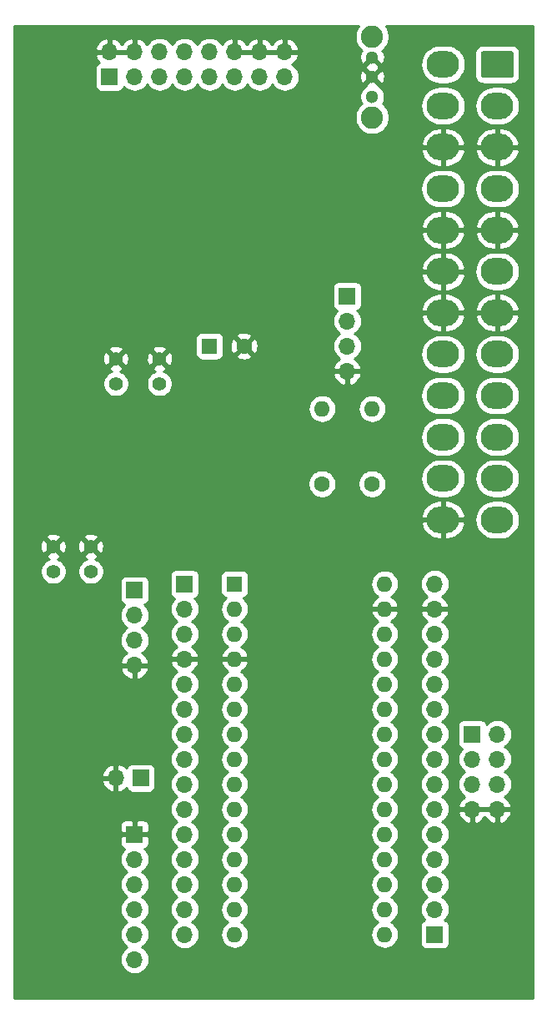
<source format=gbr>
G04 #@! TF.GenerationSoftware,KiCad,Pcbnew,(5.1.2)-1*
G04 #@! TF.CreationDate,2020-04-16T17:30:29+02:00*
G04 #@! TF.ProjectId,Test-PCB_for_Arduino-DAC,54657374-2d50-4434-925f-666f725f4172,0.0.1*
G04 #@! TF.SameCoordinates,Original*
G04 #@! TF.FileFunction,Copper,L2,Bot*
G04 #@! TF.FilePolarity,Positive*
%FSLAX46Y46*%
G04 Gerber Fmt 4.6, Leading zero omitted, Abs format (unit mm)*
G04 Created by KiCad (PCBNEW (5.1.2)-1) date 2020-04-16 17:30:29*
%MOMM*%
%LPD*%
G04 APERTURE LIST*
%ADD10C,1.400000*%
%ADD11C,2.250000*%
%ADD12C,1.300000*%
%ADD13O,1.600000X1.600000*%
%ADD14C,1.600000*%
%ADD15O,1.700000X1.700000*%
%ADD16R,1.700000X1.700000*%
%ADD17O,3.300000X2.700000*%
%ADD18C,0.100000*%
%ADD19C,2.700000*%
%ADD20R,1.600000X1.600000*%
%ADD21C,0.800000*%
%ADD22C,0.254000*%
G04 APERTURE END LIST*
D10*
X79375000Y-71120000D03*
X79375000Y-73660000D03*
X72390000Y-90170000D03*
X72390000Y-92710000D03*
X68580000Y-90170000D03*
X68580000Y-92710000D03*
X74930000Y-71120000D03*
X74930000Y-73660000D03*
D11*
X100965000Y-38445000D03*
X100965000Y-46645000D03*
D12*
X100965000Y-40545000D03*
X100965000Y-42545000D03*
X100965000Y-44545000D03*
D13*
X95885000Y-76200000D03*
D14*
X95885000Y-83820000D03*
D13*
X100965000Y-76200000D03*
D14*
X100965000Y-83820000D03*
D15*
X107315000Y-93980000D03*
X107315000Y-96520000D03*
X107315000Y-99060000D03*
X107315000Y-101600000D03*
X107315000Y-104140000D03*
X107315000Y-106680000D03*
X107315000Y-109220000D03*
X107315000Y-111760000D03*
X107315000Y-114300000D03*
X107315000Y-116840000D03*
X107315000Y-119380000D03*
X107315000Y-121920000D03*
X107315000Y-124460000D03*
X107315000Y-127000000D03*
D16*
X107315000Y-129540000D03*
D15*
X113665000Y-116840000D03*
X111125000Y-116840000D03*
X113665000Y-114300000D03*
X111125000Y-114300000D03*
X113665000Y-111760000D03*
X111125000Y-111760000D03*
X113665000Y-109220000D03*
D16*
X111125000Y-109220000D03*
D15*
X98425000Y-72390000D03*
X98425000Y-69850000D03*
X98425000Y-67310000D03*
D16*
X98425000Y-64770000D03*
D15*
X76835000Y-102235000D03*
X76835000Y-99695000D03*
X76835000Y-97155000D03*
D16*
X76835000Y-94615000D03*
D15*
X76835000Y-132080000D03*
X76835000Y-129540000D03*
X76835000Y-127000000D03*
X76835000Y-124460000D03*
X76835000Y-121920000D03*
D16*
X76835000Y-119380000D03*
D15*
X81915000Y-129540000D03*
X81915000Y-127000000D03*
X81915000Y-124460000D03*
X81915000Y-121920000D03*
X81915000Y-119380000D03*
X81915000Y-116840000D03*
X81915000Y-114300000D03*
X81915000Y-111760000D03*
X81915000Y-109220000D03*
X81915000Y-106680000D03*
X81915000Y-104140000D03*
X81915000Y-101600000D03*
X81915000Y-99060000D03*
X81915000Y-96520000D03*
D16*
X81915000Y-93980000D03*
D15*
X92075000Y-40005000D03*
X92075000Y-42545000D03*
X89535000Y-40005000D03*
X89535000Y-42545000D03*
X86995000Y-40005000D03*
X86995000Y-42545000D03*
X84455000Y-40005000D03*
X84455000Y-42545000D03*
X81915000Y-40005000D03*
X81915000Y-42545000D03*
X79375000Y-40005000D03*
X79375000Y-42545000D03*
X76835000Y-40005000D03*
X76835000Y-42545000D03*
X74295000Y-40005000D03*
D16*
X74295000Y-42545000D03*
D17*
X108165000Y-87475000D03*
X108165000Y-83275000D03*
X108165000Y-79075000D03*
X108165000Y-74875000D03*
X108165000Y-70675000D03*
X108165000Y-66475000D03*
X108165000Y-62275000D03*
X108165000Y-58075000D03*
X108165000Y-53875000D03*
X108165000Y-49675000D03*
X108165000Y-45475000D03*
X108165000Y-41275000D03*
X113665000Y-87475000D03*
X113665000Y-83275000D03*
X113665000Y-79075000D03*
X113665000Y-74875000D03*
X113665000Y-70675000D03*
X113665000Y-66475000D03*
X113665000Y-62275000D03*
X113665000Y-58075000D03*
X113665000Y-53875000D03*
X113665000Y-49675000D03*
X113665000Y-45475000D03*
D18*
G36*
X115089503Y-39926204D02*
G01*
X115113772Y-39929804D01*
X115137570Y-39935765D01*
X115160670Y-39944030D01*
X115182849Y-39954520D01*
X115203892Y-39967133D01*
X115223598Y-39981748D01*
X115241776Y-39998224D01*
X115258252Y-40016402D01*
X115272867Y-40036108D01*
X115285480Y-40057151D01*
X115295970Y-40079330D01*
X115304235Y-40102430D01*
X115310196Y-40126228D01*
X115313796Y-40150497D01*
X115315000Y-40175001D01*
X115315000Y-42374999D01*
X115313796Y-42399503D01*
X115310196Y-42423772D01*
X115304235Y-42447570D01*
X115295970Y-42470670D01*
X115285480Y-42492849D01*
X115272867Y-42513892D01*
X115258252Y-42533598D01*
X115241776Y-42551776D01*
X115223598Y-42568252D01*
X115203892Y-42582867D01*
X115182849Y-42595480D01*
X115160670Y-42605970D01*
X115137570Y-42614235D01*
X115113772Y-42620196D01*
X115089503Y-42623796D01*
X115064999Y-42625000D01*
X112265001Y-42625000D01*
X112240497Y-42623796D01*
X112216228Y-42620196D01*
X112192430Y-42614235D01*
X112169330Y-42605970D01*
X112147151Y-42595480D01*
X112126108Y-42582867D01*
X112106402Y-42568252D01*
X112088224Y-42551776D01*
X112071748Y-42533598D01*
X112057133Y-42513892D01*
X112044520Y-42492849D01*
X112034030Y-42470670D01*
X112025765Y-42447570D01*
X112019804Y-42423772D01*
X112016204Y-42399503D01*
X112015000Y-42374999D01*
X112015000Y-40175001D01*
X112016204Y-40150497D01*
X112019804Y-40126228D01*
X112025765Y-40102430D01*
X112034030Y-40079330D01*
X112044520Y-40057151D01*
X112057133Y-40036108D01*
X112071748Y-40016402D01*
X112088224Y-39998224D01*
X112106402Y-39981748D01*
X112126108Y-39967133D01*
X112147151Y-39954520D01*
X112169330Y-39944030D01*
X112192430Y-39935765D01*
X112216228Y-39929804D01*
X112240497Y-39926204D01*
X112265001Y-39925000D01*
X115064999Y-39925000D01*
X115089503Y-39926204D01*
X115089503Y-39926204D01*
G37*
D19*
X113665000Y-41275000D03*
D15*
X74930000Y-113665000D03*
D16*
X77470000Y-113665000D03*
D14*
X87955000Y-69850000D03*
D20*
X84455000Y-69850000D03*
D13*
X102235000Y-129540000D03*
X86995000Y-129540000D03*
X102235000Y-93980000D03*
X86995000Y-127000000D03*
X102235000Y-96520000D03*
X86995000Y-124460000D03*
X102235000Y-99060000D03*
X86995000Y-121920000D03*
X102235000Y-101600000D03*
X86995000Y-119380000D03*
X102235000Y-104140000D03*
X86995000Y-116840000D03*
X102235000Y-106680000D03*
X86995000Y-114300000D03*
X102235000Y-109220000D03*
X86995000Y-111760000D03*
X102235000Y-111760000D03*
X86995000Y-109220000D03*
X102235000Y-114300000D03*
X86995000Y-106680000D03*
X102235000Y-116840000D03*
X86995000Y-104140000D03*
X102235000Y-119380000D03*
X86995000Y-101600000D03*
X102235000Y-121920000D03*
X86995000Y-99060000D03*
X102235000Y-124460000D03*
X86995000Y-96520000D03*
X102235000Y-127000000D03*
D20*
X86995000Y-93980000D03*
D21*
X98425000Y-46990000D03*
X96520000Y-46355000D03*
X94615000Y-46990000D03*
X98425000Y-52070000D03*
X100965000Y-54610000D03*
X69215000Y-105410000D03*
X71755000Y-105410000D03*
X74295000Y-97790000D03*
X98425000Y-86360000D03*
D22*
G36*
X99405308Y-37611327D02*
G01*
X99272636Y-37931627D01*
X99205000Y-38271655D01*
X99205000Y-38618345D01*
X99272636Y-38958373D01*
X99405308Y-39278673D01*
X99597919Y-39566935D01*
X99843065Y-39812081D01*
X99934221Y-39872990D01*
X99850799Y-39892466D01*
X99744905Y-40122374D01*
X99685898Y-40368524D01*
X99676048Y-40621455D01*
X99715730Y-40871449D01*
X99803422Y-41108896D01*
X99850799Y-41197534D01*
X100079473Y-41250922D01*
X100785395Y-40545000D01*
X100771253Y-40530858D01*
X100950858Y-40351253D01*
X100965000Y-40365395D01*
X100979143Y-40351253D01*
X101158748Y-40530858D01*
X101144605Y-40545000D01*
X101850527Y-41250922D01*
X102079201Y-41197534D01*
X102185095Y-40967626D01*
X102244102Y-40721476D01*
X102253952Y-40468545D01*
X102214270Y-40218551D01*
X102126578Y-39981104D01*
X102079201Y-39892466D01*
X101995779Y-39872990D01*
X102086935Y-39812081D01*
X102332081Y-39566935D01*
X102524692Y-39278673D01*
X102657364Y-38958373D01*
X102725000Y-38618345D01*
X102725000Y-38271655D01*
X102657364Y-37931627D01*
X102524692Y-37611327D01*
X102350078Y-37350000D01*
X117310000Y-37350000D01*
X117310001Y-136030000D01*
X64630000Y-136030000D01*
X64630000Y-121920000D01*
X75342815Y-121920000D01*
X75371487Y-122211111D01*
X75456401Y-122491034D01*
X75594294Y-122749014D01*
X75779866Y-122975134D01*
X76005986Y-123160706D01*
X76060791Y-123190000D01*
X76005986Y-123219294D01*
X75779866Y-123404866D01*
X75594294Y-123630986D01*
X75456401Y-123888966D01*
X75371487Y-124168889D01*
X75342815Y-124460000D01*
X75371487Y-124751111D01*
X75456401Y-125031034D01*
X75594294Y-125289014D01*
X75779866Y-125515134D01*
X76005986Y-125700706D01*
X76060791Y-125730000D01*
X76005986Y-125759294D01*
X75779866Y-125944866D01*
X75594294Y-126170986D01*
X75456401Y-126428966D01*
X75371487Y-126708889D01*
X75342815Y-127000000D01*
X75371487Y-127291111D01*
X75456401Y-127571034D01*
X75594294Y-127829014D01*
X75779866Y-128055134D01*
X76005986Y-128240706D01*
X76060791Y-128270000D01*
X76005986Y-128299294D01*
X75779866Y-128484866D01*
X75594294Y-128710986D01*
X75456401Y-128968966D01*
X75371487Y-129248889D01*
X75342815Y-129540000D01*
X75371487Y-129831111D01*
X75456401Y-130111034D01*
X75594294Y-130369014D01*
X75779866Y-130595134D01*
X76005986Y-130780706D01*
X76060791Y-130810000D01*
X76005986Y-130839294D01*
X75779866Y-131024866D01*
X75594294Y-131250986D01*
X75456401Y-131508966D01*
X75371487Y-131788889D01*
X75342815Y-132080000D01*
X75371487Y-132371111D01*
X75456401Y-132651034D01*
X75594294Y-132909014D01*
X75779866Y-133135134D01*
X76005986Y-133320706D01*
X76263966Y-133458599D01*
X76543889Y-133543513D01*
X76762050Y-133565000D01*
X76907950Y-133565000D01*
X77126111Y-133543513D01*
X77406034Y-133458599D01*
X77664014Y-133320706D01*
X77890134Y-133135134D01*
X78075706Y-132909014D01*
X78213599Y-132651034D01*
X78298513Y-132371111D01*
X78327185Y-132080000D01*
X78298513Y-131788889D01*
X78213599Y-131508966D01*
X78075706Y-131250986D01*
X77890134Y-131024866D01*
X77664014Y-130839294D01*
X77609209Y-130810000D01*
X77664014Y-130780706D01*
X77890134Y-130595134D01*
X78075706Y-130369014D01*
X78213599Y-130111034D01*
X78298513Y-129831111D01*
X78327185Y-129540000D01*
X78298513Y-129248889D01*
X78213599Y-128968966D01*
X78075706Y-128710986D01*
X77890134Y-128484866D01*
X77664014Y-128299294D01*
X77609209Y-128270000D01*
X77664014Y-128240706D01*
X77890134Y-128055134D01*
X78075706Y-127829014D01*
X78213599Y-127571034D01*
X78298513Y-127291111D01*
X78327185Y-127000000D01*
X78298513Y-126708889D01*
X78213599Y-126428966D01*
X78075706Y-126170986D01*
X77890134Y-125944866D01*
X77664014Y-125759294D01*
X77609209Y-125730000D01*
X77664014Y-125700706D01*
X77890134Y-125515134D01*
X78075706Y-125289014D01*
X78213599Y-125031034D01*
X78298513Y-124751111D01*
X78327185Y-124460000D01*
X78298513Y-124168889D01*
X78213599Y-123888966D01*
X78075706Y-123630986D01*
X77890134Y-123404866D01*
X77664014Y-123219294D01*
X77609209Y-123190000D01*
X77664014Y-123160706D01*
X77890134Y-122975134D01*
X78075706Y-122749014D01*
X78213599Y-122491034D01*
X78298513Y-122211111D01*
X78327185Y-121920000D01*
X78298513Y-121628889D01*
X78213599Y-121348966D01*
X78075706Y-121090986D01*
X77890134Y-120864866D01*
X77860313Y-120840393D01*
X77929180Y-120819502D01*
X78039494Y-120760537D01*
X78136185Y-120681185D01*
X78215537Y-120584494D01*
X78274502Y-120474180D01*
X78310812Y-120354482D01*
X78323072Y-120230000D01*
X78320000Y-119665750D01*
X78161250Y-119507000D01*
X76962000Y-119507000D01*
X76962000Y-119527000D01*
X76708000Y-119527000D01*
X76708000Y-119507000D01*
X75508750Y-119507000D01*
X75350000Y-119665750D01*
X75346928Y-120230000D01*
X75359188Y-120354482D01*
X75395498Y-120474180D01*
X75454463Y-120584494D01*
X75533815Y-120681185D01*
X75630506Y-120760537D01*
X75740820Y-120819502D01*
X75809687Y-120840393D01*
X75779866Y-120864866D01*
X75594294Y-121090986D01*
X75456401Y-121348966D01*
X75371487Y-121628889D01*
X75342815Y-121920000D01*
X64630000Y-121920000D01*
X64630000Y-118530000D01*
X75346928Y-118530000D01*
X75350000Y-119094250D01*
X75508750Y-119253000D01*
X76708000Y-119253000D01*
X76708000Y-118053750D01*
X76962000Y-118053750D01*
X76962000Y-119253000D01*
X78161250Y-119253000D01*
X78320000Y-119094250D01*
X78323072Y-118530000D01*
X78310812Y-118405518D01*
X78274502Y-118285820D01*
X78215537Y-118175506D01*
X78136185Y-118078815D01*
X78039494Y-117999463D01*
X77929180Y-117940498D01*
X77809482Y-117904188D01*
X77685000Y-117891928D01*
X77120750Y-117895000D01*
X76962000Y-118053750D01*
X76708000Y-118053750D01*
X76549250Y-117895000D01*
X75985000Y-117891928D01*
X75860518Y-117904188D01*
X75740820Y-117940498D01*
X75630506Y-117999463D01*
X75533815Y-118078815D01*
X75454463Y-118175506D01*
X75395498Y-118285820D01*
X75359188Y-118405518D01*
X75346928Y-118530000D01*
X64630000Y-118530000D01*
X64630000Y-114021891D01*
X73488519Y-114021891D01*
X73585843Y-114296252D01*
X73734822Y-114546355D01*
X73929731Y-114762588D01*
X74163080Y-114936641D01*
X74425901Y-115061825D01*
X74573110Y-115106476D01*
X74803000Y-114985155D01*
X74803000Y-113792000D01*
X73609186Y-113792000D01*
X73488519Y-114021891D01*
X64630000Y-114021891D01*
X64630000Y-113308109D01*
X73488519Y-113308109D01*
X73609186Y-113538000D01*
X74803000Y-113538000D01*
X74803000Y-112344845D01*
X75057000Y-112344845D01*
X75057000Y-113538000D01*
X75077000Y-113538000D01*
X75077000Y-113792000D01*
X75057000Y-113792000D01*
X75057000Y-114985155D01*
X75286890Y-115106476D01*
X75434099Y-115061825D01*
X75696920Y-114936641D01*
X75930269Y-114762588D01*
X76006034Y-114678534D01*
X76030498Y-114759180D01*
X76089463Y-114869494D01*
X76168815Y-114966185D01*
X76265506Y-115045537D01*
X76375820Y-115104502D01*
X76495518Y-115140812D01*
X76620000Y-115153072D01*
X78320000Y-115153072D01*
X78444482Y-115140812D01*
X78564180Y-115104502D01*
X78674494Y-115045537D01*
X78771185Y-114966185D01*
X78850537Y-114869494D01*
X78909502Y-114759180D01*
X78945812Y-114639482D01*
X78958072Y-114515000D01*
X78958072Y-112815000D01*
X78945812Y-112690518D01*
X78909502Y-112570820D01*
X78850537Y-112460506D01*
X78771185Y-112363815D01*
X78674494Y-112284463D01*
X78564180Y-112225498D01*
X78444482Y-112189188D01*
X78320000Y-112176928D01*
X76620000Y-112176928D01*
X76495518Y-112189188D01*
X76375820Y-112225498D01*
X76265506Y-112284463D01*
X76168815Y-112363815D01*
X76089463Y-112460506D01*
X76030498Y-112570820D01*
X76006034Y-112651466D01*
X75930269Y-112567412D01*
X75696920Y-112393359D01*
X75434099Y-112268175D01*
X75286890Y-112223524D01*
X75057000Y-112344845D01*
X74803000Y-112344845D01*
X74573110Y-112223524D01*
X74425901Y-112268175D01*
X74163080Y-112393359D01*
X73929731Y-112567412D01*
X73734822Y-112783645D01*
X73585843Y-113033748D01*
X73488519Y-113308109D01*
X64630000Y-113308109D01*
X64630000Y-104140000D01*
X80422815Y-104140000D01*
X80451487Y-104431111D01*
X80536401Y-104711034D01*
X80674294Y-104969014D01*
X80859866Y-105195134D01*
X81085986Y-105380706D01*
X81140791Y-105410000D01*
X81085986Y-105439294D01*
X80859866Y-105624866D01*
X80674294Y-105850986D01*
X80536401Y-106108966D01*
X80451487Y-106388889D01*
X80422815Y-106680000D01*
X80451487Y-106971111D01*
X80536401Y-107251034D01*
X80674294Y-107509014D01*
X80859866Y-107735134D01*
X81085986Y-107920706D01*
X81140791Y-107950000D01*
X81085986Y-107979294D01*
X80859866Y-108164866D01*
X80674294Y-108390986D01*
X80536401Y-108648966D01*
X80451487Y-108928889D01*
X80422815Y-109220000D01*
X80451487Y-109511111D01*
X80536401Y-109791034D01*
X80674294Y-110049014D01*
X80859866Y-110275134D01*
X81085986Y-110460706D01*
X81140791Y-110490000D01*
X81085986Y-110519294D01*
X80859866Y-110704866D01*
X80674294Y-110930986D01*
X80536401Y-111188966D01*
X80451487Y-111468889D01*
X80422815Y-111760000D01*
X80451487Y-112051111D01*
X80536401Y-112331034D01*
X80674294Y-112589014D01*
X80859866Y-112815134D01*
X81085986Y-113000706D01*
X81140791Y-113030000D01*
X81085986Y-113059294D01*
X80859866Y-113244866D01*
X80674294Y-113470986D01*
X80536401Y-113728966D01*
X80451487Y-114008889D01*
X80422815Y-114300000D01*
X80451487Y-114591111D01*
X80536401Y-114871034D01*
X80674294Y-115129014D01*
X80859866Y-115355134D01*
X81085986Y-115540706D01*
X81140791Y-115570000D01*
X81085986Y-115599294D01*
X80859866Y-115784866D01*
X80674294Y-116010986D01*
X80536401Y-116268966D01*
X80451487Y-116548889D01*
X80422815Y-116840000D01*
X80451487Y-117131111D01*
X80536401Y-117411034D01*
X80674294Y-117669014D01*
X80859866Y-117895134D01*
X81085986Y-118080706D01*
X81140791Y-118110000D01*
X81085986Y-118139294D01*
X80859866Y-118324866D01*
X80674294Y-118550986D01*
X80536401Y-118808966D01*
X80451487Y-119088889D01*
X80422815Y-119380000D01*
X80451487Y-119671111D01*
X80536401Y-119951034D01*
X80674294Y-120209014D01*
X80859866Y-120435134D01*
X81085986Y-120620706D01*
X81140791Y-120650000D01*
X81085986Y-120679294D01*
X80859866Y-120864866D01*
X80674294Y-121090986D01*
X80536401Y-121348966D01*
X80451487Y-121628889D01*
X80422815Y-121920000D01*
X80451487Y-122211111D01*
X80536401Y-122491034D01*
X80674294Y-122749014D01*
X80859866Y-122975134D01*
X81085986Y-123160706D01*
X81140791Y-123190000D01*
X81085986Y-123219294D01*
X80859866Y-123404866D01*
X80674294Y-123630986D01*
X80536401Y-123888966D01*
X80451487Y-124168889D01*
X80422815Y-124460000D01*
X80451487Y-124751111D01*
X80536401Y-125031034D01*
X80674294Y-125289014D01*
X80859866Y-125515134D01*
X81085986Y-125700706D01*
X81140791Y-125730000D01*
X81085986Y-125759294D01*
X80859866Y-125944866D01*
X80674294Y-126170986D01*
X80536401Y-126428966D01*
X80451487Y-126708889D01*
X80422815Y-127000000D01*
X80451487Y-127291111D01*
X80536401Y-127571034D01*
X80674294Y-127829014D01*
X80859866Y-128055134D01*
X81085986Y-128240706D01*
X81140791Y-128270000D01*
X81085986Y-128299294D01*
X80859866Y-128484866D01*
X80674294Y-128710986D01*
X80536401Y-128968966D01*
X80451487Y-129248889D01*
X80422815Y-129540000D01*
X80451487Y-129831111D01*
X80536401Y-130111034D01*
X80674294Y-130369014D01*
X80859866Y-130595134D01*
X81085986Y-130780706D01*
X81343966Y-130918599D01*
X81623889Y-131003513D01*
X81842050Y-131025000D01*
X81987950Y-131025000D01*
X82206111Y-131003513D01*
X82486034Y-130918599D01*
X82744014Y-130780706D01*
X82970134Y-130595134D01*
X83155706Y-130369014D01*
X83293599Y-130111034D01*
X83378513Y-129831111D01*
X83407185Y-129540000D01*
X83378513Y-129248889D01*
X83293599Y-128968966D01*
X83155706Y-128710986D01*
X82970134Y-128484866D01*
X82744014Y-128299294D01*
X82689209Y-128270000D01*
X82744014Y-128240706D01*
X82970134Y-128055134D01*
X83155706Y-127829014D01*
X83293599Y-127571034D01*
X83378513Y-127291111D01*
X83407185Y-127000000D01*
X83378513Y-126708889D01*
X83293599Y-126428966D01*
X83155706Y-126170986D01*
X82970134Y-125944866D01*
X82744014Y-125759294D01*
X82689209Y-125730000D01*
X82744014Y-125700706D01*
X82970134Y-125515134D01*
X83155706Y-125289014D01*
X83293599Y-125031034D01*
X83378513Y-124751111D01*
X83407185Y-124460000D01*
X83378513Y-124168889D01*
X83293599Y-123888966D01*
X83155706Y-123630986D01*
X82970134Y-123404866D01*
X82744014Y-123219294D01*
X82689209Y-123190000D01*
X82744014Y-123160706D01*
X82970134Y-122975134D01*
X83155706Y-122749014D01*
X83293599Y-122491034D01*
X83378513Y-122211111D01*
X83407185Y-121920000D01*
X83378513Y-121628889D01*
X83293599Y-121348966D01*
X83155706Y-121090986D01*
X82970134Y-120864866D01*
X82744014Y-120679294D01*
X82689209Y-120650000D01*
X82744014Y-120620706D01*
X82970134Y-120435134D01*
X83155706Y-120209014D01*
X83293599Y-119951034D01*
X83378513Y-119671111D01*
X83407185Y-119380000D01*
X83378513Y-119088889D01*
X83293599Y-118808966D01*
X83155706Y-118550986D01*
X82970134Y-118324866D01*
X82744014Y-118139294D01*
X82689209Y-118110000D01*
X82744014Y-118080706D01*
X82970134Y-117895134D01*
X83155706Y-117669014D01*
X83293599Y-117411034D01*
X83378513Y-117131111D01*
X83407185Y-116840000D01*
X83378513Y-116548889D01*
X83293599Y-116268966D01*
X83155706Y-116010986D01*
X82970134Y-115784866D01*
X82744014Y-115599294D01*
X82689209Y-115570000D01*
X82744014Y-115540706D01*
X82970134Y-115355134D01*
X83155706Y-115129014D01*
X83293599Y-114871034D01*
X83378513Y-114591111D01*
X83407185Y-114300000D01*
X83378513Y-114008889D01*
X83293599Y-113728966D01*
X83155706Y-113470986D01*
X82970134Y-113244866D01*
X82744014Y-113059294D01*
X82689209Y-113030000D01*
X82744014Y-113000706D01*
X82970134Y-112815134D01*
X83155706Y-112589014D01*
X83293599Y-112331034D01*
X83378513Y-112051111D01*
X83407185Y-111760000D01*
X83378513Y-111468889D01*
X83293599Y-111188966D01*
X83155706Y-110930986D01*
X82970134Y-110704866D01*
X82744014Y-110519294D01*
X82689209Y-110490000D01*
X82744014Y-110460706D01*
X82970134Y-110275134D01*
X83155706Y-110049014D01*
X83293599Y-109791034D01*
X83378513Y-109511111D01*
X83407185Y-109220000D01*
X83378513Y-108928889D01*
X83293599Y-108648966D01*
X83155706Y-108390986D01*
X82970134Y-108164866D01*
X82744014Y-107979294D01*
X82689209Y-107950000D01*
X82744014Y-107920706D01*
X82970134Y-107735134D01*
X83155706Y-107509014D01*
X83293599Y-107251034D01*
X83378513Y-106971111D01*
X83407185Y-106680000D01*
X83378513Y-106388889D01*
X83293599Y-106108966D01*
X83155706Y-105850986D01*
X82970134Y-105624866D01*
X82744014Y-105439294D01*
X82689209Y-105410000D01*
X82744014Y-105380706D01*
X82970134Y-105195134D01*
X83155706Y-104969014D01*
X83293599Y-104711034D01*
X83378513Y-104431111D01*
X83407185Y-104140000D01*
X85553057Y-104140000D01*
X85580764Y-104421309D01*
X85662818Y-104691808D01*
X85796068Y-104941101D01*
X85975392Y-105159608D01*
X86193899Y-105338932D01*
X86326858Y-105410000D01*
X86193899Y-105481068D01*
X85975392Y-105660392D01*
X85796068Y-105878899D01*
X85662818Y-106128192D01*
X85580764Y-106398691D01*
X85553057Y-106680000D01*
X85580764Y-106961309D01*
X85662818Y-107231808D01*
X85796068Y-107481101D01*
X85975392Y-107699608D01*
X86193899Y-107878932D01*
X86326858Y-107950000D01*
X86193899Y-108021068D01*
X85975392Y-108200392D01*
X85796068Y-108418899D01*
X85662818Y-108668192D01*
X85580764Y-108938691D01*
X85553057Y-109220000D01*
X85580764Y-109501309D01*
X85662818Y-109771808D01*
X85796068Y-110021101D01*
X85975392Y-110239608D01*
X86193899Y-110418932D01*
X86326858Y-110490000D01*
X86193899Y-110561068D01*
X85975392Y-110740392D01*
X85796068Y-110958899D01*
X85662818Y-111208192D01*
X85580764Y-111478691D01*
X85553057Y-111760000D01*
X85580764Y-112041309D01*
X85662818Y-112311808D01*
X85796068Y-112561101D01*
X85975392Y-112779608D01*
X86193899Y-112958932D01*
X86326858Y-113030000D01*
X86193899Y-113101068D01*
X85975392Y-113280392D01*
X85796068Y-113498899D01*
X85662818Y-113748192D01*
X85580764Y-114018691D01*
X85553057Y-114300000D01*
X85580764Y-114581309D01*
X85662818Y-114851808D01*
X85796068Y-115101101D01*
X85975392Y-115319608D01*
X86193899Y-115498932D01*
X86326858Y-115570000D01*
X86193899Y-115641068D01*
X85975392Y-115820392D01*
X85796068Y-116038899D01*
X85662818Y-116288192D01*
X85580764Y-116558691D01*
X85553057Y-116840000D01*
X85580764Y-117121309D01*
X85662818Y-117391808D01*
X85796068Y-117641101D01*
X85975392Y-117859608D01*
X86193899Y-118038932D01*
X86326858Y-118110000D01*
X86193899Y-118181068D01*
X85975392Y-118360392D01*
X85796068Y-118578899D01*
X85662818Y-118828192D01*
X85580764Y-119098691D01*
X85553057Y-119380000D01*
X85580764Y-119661309D01*
X85662818Y-119931808D01*
X85796068Y-120181101D01*
X85975392Y-120399608D01*
X86193899Y-120578932D01*
X86326858Y-120650000D01*
X86193899Y-120721068D01*
X85975392Y-120900392D01*
X85796068Y-121118899D01*
X85662818Y-121368192D01*
X85580764Y-121638691D01*
X85553057Y-121920000D01*
X85580764Y-122201309D01*
X85662818Y-122471808D01*
X85796068Y-122721101D01*
X85975392Y-122939608D01*
X86193899Y-123118932D01*
X86326858Y-123190000D01*
X86193899Y-123261068D01*
X85975392Y-123440392D01*
X85796068Y-123658899D01*
X85662818Y-123908192D01*
X85580764Y-124178691D01*
X85553057Y-124460000D01*
X85580764Y-124741309D01*
X85662818Y-125011808D01*
X85796068Y-125261101D01*
X85975392Y-125479608D01*
X86193899Y-125658932D01*
X86326858Y-125730000D01*
X86193899Y-125801068D01*
X85975392Y-125980392D01*
X85796068Y-126198899D01*
X85662818Y-126448192D01*
X85580764Y-126718691D01*
X85553057Y-127000000D01*
X85580764Y-127281309D01*
X85662818Y-127551808D01*
X85796068Y-127801101D01*
X85975392Y-128019608D01*
X86193899Y-128198932D01*
X86326858Y-128270000D01*
X86193899Y-128341068D01*
X85975392Y-128520392D01*
X85796068Y-128738899D01*
X85662818Y-128988192D01*
X85580764Y-129258691D01*
X85553057Y-129540000D01*
X85580764Y-129821309D01*
X85662818Y-130091808D01*
X85796068Y-130341101D01*
X85975392Y-130559608D01*
X86193899Y-130738932D01*
X86443192Y-130872182D01*
X86713691Y-130954236D01*
X86924508Y-130975000D01*
X87065492Y-130975000D01*
X87276309Y-130954236D01*
X87546808Y-130872182D01*
X87796101Y-130738932D01*
X88014608Y-130559608D01*
X88193932Y-130341101D01*
X88327182Y-130091808D01*
X88409236Y-129821309D01*
X88436943Y-129540000D01*
X88409236Y-129258691D01*
X88327182Y-128988192D01*
X88193932Y-128738899D01*
X88014608Y-128520392D01*
X87796101Y-128341068D01*
X87663142Y-128270000D01*
X87796101Y-128198932D01*
X88014608Y-128019608D01*
X88193932Y-127801101D01*
X88327182Y-127551808D01*
X88409236Y-127281309D01*
X88436943Y-127000000D01*
X88409236Y-126718691D01*
X88327182Y-126448192D01*
X88193932Y-126198899D01*
X88014608Y-125980392D01*
X87796101Y-125801068D01*
X87663142Y-125730000D01*
X87796101Y-125658932D01*
X88014608Y-125479608D01*
X88193932Y-125261101D01*
X88327182Y-125011808D01*
X88409236Y-124741309D01*
X88436943Y-124460000D01*
X88409236Y-124178691D01*
X88327182Y-123908192D01*
X88193932Y-123658899D01*
X88014608Y-123440392D01*
X87796101Y-123261068D01*
X87663142Y-123190000D01*
X87796101Y-123118932D01*
X88014608Y-122939608D01*
X88193932Y-122721101D01*
X88327182Y-122471808D01*
X88409236Y-122201309D01*
X88436943Y-121920000D01*
X88409236Y-121638691D01*
X88327182Y-121368192D01*
X88193932Y-121118899D01*
X88014608Y-120900392D01*
X87796101Y-120721068D01*
X87663142Y-120650000D01*
X87796101Y-120578932D01*
X88014608Y-120399608D01*
X88193932Y-120181101D01*
X88327182Y-119931808D01*
X88409236Y-119661309D01*
X88436943Y-119380000D01*
X88409236Y-119098691D01*
X88327182Y-118828192D01*
X88193932Y-118578899D01*
X88014608Y-118360392D01*
X87796101Y-118181068D01*
X87663142Y-118110000D01*
X87796101Y-118038932D01*
X88014608Y-117859608D01*
X88193932Y-117641101D01*
X88327182Y-117391808D01*
X88409236Y-117121309D01*
X88436943Y-116840000D01*
X88409236Y-116558691D01*
X88327182Y-116288192D01*
X88193932Y-116038899D01*
X88014608Y-115820392D01*
X87796101Y-115641068D01*
X87663142Y-115570000D01*
X87796101Y-115498932D01*
X88014608Y-115319608D01*
X88193932Y-115101101D01*
X88327182Y-114851808D01*
X88409236Y-114581309D01*
X88436943Y-114300000D01*
X88409236Y-114018691D01*
X88327182Y-113748192D01*
X88193932Y-113498899D01*
X88014608Y-113280392D01*
X87796101Y-113101068D01*
X87663142Y-113030000D01*
X87796101Y-112958932D01*
X88014608Y-112779608D01*
X88193932Y-112561101D01*
X88327182Y-112311808D01*
X88409236Y-112041309D01*
X88436943Y-111760000D01*
X88409236Y-111478691D01*
X88327182Y-111208192D01*
X88193932Y-110958899D01*
X88014608Y-110740392D01*
X87796101Y-110561068D01*
X87663142Y-110490000D01*
X87796101Y-110418932D01*
X88014608Y-110239608D01*
X88193932Y-110021101D01*
X88327182Y-109771808D01*
X88409236Y-109501309D01*
X88436943Y-109220000D01*
X88409236Y-108938691D01*
X88327182Y-108668192D01*
X88193932Y-108418899D01*
X88014608Y-108200392D01*
X87796101Y-108021068D01*
X87663142Y-107950000D01*
X87796101Y-107878932D01*
X88014608Y-107699608D01*
X88193932Y-107481101D01*
X88327182Y-107231808D01*
X88409236Y-106961309D01*
X88436943Y-106680000D01*
X88409236Y-106398691D01*
X88327182Y-106128192D01*
X88193932Y-105878899D01*
X88014608Y-105660392D01*
X87796101Y-105481068D01*
X87663142Y-105410000D01*
X87796101Y-105338932D01*
X88014608Y-105159608D01*
X88193932Y-104941101D01*
X88327182Y-104691808D01*
X88409236Y-104421309D01*
X88436943Y-104140000D01*
X88409236Y-103858691D01*
X88327182Y-103588192D01*
X88193932Y-103338899D01*
X88014608Y-103120392D01*
X87796101Y-102941068D01*
X87658318Y-102867421D01*
X87850131Y-102752385D01*
X88058519Y-102563414D01*
X88226037Y-102337420D01*
X88346246Y-102083087D01*
X88386904Y-101949039D01*
X88264915Y-101727000D01*
X87122000Y-101727000D01*
X87122000Y-101747000D01*
X86868000Y-101747000D01*
X86868000Y-101727000D01*
X85725085Y-101727000D01*
X85603096Y-101949039D01*
X85643754Y-102083087D01*
X85763963Y-102337420D01*
X85931481Y-102563414D01*
X86139869Y-102752385D01*
X86331682Y-102867421D01*
X86193899Y-102941068D01*
X85975392Y-103120392D01*
X85796068Y-103338899D01*
X85662818Y-103588192D01*
X85580764Y-103858691D01*
X85553057Y-104140000D01*
X83407185Y-104140000D01*
X83378513Y-103848889D01*
X83293599Y-103568966D01*
X83155706Y-103310986D01*
X82970134Y-103084866D01*
X82744014Y-102899294D01*
X82679477Y-102864799D01*
X82796355Y-102795178D01*
X83012588Y-102600269D01*
X83186641Y-102366920D01*
X83311825Y-102104099D01*
X83356476Y-101956890D01*
X83235155Y-101727000D01*
X82042000Y-101727000D01*
X82042000Y-101747000D01*
X81788000Y-101747000D01*
X81788000Y-101727000D01*
X80594845Y-101727000D01*
X80473524Y-101956890D01*
X80518175Y-102104099D01*
X80643359Y-102366920D01*
X80817412Y-102600269D01*
X81033645Y-102795178D01*
X81150523Y-102864799D01*
X81085986Y-102899294D01*
X80859866Y-103084866D01*
X80674294Y-103310986D01*
X80536401Y-103568966D01*
X80451487Y-103848889D01*
X80422815Y-104140000D01*
X64630000Y-104140000D01*
X64630000Y-102591890D01*
X75393524Y-102591890D01*
X75438175Y-102739099D01*
X75563359Y-103001920D01*
X75737412Y-103235269D01*
X75953645Y-103430178D01*
X76203748Y-103579157D01*
X76478109Y-103676481D01*
X76708000Y-103555814D01*
X76708000Y-102362000D01*
X76962000Y-102362000D01*
X76962000Y-103555814D01*
X77191891Y-103676481D01*
X77466252Y-103579157D01*
X77716355Y-103430178D01*
X77932588Y-103235269D01*
X78106641Y-103001920D01*
X78231825Y-102739099D01*
X78276476Y-102591890D01*
X78155155Y-102362000D01*
X76962000Y-102362000D01*
X76708000Y-102362000D01*
X75514845Y-102362000D01*
X75393524Y-102591890D01*
X64630000Y-102591890D01*
X64630000Y-97155000D01*
X75342815Y-97155000D01*
X75371487Y-97446111D01*
X75456401Y-97726034D01*
X75594294Y-97984014D01*
X75779866Y-98210134D01*
X76005986Y-98395706D01*
X76060791Y-98425000D01*
X76005986Y-98454294D01*
X75779866Y-98639866D01*
X75594294Y-98865986D01*
X75456401Y-99123966D01*
X75371487Y-99403889D01*
X75342815Y-99695000D01*
X75371487Y-99986111D01*
X75456401Y-100266034D01*
X75594294Y-100524014D01*
X75779866Y-100750134D01*
X76005986Y-100935706D01*
X76070523Y-100970201D01*
X75953645Y-101039822D01*
X75737412Y-101234731D01*
X75563359Y-101468080D01*
X75438175Y-101730901D01*
X75393524Y-101878110D01*
X75514845Y-102108000D01*
X76708000Y-102108000D01*
X76708000Y-102088000D01*
X76962000Y-102088000D01*
X76962000Y-102108000D01*
X78155155Y-102108000D01*
X78276476Y-101878110D01*
X78231825Y-101730901D01*
X78106641Y-101468080D01*
X77932588Y-101234731D01*
X77716355Y-101039822D01*
X77599477Y-100970201D01*
X77664014Y-100935706D01*
X77890134Y-100750134D01*
X78075706Y-100524014D01*
X78213599Y-100266034D01*
X78298513Y-99986111D01*
X78327185Y-99695000D01*
X78298513Y-99403889D01*
X78213599Y-99123966D01*
X78075706Y-98865986D01*
X77890134Y-98639866D01*
X77664014Y-98454294D01*
X77609209Y-98425000D01*
X77664014Y-98395706D01*
X77890134Y-98210134D01*
X78075706Y-97984014D01*
X78213599Y-97726034D01*
X78298513Y-97446111D01*
X78327185Y-97155000D01*
X78298513Y-96863889D01*
X78213599Y-96583966D01*
X78179409Y-96520000D01*
X80422815Y-96520000D01*
X80451487Y-96811111D01*
X80536401Y-97091034D01*
X80674294Y-97349014D01*
X80859866Y-97575134D01*
X81085986Y-97760706D01*
X81140791Y-97790000D01*
X81085986Y-97819294D01*
X80859866Y-98004866D01*
X80674294Y-98230986D01*
X80536401Y-98488966D01*
X80451487Y-98768889D01*
X80422815Y-99060000D01*
X80451487Y-99351111D01*
X80536401Y-99631034D01*
X80674294Y-99889014D01*
X80859866Y-100115134D01*
X81085986Y-100300706D01*
X81150523Y-100335201D01*
X81033645Y-100404822D01*
X80817412Y-100599731D01*
X80643359Y-100833080D01*
X80518175Y-101095901D01*
X80473524Y-101243110D01*
X80594845Y-101473000D01*
X81788000Y-101473000D01*
X81788000Y-101453000D01*
X82042000Y-101453000D01*
X82042000Y-101473000D01*
X83235155Y-101473000D01*
X83356476Y-101243110D01*
X83311825Y-101095901D01*
X83186641Y-100833080D01*
X83012588Y-100599731D01*
X82796355Y-100404822D01*
X82679477Y-100335201D01*
X82744014Y-100300706D01*
X82970134Y-100115134D01*
X83155706Y-99889014D01*
X83293599Y-99631034D01*
X83378513Y-99351111D01*
X83407185Y-99060000D01*
X83378513Y-98768889D01*
X83293599Y-98488966D01*
X83155706Y-98230986D01*
X82970134Y-98004866D01*
X82744014Y-97819294D01*
X82689209Y-97790000D01*
X82744014Y-97760706D01*
X82970134Y-97575134D01*
X83155706Y-97349014D01*
X83293599Y-97091034D01*
X83378513Y-96811111D01*
X83407185Y-96520000D01*
X85553057Y-96520000D01*
X85580764Y-96801309D01*
X85662818Y-97071808D01*
X85796068Y-97321101D01*
X85975392Y-97539608D01*
X86193899Y-97718932D01*
X86326858Y-97790000D01*
X86193899Y-97861068D01*
X85975392Y-98040392D01*
X85796068Y-98258899D01*
X85662818Y-98508192D01*
X85580764Y-98778691D01*
X85553057Y-99060000D01*
X85580764Y-99341309D01*
X85662818Y-99611808D01*
X85796068Y-99861101D01*
X85975392Y-100079608D01*
X86193899Y-100258932D01*
X86331682Y-100332579D01*
X86139869Y-100447615D01*
X85931481Y-100636586D01*
X85763963Y-100862580D01*
X85643754Y-101116913D01*
X85603096Y-101250961D01*
X85725085Y-101473000D01*
X86868000Y-101473000D01*
X86868000Y-101453000D01*
X87122000Y-101453000D01*
X87122000Y-101473000D01*
X88264915Y-101473000D01*
X88386904Y-101250961D01*
X88346246Y-101116913D01*
X88226037Y-100862580D01*
X88058519Y-100636586D01*
X87850131Y-100447615D01*
X87658318Y-100332579D01*
X87796101Y-100258932D01*
X88014608Y-100079608D01*
X88193932Y-99861101D01*
X88327182Y-99611808D01*
X88409236Y-99341309D01*
X88436943Y-99060000D01*
X100793057Y-99060000D01*
X100820764Y-99341309D01*
X100902818Y-99611808D01*
X101036068Y-99861101D01*
X101215392Y-100079608D01*
X101433899Y-100258932D01*
X101566858Y-100330000D01*
X101433899Y-100401068D01*
X101215392Y-100580392D01*
X101036068Y-100798899D01*
X100902818Y-101048192D01*
X100820764Y-101318691D01*
X100793057Y-101600000D01*
X100820764Y-101881309D01*
X100902818Y-102151808D01*
X101036068Y-102401101D01*
X101215392Y-102619608D01*
X101433899Y-102798932D01*
X101566858Y-102870000D01*
X101433899Y-102941068D01*
X101215392Y-103120392D01*
X101036068Y-103338899D01*
X100902818Y-103588192D01*
X100820764Y-103858691D01*
X100793057Y-104140000D01*
X100820764Y-104421309D01*
X100902818Y-104691808D01*
X101036068Y-104941101D01*
X101215392Y-105159608D01*
X101433899Y-105338932D01*
X101566858Y-105410000D01*
X101433899Y-105481068D01*
X101215392Y-105660392D01*
X101036068Y-105878899D01*
X100902818Y-106128192D01*
X100820764Y-106398691D01*
X100793057Y-106680000D01*
X100820764Y-106961309D01*
X100902818Y-107231808D01*
X101036068Y-107481101D01*
X101215392Y-107699608D01*
X101433899Y-107878932D01*
X101566858Y-107950000D01*
X101433899Y-108021068D01*
X101215392Y-108200392D01*
X101036068Y-108418899D01*
X100902818Y-108668192D01*
X100820764Y-108938691D01*
X100793057Y-109220000D01*
X100820764Y-109501309D01*
X100902818Y-109771808D01*
X101036068Y-110021101D01*
X101215392Y-110239608D01*
X101433899Y-110418932D01*
X101566858Y-110490000D01*
X101433899Y-110561068D01*
X101215392Y-110740392D01*
X101036068Y-110958899D01*
X100902818Y-111208192D01*
X100820764Y-111478691D01*
X100793057Y-111760000D01*
X100820764Y-112041309D01*
X100902818Y-112311808D01*
X101036068Y-112561101D01*
X101215392Y-112779608D01*
X101433899Y-112958932D01*
X101566858Y-113030000D01*
X101433899Y-113101068D01*
X101215392Y-113280392D01*
X101036068Y-113498899D01*
X100902818Y-113748192D01*
X100820764Y-114018691D01*
X100793057Y-114300000D01*
X100820764Y-114581309D01*
X100902818Y-114851808D01*
X101036068Y-115101101D01*
X101215392Y-115319608D01*
X101433899Y-115498932D01*
X101566858Y-115570000D01*
X101433899Y-115641068D01*
X101215392Y-115820392D01*
X101036068Y-116038899D01*
X100902818Y-116288192D01*
X100820764Y-116558691D01*
X100793057Y-116840000D01*
X100820764Y-117121309D01*
X100902818Y-117391808D01*
X101036068Y-117641101D01*
X101215392Y-117859608D01*
X101433899Y-118038932D01*
X101566858Y-118110000D01*
X101433899Y-118181068D01*
X101215392Y-118360392D01*
X101036068Y-118578899D01*
X100902818Y-118828192D01*
X100820764Y-119098691D01*
X100793057Y-119380000D01*
X100820764Y-119661309D01*
X100902818Y-119931808D01*
X101036068Y-120181101D01*
X101215392Y-120399608D01*
X101433899Y-120578932D01*
X101566858Y-120650000D01*
X101433899Y-120721068D01*
X101215392Y-120900392D01*
X101036068Y-121118899D01*
X100902818Y-121368192D01*
X100820764Y-121638691D01*
X100793057Y-121920000D01*
X100820764Y-122201309D01*
X100902818Y-122471808D01*
X101036068Y-122721101D01*
X101215392Y-122939608D01*
X101433899Y-123118932D01*
X101566858Y-123190000D01*
X101433899Y-123261068D01*
X101215392Y-123440392D01*
X101036068Y-123658899D01*
X100902818Y-123908192D01*
X100820764Y-124178691D01*
X100793057Y-124460000D01*
X100820764Y-124741309D01*
X100902818Y-125011808D01*
X101036068Y-125261101D01*
X101215392Y-125479608D01*
X101433899Y-125658932D01*
X101566858Y-125730000D01*
X101433899Y-125801068D01*
X101215392Y-125980392D01*
X101036068Y-126198899D01*
X100902818Y-126448192D01*
X100820764Y-126718691D01*
X100793057Y-127000000D01*
X100820764Y-127281309D01*
X100902818Y-127551808D01*
X101036068Y-127801101D01*
X101215392Y-128019608D01*
X101433899Y-128198932D01*
X101566858Y-128270000D01*
X101433899Y-128341068D01*
X101215392Y-128520392D01*
X101036068Y-128738899D01*
X100902818Y-128988192D01*
X100820764Y-129258691D01*
X100793057Y-129540000D01*
X100820764Y-129821309D01*
X100902818Y-130091808D01*
X101036068Y-130341101D01*
X101215392Y-130559608D01*
X101433899Y-130738932D01*
X101683192Y-130872182D01*
X101953691Y-130954236D01*
X102164508Y-130975000D01*
X102305492Y-130975000D01*
X102516309Y-130954236D01*
X102786808Y-130872182D01*
X103036101Y-130738932D01*
X103254608Y-130559608D01*
X103433932Y-130341101D01*
X103567182Y-130091808D01*
X103649236Y-129821309D01*
X103676943Y-129540000D01*
X103649236Y-129258691D01*
X103567182Y-128988192D01*
X103433932Y-128738899D01*
X103254608Y-128520392D01*
X103036101Y-128341068D01*
X102903142Y-128270000D01*
X103036101Y-128198932D01*
X103254608Y-128019608D01*
X103433932Y-127801101D01*
X103567182Y-127551808D01*
X103649236Y-127281309D01*
X103676943Y-127000000D01*
X103649236Y-126718691D01*
X103567182Y-126448192D01*
X103433932Y-126198899D01*
X103254608Y-125980392D01*
X103036101Y-125801068D01*
X102903142Y-125730000D01*
X103036101Y-125658932D01*
X103254608Y-125479608D01*
X103433932Y-125261101D01*
X103567182Y-125011808D01*
X103649236Y-124741309D01*
X103676943Y-124460000D01*
X103649236Y-124178691D01*
X103567182Y-123908192D01*
X103433932Y-123658899D01*
X103254608Y-123440392D01*
X103036101Y-123261068D01*
X102903142Y-123190000D01*
X103036101Y-123118932D01*
X103254608Y-122939608D01*
X103433932Y-122721101D01*
X103567182Y-122471808D01*
X103649236Y-122201309D01*
X103676943Y-121920000D01*
X103649236Y-121638691D01*
X103567182Y-121368192D01*
X103433932Y-121118899D01*
X103254608Y-120900392D01*
X103036101Y-120721068D01*
X102903142Y-120650000D01*
X103036101Y-120578932D01*
X103254608Y-120399608D01*
X103433932Y-120181101D01*
X103567182Y-119931808D01*
X103649236Y-119661309D01*
X103676943Y-119380000D01*
X103649236Y-119098691D01*
X103567182Y-118828192D01*
X103433932Y-118578899D01*
X103254608Y-118360392D01*
X103036101Y-118181068D01*
X102903142Y-118110000D01*
X103036101Y-118038932D01*
X103254608Y-117859608D01*
X103433932Y-117641101D01*
X103567182Y-117391808D01*
X103649236Y-117121309D01*
X103676943Y-116840000D01*
X103649236Y-116558691D01*
X103567182Y-116288192D01*
X103433932Y-116038899D01*
X103254608Y-115820392D01*
X103036101Y-115641068D01*
X102903142Y-115570000D01*
X103036101Y-115498932D01*
X103254608Y-115319608D01*
X103433932Y-115101101D01*
X103567182Y-114851808D01*
X103649236Y-114581309D01*
X103676943Y-114300000D01*
X103649236Y-114018691D01*
X103567182Y-113748192D01*
X103433932Y-113498899D01*
X103254608Y-113280392D01*
X103036101Y-113101068D01*
X102903142Y-113030000D01*
X103036101Y-112958932D01*
X103254608Y-112779608D01*
X103433932Y-112561101D01*
X103567182Y-112311808D01*
X103649236Y-112041309D01*
X103676943Y-111760000D01*
X103649236Y-111478691D01*
X103567182Y-111208192D01*
X103433932Y-110958899D01*
X103254608Y-110740392D01*
X103036101Y-110561068D01*
X102903142Y-110490000D01*
X103036101Y-110418932D01*
X103254608Y-110239608D01*
X103433932Y-110021101D01*
X103567182Y-109771808D01*
X103649236Y-109501309D01*
X103676943Y-109220000D01*
X103649236Y-108938691D01*
X103567182Y-108668192D01*
X103433932Y-108418899D01*
X103254608Y-108200392D01*
X103036101Y-108021068D01*
X102903142Y-107950000D01*
X103036101Y-107878932D01*
X103254608Y-107699608D01*
X103433932Y-107481101D01*
X103567182Y-107231808D01*
X103649236Y-106961309D01*
X103676943Y-106680000D01*
X103649236Y-106398691D01*
X103567182Y-106128192D01*
X103433932Y-105878899D01*
X103254608Y-105660392D01*
X103036101Y-105481068D01*
X102903142Y-105410000D01*
X103036101Y-105338932D01*
X103254608Y-105159608D01*
X103433932Y-104941101D01*
X103567182Y-104691808D01*
X103649236Y-104421309D01*
X103676943Y-104140000D01*
X103649236Y-103858691D01*
X103567182Y-103588192D01*
X103433932Y-103338899D01*
X103254608Y-103120392D01*
X103036101Y-102941068D01*
X102903142Y-102870000D01*
X103036101Y-102798932D01*
X103254608Y-102619608D01*
X103433932Y-102401101D01*
X103567182Y-102151808D01*
X103649236Y-101881309D01*
X103676943Y-101600000D01*
X103649236Y-101318691D01*
X103567182Y-101048192D01*
X103433932Y-100798899D01*
X103254608Y-100580392D01*
X103036101Y-100401068D01*
X102903142Y-100330000D01*
X103036101Y-100258932D01*
X103254608Y-100079608D01*
X103433932Y-99861101D01*
X103567182Y-99611808D01*
X103649236Y-99341309D01*
X103676943Y-99060000D01*
X105822815Y-99060000D01*
X105851487Y-99351111D01*
X105936401Y-99631034D01*
X106074294Y-99889014D01*
X106259866Y-100115134D01*
X106485986Y-100300706D01*
X106540791Y-100330000D01*
X106485986Y-100359294D01*
X106259866Y-100544866D01*
X106074294Y-100770986D01*
X105936401Y-101028966D01*
X105851487Y-101308889D01*
X105822815Y-101600000D01*
X105851487Y-101891111D01*
X105936401Y-102171034D01*
X106074294Y-102429014D01*
X106259866Y-102655134D01*
X106485986Y-102840706D01*
X106540791Y-102870000D01*
X106485986Y-102899294D01*
X106259866Y-103084866D01*
X106074294Y-103310986D01*
X105936401Y-103568966D01*
X105851487Y-103848889D01*
X105822815Y-104140000D01*
X105851487Y-104431111D01*
X105936401Y-104711034D01*
X106074294Y-104969014D01*
X106259866Y-105195134D01*
X106485986Y-105380706D01*
X106540791Y-105410000D01*
X106485986Y-105439294D01*
X106259866Y-105624866D01*
X106074294Y-105850986D01*
X105936401Y-106108966D01*
X105851487Y-106388889D01*
X105822815Y-106680000D01*
X105851487Y-106971111D01*
X105936401Y-107251034D01*
X106074294Y-107509014D01*
X106259866Y-107735134D01*
X106485986Y-107920706D01*
X106540791Y-107950000D01*
X106485986Y-107979294D01*
X106259866Y-108164866D01*
X106074294Y-108390986D01*
X105936401Y-108648966D01*
X105851487Y-108928889D01*
X105822815Y-109220000D01*
X105851487Y-109511111D01*
X105936401Y-109791034D01*
X106074294Y-110049014D01*
X106259866Y-110275134D01*
X106485986Y-110460706D01*
X106540791Y-110490000D01*
X106485986Y-110519294D01*
X106259866Y-110704866D01*
X106074294Y-110930986D01*
X105936401Y-111188966D01*
X105851487Y-111468889D01*
X105822815Y-111760000D01*
X105851487Y-112051111D01*
X105936401Y-112331034D01*
X106074294Y-112589014D01*
X106259866Y-112815134D01*
X106485986Y-113000706D01*
X106540791Y-113030000D01*
X106485986Y-113059294D01*
X106259866Y-113244866D01*
X106074294Y-113470986D01*
X105936401Y-113728966D01*
X105851487Y-114008889D01*
X105822815Y-114300000D01*
X105851487Y-114591111D01*
X105936401Y-114871034D01*
X106074294Y-115129014D01*
X106259866Y-115355134D01*
X106485986Y-115540706D01*
X106540791Y-115570000D01*
X106485986Y-115599294D01*
X106259866Y-115784866D01*
X106074294Y-116010986D01*
X105936401Y-116268966D01*
X105851487Y-116548889D01*
X105822815Y-116840000D01*
X105851487Y-117131111D01*
X105936401Y-117411034D01*
X106074294Y-117669014D01*
X106259866Y-117895134D01*
X106485986Y-118080706D01*
X106540791Y-118110000D01*
X106485986Y-118139294D01*
X106259866Y-118324866D01*
X106074294Y-118550986D01*
X105936401Y-118808966D01*
X105851487Y-119088889D01*
X105822815Y-119380000D01*
X105851487Y-119671111D01*
X105936401Y-119951034D01*
X106074294Y-120209014D01*
X106259866Y-120435134D01*
X106485986Y-120620706D01*
X106540791Y-120650000D01*
X106485986Y-120679294D01*
X106259866Y-120864866D01*
X106074294Y-121090986D01*
X105936401Y-121348966D01*
X105851487Y-121628889D01*
X105822815Y-121920000D01*
X105851487Y-122211111D01*
X105936401Y-122491034D01*
X106074294Y-122749014D01*
X106259866Y-122975134D01*
X106485986Y-123160706D01*
X106540791Y-123190000D01*
X106485986Y-123219294D01*
X106259866Y-123404866D01*
X106074294Y-123630986D01*
X105936401Y-123888966D01*
X105851487Y-124168889D01*
X105822815Y-124460000D01*
X105851487Y-124751111D01*
X105936401Y-125031034D01*
X106074294Y-125289014D01*
X106259866Y-125515134D01*
X106485986Y-125700706D01*
X106540791Y-125730000D01*
X106485986Y-125759294D01*
X106259866Y-125944866D01*
X106074294Y-126170986D01*
X105936401Y-126428966D01*
X105851487Y-126708889D01*
X105822815Y-127000000D01*
X105851487Y-127291111D01*
X105936401Y-127571034D01*
X106074294Y-127829014D01*
X106259866Y-128055134D01*
X106289687Y-128079607D01*
X106220820Y-128100498D01*
X106110506Y-128159463D01*
X106013815Y-128238815D01*
X105934463Y-128335506D01*
X105875498Y-128445820D01*
X105839188Y-128565518D01*
X105826928Y-128690000D01*
X105826928Y-130390000D01*
X105839188Y-130514482D01*
X105875498Y-130634180D01*
X105934463Y-130744494D01*
X106013815Y-130841185D01*
X106110506Y-130920537D01*
X106220820Y-130979502D01*
X106340518Y-131015812D01*
X106465000Y-131028072D01*
X108165000Y-131028072D01*
X108289482Y-131015812D01*
X108409180Y-130979502D01*
X108519494Y-130920537D01*
X108616185Y-130841185D01*
X108695537Y-130744494D01*
X108754502Y-130634180D01*
X108790812Y-130514482D01*
X108803072Y-130390000D01*
X108803072Y-128690000D01*
X108790812Y-128565518D01*
X108754502Y-128445820D01*
X108695537Y-128335506D01*
X108616185Y-128238815D01*
X108519494Y-128159463D01*
X108409180Y-128100498D01*
X108340313Y-128079607D01*
X108370134Y-128055134D01*
X108555706Y-127829014D01*
X108693599Y-127571034D01*
X108778513Y-127291111D01*
X108807185Y-127000000D01*
X108778513Y-126708889D01*
X108693599Y-126428966D01*
X108555706Y-126170986D01*
X108370134Y-125944866D01*
X108144014Y-125759294D01*
X108089209Y-125730000D01*
X108144014Y-125700706D01*
X108370134Y-125515134D01*
X108555706Y-125289014D01*
X108693599Y-125031034D01*
X108778513Y-124751111D01*
X108807185Y-124460000D01*
X108778513Y-124168889D01*
X108693599Y-123888966D01*
X108555706Y-123630986D01*
X108370134Y-123404866D01*
X108144014Y-123219294D01*
X108089209Y-123190000D01*
X108144014Y-123160706D01*
X108370134Y-122975134D01*
X108555706Y-122749014D01*
X108693599Y-122491034D01*
X108778513Y-122211111D01*
X108807185Y-121920000D01*
X108778513Y-121628889D01*
X108693599Y-121348966D01*
X108555706Y-121090986D01*
X108370134Y-120864866D01*
X108144014Y-120679294D01*
X108089209Y-120650000D01*
X108144014Y-120620706D01*
X108370134Y-120435134D01*
X108555706Y-120209014D01*
X108693599Y-119951034D01*
X108778513Y-119671111D01*
X108807185Y-119380000D01*
X108778513Y-119088889D01*
X108693599Y-118808966D01*
X108555706Y-118550986D01*
X108370134Y-118324866D01*
X108144014Y-118139294D01*
X108089209Y-118110000D01*
X108144014Y-118080706D01*
X108370134Y-117895134D01*
X108555706Y-117669014D01*
X108693599Y-117411034D01*
X108758559Y-117196890D01*
X109683524Y-117196890D01*
X109728175Y-117344099D01*
X109853359Y-117606920D01*
X110027412Y-117840269D01*
X110243645Y-118035178D01*
X110493748Y-118184157D01*
X110768109Y-118281481D01*
X110998000Y-118160814D01*
X110998000Y-116967000D01*
X111252000Y-116967000D01*
X111252000Y-118160814D01*
X111481891Y-118281481D01*
X111756252Y-118184157D01*
X112006355Y-118035178D01*
X112222588Y-117840269D01*
X112395000Y-117609120D01*
X112567412Y-117840269D01*
X112783645Y-118035178D01*
X113033748Y-118184157D01*
X113308109Y-118281481D01*
X113538000Y-118160814D01*
X113538000Y-116967000D01*
X113792000Y-116967000D01*
X113792000Y-118160814D01*
X114021891Y-118281481D01*
X114296252Y-118184157D01*
X114546355Y-118035178D01*
X114762588Y-117840269D01*
X114936641Y-117606920D01*
X115061825Y-117344099D01*
X115106476Y-117196890D01*
X114985155Y-116967000D01*
X113792000Y-116967000D01*
X113538000Y-116967000D01*
X111252000Y-116967000D01*
X110998000Y-116967000D01*
X109804845Y-116967000D01*
X109683524Y-117196890D01*
X108758559Y-117196890D01*
X108778513Y-117131111D01*
X108807185Y-116840000D01*
X108778513Y-116548889D01*
X108693599Y-116268966D01*
X108555706Y-116010986D01*
X108370134Y-115784866D01*
X108144014Y-115599294D01*
X108089209Y-115570000D01*
X108144014Y-115540706D01*
X108370134Y-115355134D01*
X108555706Y-115129014D01*
X108693599Y-114871034D01*
X108778513Y-114591111D01*
X108807185Y-114300000D01*
X108778513Y-114008889D01*
X108693599Y-113728966D01*
X108555706Y-113470986D01*
X108370134Y-113244866D01*
X108144014Y-113059294D01*
X108089209Y-113030000D01*
X108144014Y-113000706D01*
X108370134Y-112815134D01*
X108555706Y-112589014D01*
X108693599Y-112331034D01*
X108778513Y-112051111D01*
X108807185Y-111760000D01*
X109632815Y-111760000D01*
X109661487Y-112051111D01*
X109746401Y-112331034D01*
X109884294Y-112589014D01*
X110069866Y-112815134D01*
X110295986Y-113000706D01*
X110350791Y-113030000D01*
X110295986Y-113059294D01*
X110069866Y-113244866D01*
X109884294Y-113470986D01*
X109746401Y-113728966D01*
X109661487Y-114008889D01*
X109632815Y-114300000D01*
X109661487Y-114591111D01*
X109746401Y-114871034D01*
X109884294Y-115129014D01*
X110069866Y-115355134D01*
X110295986Y-115540706D01*
X110360523Y-115575201D01*
X110243645Y-115644822D01*
X110027412Y-115839731D01*
X109853359Y-116073080D01*
X109728175Y-116335901D01*
X109683524Y-116483110D01*
X109804845Y-116713000D01*
X110998000Y-116713000D01*
X110998000Y-116693000D01*
X111252000Y-116693000D01*
X111252000Y-116713000D01*
X113538000Y-116713000D01*
X113538000Y-116693000D01*
X113792000Y-116693000D01*
X113792000Y-116713000D01*
X114985155Y-116713000D01*
X115106476Y-116483110D01*
X115061825Y-116335901D01*
X114936641Y-116073080D01*
X114762588Y-115839731D01*
X114546355Y-115644822D01*
X114429477Y-115575201D01*
X114494014Y-115540706D01*
X114720134Y-115355134D01*
X114905706Y-115129014D01*
X115043599Y-114871034D01*
X115128513Y-114591111D01*
X115157185Y-114300000D01*
X115128513Y-114008889D01*
X115043599Y-113728966D01*
X114905706Y-113470986D01*
X114720134Y-113244866D01*
X114494014Y-113059294D01*
X114439209Y-113030000D01*
X114494014Y-113000706D01*
X114720134Y-112815134D01*
X114905706Y-112589014D01*
X115043599Y-112331034D01*
X115128513Y-112051111D01*
X115157185Y-111760000D01*
X115128513Y-111468889D01*
X115043599Y-111188966D01*
X114905706Y-110930986D01*
X114720134Y-110704866D01*
X114494014Y-110519294D01*
X114439209Y-110490000D01*
X114494014Y-110460706D01*
X114720134Y-110275134D01*
X114905706Y-110049014D01*
X115043599Y-109791034D01*
X115128513Y-109511111D01*
X115157185Y-109220000D01*
X115128513Y-108928889D01*
X115043599Y-108648966D01*
X114905706Y-108390986D01*
X114720134Y-108164866D01*
X114494014Y-107979294D01*
X114236034Y-107841401D01*
X113956111Y-107756487D01*
X113737950Y-107735000D01*
X113592050Y-107735000D01*
X113373889Y-107756487D01*
X113093966Y-107841401D01*
X112835986Y-107979294D01*
X112609866Y-108164866D01*
X112585393Y-108194687D01*
X112564502Y-108125820D01*
X112505537Y-108015506D01*
X112426185Y-107918815D01*
X112329494Y-107839463D01*
X112219180Y-107780498D01*
X112099482Y-107744188D01*
X111975000Y-107731928D01*
X110275000Y-107731928D01*
X110150518Y-107744188D01*
X110030820Y-107780498D01*
X109920506Y-107839463D01*
X109823815Y-107918815D01*
X109744463Y-108015506D01*
X109685498Y-108125820D01*
X109649188Y-108245518D01*
X109636928Y-108370000D01*
X109636928Y-110070000D01*
X109649188Y-110194482D01*
X109685498Y-110314180D01*
X109744463Y-110424494D01*
X109823815Y-110521185D01*
X109920506Y-110600537D01*
X110030820Y-110659502D01*
X110099687Y-110680393D01*
X110069866Y-110704866D01*
X109884294Y-110930986D01*
X109746401Y-111188966D01*
X109661487Y-111468889D01*
X109632815Y-111760000D01*
X108807185Y-111760000D01*
X108778513Y-111468889D01*
X108693599Y-111188966D01*
X108555706Y-110930986D01*
X108370134Y-110704866D01*
X108144014Y-110519294D01*
X108089209Y-110490000D01*
X108144014Y-110460706D01*
X108370134Y-110275134D01*
X108555706Y-110049014D01*
X108693599Y-109791034D01*
X108778513Y-109511111D01*
X108807185Y-109220000D01*
X108778513Y-108928889D01*
X108693599Y-108648966D01*
X108555706Y-108390986D01*
X108370134Y-108164866D01*
X108144014Y-107979294D01*
X108089209Y-107950000D01*
X108144014Y-107920706D01*
X108370134Y-107735134D01*
X108555706Y-107509014D01*
X108693599Y-107251034D01*
X108778513Y-106971111D01*
X108807185Y-106680000D01*
X108778513Y-106388889D01*
X108693599Y-106108966D01*
X108555706Y-105850986D01*
X108370134Y-105624866D01*
X108144014Y-105439294D01*
X108089209Y-105410000D01*
X108144014Y-105380706D01*
X108370134Y-105195134D01*
X108555706Y-104969014D01*
X108693599Y-104711034D01*
X108778513Y-104431111D01*
X108807185Y-104140000D01*
X108778513Y-103848889D01*
X108693599Y-103568966D01*
X108555706Y-103310986D01*
X108370134Y-103084866D01*
X108144014Y-102899294D01*
X108089209Y-102870000D01*
X108144014Y-102840706D01*
X108370134Y-102655134D01*
X108555706Y-102429014D01*
X108693599Y-102171034D01*
X108778513Y-101891111D01*
X108807185Y-101600000D01*
X108778513Y-101308889D01*
X108693599Y-101028966D01*
X108555706Y-100770986D01*
X108370134Y-100544866D01*
X108144014Y-100359294D01*
X108089209Y-100330000D01*
X108144014Y-100300706D01*
X108370134Y-100115134D01*
X108555706Y-99889014D01*
X108693599Y-99631034D01*
X108778513Y-99351111D01*
X108807185Y-99060000D01*
X108778513Y-98768889D01*
X108693599Y-98488966D01*
X108555706Y-98230986D01*
X108370134Y-98004866D01*
X108144014Y-97819294D01*
X108079477Y-97784799D01*
X108196355Y-97715178D01*
X108412588Y-97520269D01*
X108586641Y-97286920D01*
X108711825Y-97024099D01*
X108756476Y-96876890D01*
X108635155Y-96647000D01*
X107442000Y-96647000D01*
X107442000Y-96667000D01*
X107188000Y-96667000D01*
X107188000Y-96647000D01*
X105994845Y-96647000D01*
X105873524Y-96876890D01*
X105918175Y-97024099D01*
X106043359Y-97286920D01*
X106217412Y-97520269D01*
X106433645Y-97715178D01*
X106550523Y-97784799D01*
X106485986Y-97819294D01*
X106259866Y-98004866D01*
X106074294Y-98230986D01*
X105936401Y-98488966D01*
X105851487Y-98768889D01*
X105822815Y-99060000D01*
X103676943Y-99060000D01*
X103649236Y-98778691D01*
X103567182Y-98508192D01*
X103433932Y-98258899D01*
X103254608Y-98040392D01*
X103036101Y-97861068D01*
X102898318Y-97787421D01*
X103090131Y-97672385D01*
X103298519Y-97483414D01*
X103466037Y-97257420D01*
X103586246Y-97003087D01*
X103626904Y-96869039D01*
X103504915Y-96647000D01*
X102362000Y-96647000D01*
X102362000Y-96667000D01*
X102108000Y-96667000D01*
X102108000Y-96647000D01*
X100965085Y-96647000D01*
X100843096Y-96869039D01*
X100883754Y-97003087D01*
X101003963Y-97257420D01*
X101171481Y-97483414D01*
X101379869Y-97672385D01*
X101571682Y-97787421D01*
X101433899Y-97861068D01*
X101215392Y-98040392D01*
X101036068Y-98258899D01*
X100902818Y-98508192D01*
X100820764Y-98778691D01*
X100793057Y-99060000D01*
X88436943Y-99060000D01*
X88409236Y-98778691D01*
X88327182Y-98508192D01*
X88193932Y-98258899D01*
X88014608Y-98040392D01*
X87796101Y-97861068D01*
X87663142Y-97790000D01*
X87796101Y-97718932D01*
X88014608Y-97539608D01*
X88193932Y-97321101D01*
X88327182Y-97071808D01*
X88409236Y-96801309D01*
X88436943Y-96520000D01*
X88409236Y-96238691D01*
X88327182Y-95968192D01*
X88193932Y-95718899D01*
X88014608Y-95500392D01*
X87901518Y-95407581D01*
X87919482Y-95405812D01*
X88039180Y-95369502D01*
X88149494Y-95310537D01*
X88246185Y-95231185D01*
X88325537Y-95134494D01*
X88384502Y-95024180D01*
X88420812Y-94904482D01*
X88433072Y-94780000D01*
X88433072Y-93980000D01*
X100793057Y-93980000D01*
X100820764Y-94261309D01*
X100902818Y-94531808D01*
X101036068Y-94781101D01*
X101215392Y-94999608D01*
X101433899Y-95178932D01*
X101571682Y-95252579D01*
X101379869Y-95367615D01*
X101171481Y-95556586D01*
X101003963Y-95782580D01*
X100883754Y-96036913D01*
X100843096Y-96170961D01*
X100965085Y-96393000D01*
X102108000Y-96393000D01*
X102108000Y-96373000D01*
X102362000Y-96373000D01*
X102362000Y-96393000D01*
X103504915Y-96393000D01*
X103626904Y-96170961D01*
X103586246Y-96036913D01*
X103466037Y-95782580D01*
X103298519Y-95556586D01*
X103090131Y-95367615D01*
X102898318Y-95252579D01*
X103036101Y-95178932D01*
X103254608Y-94999608D01*
X103433932Y-94781101D01*
X103567182Y-94531808D01*
X103649236Y-94261309D01*
X103676943Y-93980000D01*
X105822815Y-93980000D01*
X105851487Y-94271111D01*
X105936401Y-94551034D01*
X106074294Y-94809014D01*
X106259866Y-95035134D01*
X106485986Y-95220706D01*
X106550523Y-95255201D01*
X106433645Y-95324822D01*
X106217412Y-95519731D01*
X106043359Y-95753080D01*
X105918175Y-96015901D01*
X105873524Y-96163110D01*
X105994845Y-96393000D01*
X107188000Y-96393000D01*
X107188000Y-96373000D01*
X107442000Y-96373000D01*
X107442000Y-96393000D01*
X108635155Y-96393000D01*
X108756476Y-96163110D01*
X108711825Y-96015901D01*
X108586641Y-95753080D01*
X108412588Y-95519731D01*
X108196355Y-95324822D01*
X108079477Y-95255201D01*
X108144014Y-95220706D01*
X108370134Y-95035134D01*
X108555706Y-94809014D01*
X108693599Y-94551034D01*
X108778513Y-94271111D01*
X108807185Y-93980000D01*
X108778513Y-93688889D01*
X108693599Y-93408966D01*
X108555706Y-93150986D01*
X108370134Y-92924866D01*
X108144014Y-92739294D01*
X107886034Y-92601401D01*
X107606111Y-92516487D01*
X107387950Y-92495000D01*
X107242050Y-92495000D01*
X107023889Y-92516487D01*
X106743966Y-92601401D01*
X106485986Y-92739294D01*
X106259866Y-92924866D01*
X106074294Y-93150986D01*
X105936401Y-93408966D01*
X105851487Y-93688889D01*
X105822815Y-93980000D01*
X103676943Y-93980000D01*
X103649236Y-93698691D01*
X103567182Y-93428192D01*
X103433932Y-93178899D01*
X103254608Y-92960392D01*
X103036101Y-92781068D01*
X102786808Y-92647818D01*
X102516309Y-92565764D01*
X102305492Y-92545000D01*
X102164508Y-92545000D01*
X101953691Y-92565764D01*
X101683192Y-92647818D01*
X101433899Y-92781068D01*
X101215392Y-92960392D01*
X101036068Y-93178899D01*
X100902818Y-93428192D01*
X100820764Y-93698691D01*
X100793057Y-93980000D01*
X88433072Y-93980000D01*
X88433072Y-93180000D01*
X88420812Y-93055518D01*
X88384502Y-92935820D01*
X88325537Y-92825506D01*
X88246185Y-92728815D01*
X88149494Y-92649463D01*
X88039180Y-92590498D01*
X87919482Y-92554188D01*
X87795000Y-92541928D01*
X86195000Y-92541928D01*
X86070518Y-92554188D01*
X85950820Y-92590498D01*
X85840506Y-92649463D01*
X85743815Y-92728815D01*
X85664463Y-92825506D01*
X85605498Y-92935820D01*
X85569188Y-93055518D01*
X85556928Y-93180000D01*
X85556928Y-94780000D01*
X85569188Y-94904482D01*
X85605498Y-95024180D01*
X85664463Y-95134494D01*
X85743815Y-95231185D01*
X85840506Y-95310537D01*
X85950820Y-95369502D01*
X86070518Y-95405812D01*
X86088482Y-95407581D01*
X85975392Y-95500392D01*
X85796068Y-95718899D01*
X85662818Y-95968192D01*
X85580764Y-96238691D01*
X85553057Y-96520000D01*
X83407185Y-96520000D01*
X83378513Y-96228889D01*
X83293599Y-95948966D01*
X83155706Y-95690986D01*
X82970134Y-95464866D01*
X82940313Y-95440393D01*
X83009180Y-95419502D01*
X83119494Y-95360537D01*
X83216185Y-95281185D01*
X83295537Y-95184494D01*
X83354502Y-95074180D01*
X83390812Y-94954482D01*
X83403072Y-94830000D01*
X83403072Y-93130000D01*
X83390812Y-93005518D01*
X83354502Y-92885820D01*
X83295537Y-92775506D01*
X83216185Y-92678815D01*
X83119494Y-92599463D01*
X83009180Y-92540498D01*
X82889482Y-92504188D01*
X82765000Y-92491928D01*
X81065000Y-92491928D01*
X80940518Y-92504188D01*
X80820820Y-92540498D01*
X80710506Y-92599463D01*
X80613815Y-92678815D01*
X80534463Y-92775506D01*
X80475498Y-92885820D01*
X80439188Y-93005518D01*
X80426928Y-93130000D01*
X80426928Y-94830000D01*
X80439188Y-94954482D01*
X80475498Y-95074180D01*
X80534463Y-95184494D01*
X80613815Y-95281185D01*
X80710506Y-95360537D01*
X80820820Y-95419502D01*
X80889687Y-95440393D01*
X80859866Y-95464866D01*
X80674294Y-95690986D01*
X80536401Y-95948966D01*
X80451487Y-96228889D01*
X80422815Y-96520000D01*
X78179409Y-96520000D01*
X78075706Y-96325986D01*
X77890134Y-96099866D01*
X77860313Y-96075393D01*
X77929180Y-96054502D01*
X78039494Y-95995537D01*
X78136185Y-95916185D01*
X78215537Y-95819494D01*
X78274502Y-95709180D01*
X78310812Y-95589482D01*
X78323072Y-95465000D01*
X78323072Y-93765000D01*
X78310812Y-93640518D01*
X78274502Y-93520820D01*
X78215537Y-93410506D01*
X78136185Y-93313815D01*
X78039494Y-93234463D01*
X77929180Y-93175498D01*
X77809482Y-93139188D01*
X77685000Y-93126928D01*
X75985000Y-93126928D01*
X75860518Y-93139188D01*
X75740820Y-93175498D01*
X75630506Y-93234463D01*
X75533815Y-93313815D01*
X75454463Y-93410506D01*
X75395498Y-93520820D01*
X75359188Y-93640518D01*
X75346928Y-93765000D01*
X75346928Y-95465000D01*
X75359188Y-95589482D01*
X75395498Y-95709180D01*
X75454463Y-95819494D01*
X75533815Y-95916185D01*
X75630506Y-95995537D01*
X75740820Y-96054502D01*
X75809687Y-96075393D01*
X75779866Y-96099866D01*
X75594294Y-96325986D01*
X75456401Y-96583966D01*
X75371487Y-96863889D01*
X75342815Y-97155000D01*
X64630000Y-97155000D01*
X64630000Y-92578514D01*
X67245000Y-92578514D01*
X67245000Y-92841486D01*
X67296304Y-93099405D01*
X67396939Y-93342359D01*
X67543038Y-93561013D01*
X67728987Y-93746962D01*
X67947641Y-93893061D01*
X68190595Y-93993696D01*
X68448514Y-94045000D01*
X68711486Y-94045000D01*
X68969405Y-93993696D01*
X69212359Y-93893061D01*
X69431013Y-93746962D01*
X69616962Y-93561013D01*
X69763061Y-93342359D01*
X69863696Y-93099405D01*
X69915000Y-92841486D01*
X69915000Y-92578514D01*
X71055000Y-92578514D01*
X71055000Y-92841486D01*
X71106304Y-93099405D01*
X71206939Y-93342359D01*
X71353038Y-93561013D01*
X71538987Y-93746962D01*
X71757641Y-93893061D01*
X72000595Y-93993696D01*
X72258514Y-94045000D01*
X72521486Y-94045000D01*
X72779405Y-93993696D01*
X73022359Y-93893061D01*
X73241013Y-93746962D01*
X73426962Y-93561013D01*
X73573061Y-93342359D01*
X73673696Y-93099405D01*
X73725000Y-92841486D01*
X73725000Y-92578514D01*
X73673696Y-92320595D01*
X73573061Y-92077641D01*
X73426962Y-91858987D01*
X73241013Y-91673038D01*
X73022359Y-91526939D01*
X72808556Y-91438379D01*
X72971366Y-91378935D01*
X73072203Y-91325037D01*
X73131664Y-91091269D01*
X72390000Y-90349605D01*
X71648336Y-91091269D01*
X71707797Y-91325037D01*
X71946242Y-91435934D01*
X71965827Y-91440706D01*
X71757641Y-91526939D01*
X71538987Y-91673038D01*
X71353038Y-91858987D01*
X71206939Y-92077641D01*
X71106304Y-92320595D01*
X71055000Y-92578514D01*
X69915000Y-92578514D01*
X69863696Y-92320595D01*
X69763061Y-92077641D01*
X69616962Y-91858987D01*
X69431013Y-91673038D01*
X69212359Y-91526939D01*
X68998556Y-91438379D01*
X69161366Y-91378935D01*
X69262203Y-91325037D01*
X69321664Y-91091269D01*
X68580000Y-90349605D01*
X67838336Y-91091269D01*
X67897797Y-91325037D01*
X68136242Y-91435934D01*
X68155827Y-91440706D01*
X67947641Y-91526939D01*
X67728987Y-91673038D01*
X67543038Y-91858987D01*
X67396939Y-92077641D01*
X67296304Y-92320595D01*
X67245000Y-92578514D01*
X64630000Y-92578514D01*
X64630000Y-90244473D01*
X67240610Y-90244473D01*
X67280875Y-90504344D01*
X67371065Y-90751366D01*
X67424963Y-90852203D01*
X67658731Y-90911664D01*
X68400395Y-90170000D01*
X68759605Y-90170000D01*
X69501269Y-90911664D01*
X69735037Y-90852203D01*
X69845934Y-90613758D01*
X69908183Y-90358260D01*
X69913036Y-90244473D01*
X71050610Y-90244473D01*
X71090875Y-90504344D01*
X71181065Y-90751366D01*
X71234963Y-90852203D01*
X71468731Y-90911664D01*
X72210395Y-90170000D01*
X72569605Y-90170000D01*
X73311269Y-90911664D01*
X73545037Y-90852203D01*
X73655934Y-90613758D01*
X73718183Y-90358260D01*
X73729390Y-90095527D01*
X73689125Y-89835656D01*
X73598935Y-89588634D01*
X73545037Y-89487797D01*
X73311269Y-89428336D01*
X72569605Y-90170000D01*
X72210395Y-90170000D01*
X71468731Y-89428336D01*
X71234963Y-89487797D01*
X71124066Y-89726242D01*
X71061817Y-89981740D01*
X71050610Y-90244473D01*
X69913036Y-90244473D01*
X69919390Y-90095527D01*
X69879125Y-89835656D01*
X69788935Y-89588634D01*
X69735037Y-89487797D01*
X69501269Y-89428336D01*
X68759605Y-90170000D01*
X68400395Y-90170000D01*
X67658731Y-89428336D01*
X67424963Y-89487797D01*
X67314066Y-89726242D01*
X67251817Y-89981740D01*
X67240610Y-90244473D01*
X64630000Y-90244473D01*
X64630000Y-89248731D01*
X67838336Y-89248731D01*
X68580000Y-89990395D01*
X69321664Y-89248731D01*
X71648336Y-89248731D01*
X72390000Y-89990395D01*
X73131664Y-89248731D01*
X73072203Y-89014963D01*
X72833758Y-88904066D01*
X72578260Y-88841817D01*
X72315527Y-88830610D01*
X72055656Y-88870875D01*
X71808634Y-88961065D01*
X71707797Y-89014963D01*
X71648336Y-89248731D01*
X69321664Y-89248731D01*
X69262203Y-89014963D01*
X69023758Y-88904066D01*
X68768260Y-88841817D01*
X68505527Y-88830610D01*
X68245656Y-88870875D01*
X67998634Y-88961065D01*
X67897797Y-89014963D01*
X67838336Y-89248731D01*
X64630000Y-89248731D01*
X64630000Y-87910323D01*
X105928323Y-87910323D01*
X105982499Y-88117295D01*
X106143976Y-88472211D01*
X106371591Y-88788805D01*
X106656597Y-89054910D01*
X106988041Y-89260300D01*
X107353186Y-89397082D01*
X107738000Y-89460000D01*
X108038000Y-89460000D01*
X108038000Y-87602000D01*
X108292000Y-87602000D01*
X108292000Y-89460000D01*
X108592000Y-89460000D01*
X108976814Y-89397082D01*
X109341959Y-89260300D01*
X109673403Y-89054910D01*
X109958409Y-88788805D01*
X110186024Y-88472211D01*
X110347501Y-88117295D01*
X110401677Y-87910323D01*
X110286829Y-87602000D01*
X108292000Y-87602000D01*
X108038000Y-87602000D01*
X106043171Y-87602000D01*
X105928323Y-87910323D01*
X64630000Y-87910323D01*
X64630000Y-87475000D01*
X111370396Y-87475000D01*
X111408722Y-87864128D01*
X111522226Y-88238302D01*
X111706547Y-88583143D01*
X111954602Y-88885398D01*
X112256857Y-89133453D01*
X112601698Y-89317774D01*
X112975872Y-89431278D01*
X113267490Y-89460000D01*
X114062510Y-89460000D01*
X114354128Y-89431278D01*
X114728302Y-89317774D01*
X115073143Y-89133453D01*
X115375398Y-88885398D01*
X115623453Y-88583143D01*
X115807774Y-88238302D01*
X115921278Y-87864128D01*
X115959604Y-87475000D01*
X115921278Y-87085872D01*
X115807774Y-86711698D01*
X115623453Y-86366857D01*
X115375398Y-86064602D01*
X115073143Y-85816547D01*
X114728302Y-85632226D01*
X114354128Y-85518722D01*
X114062510Y-85490000D01*
X113267490Y-85490000D01*
X112975872Y-85518722D01*
X112601698Y-85632226D01*
X112256857Y-85816547D01*
X111954602Y-86064602D01*
X111706547Y-86366857D01*
X111522226Y-86711698D01*
X111408722Y-87085872D01*
X111370396Y-87475000D01*
X64630000Y-87475000D01*
X64630000Y-87039677D01*
X105928323Y-87039677D01*
X106043171Y-87348000D01*
X108038000Y-87348000D01*
X108038000Y-85490000D01*
X108292000Y-85490000D01*
X108292000Y-87348000D01*
X110286829Y-87348000D01*
X110401677Y-87039677D01*
X110347501Y-86832705D01*
X110186024Y-86477789D01*
X109958409Y-86161195D01*
X109673403Y-85895090D01*
X109341959Y-85689700D01*
X108976814Y-85552918D01*
X108592000Y-85490000D01*
X108292000Y-85490000D01*
X108038000Y-85490000D01*
X107738000Y-85490000D01*
X107353186Y-85552918D01*
X106988041Y-85689700D01*
X106656597Y-85895090D01*
X106371591Y-86161195D01*
X106143976Y-86477789D01*
X105982499Y-86832705D01*
X105928323Y-87039677D01*
X64630000Y-87039677D01*
X64630000Y-83678665D01*
X94450000Y-83678665D01*
X94450000Y-83961335D01*
X94505147Y-84238574D01*
X94613320Y-84499727D01*
X94770363Y-84734759D01*
X94970241Y-84934637D01*
X95205273Y-85091680D01*
X95466426Y-85199853D01*
X95743665Y-85255000D01*
X96026335Y-85255000D01*
X96303574Y-85199853D01*
X96564727Y-85091680D01*
X96799759Y-84934637D01*
X96999637Y-84734759D01*
X97156680Y-84499727D01*
X97264853Y-84238574D01*
X97320000Y-83961335D01*
X97320000Y-83678665D01*
X99530000Y-83678665D01*
X99530000Y-83961335D01*
X99585147Y-84238574D01*
X99693320Y-84499727D01*
X99850363Y-84734759D01*
X100050241Y-84934637D01*
X100285273Y-85091680D01*
X100546426Y-85199853D01*
X100823665Y-85255000D01*
X101106335Y-85255000D01*
X101383574Y-85199853D01*
X101644727Y-85091680D01*
X101879759Y-84934637D01*
X102079637Y-84734759D01*
X102236680Y-84499727D01*
X102344853Y-84238574D01*
X102400000Y-83961335D01*
X102400000Y-83678665D01*
X102344853Y-83401426D01*
X102292486Y-83275000D01*
X105870396Y-83275000D01*
X105908722Y-83664128D01*
X106022226Y-84038302D01*
X106206547Y-84383143D01*
X106454602Y-84685398D01*
X106756857Y-84933453D01*
X107101698Y-85117774D01*
X107475872Y-85231278D01*
X107767490Y-85260000D01*
X108562510Y-85260000D01*
X108854128Y-85231278D01*
X109228302Y-85117774D01*
X109573143Y-84933453D01*
X109875398Y-84685398D01*
X110123453Y-84383143D01*
X110307774Y-84038302D01*
X110421278Y-83664128D01*
X110459604Y-83275000D01*
X111370396Y-83275000D01*
X111408722Y-83664128D01*
X111522226Y-84038302D01*
X111706547Y-84383143D01*
X111954602Y-84685398D01*
X112256857Y-84933453D01*
X112601698Y-85117774D01*
X112975872Y-85231278D01*
X113267490Y-85260000D01*
X114062510Y-85260000D01*
X114354128Y-85231278D01*
X114728302Y-85117774D01*
X115073143Y-84933453D01*
X115375398Y-84685398D01*
X115623453Y-84383143D01*
X115807774Y-84038302D01*
X115921278Y-83664128D01*
X115959604Y-83275000D01*
X115921278Y-82885872D01*
X115807774Y-82511698D01*
X115623453Y-82166857D01*
X115375398Y-81864602D01*
X115073143Y-81616547D01*
X114728302Y-81432226D01*
X114354128Y-81318722D01*
X114062510Y-81290000D01*
X113267490Y-81290000D01*
X112975872Y-81318722D01*
X112601698Y-81432226D01*
X112256857Y-81616547D01*
X111954602Y-81864602D01*
X111706547Y-82166857D01*
X111522226Y-82511698D01*
X111408722Y-82885872D01*
X111370396Y-83275000D01*
X110459604Y-83275000D01*
X110421278Y-82885872D01*
X110307774Y-82511698D01*
X110123453Y-82166857D01*
X109875398Y-81864602D01*
X109573143Y-81616547D01*
X109228302Y-81432226D01*
X108854128Y-81318722D01*
X108562510Y-81290000D01*
X107767490Y-81290000D01*
X107475872Y-81318722D01*
X107101698Y-81432226D01*
X106756857Y-81616547D01*
X106454602Y-81864602D01*
X106206547Y-82166857D01*
X106022226Y-82511698D01*
X105908722Y-82885872D01*
X105870396Y-83275000D01*
X102292486Y-83275000D01*
X102236680Y-83140273D01*
X102079637Y-82905241D01*
X101879759Y-82705363D01*
X101644727Y-82548320D01*
X101383574Y-82440147D01*
X101106335Y-82385000D01*
X100823665Y-82385000D01*
X100546426Y-82440147D01*
X100285273Y-82548320D01*
X100050241Y-82705363D01*
X99850363Y-82905241D01*
X99693320Y-83140273D01*
X99585147Y-83401426D01*
X99530000Y-83678665D01*
X97320000Y-83678665D01*
X97264853Y-83401426D01*
X97156680Y-83140273D01*
X96999637Y-82905241D01*
X96799759Y-82705363D01*
X96564727Y-82548320D01*
X96303574Y-82440147D01*
X96026335Y-82385000D01*
X95743665Y-82385000D01*
X95466426Y-82440147D01*
X95205273Y-82548320D01*
X94970241Y-82705363D01*
X94770363Y-82905241D01*
X94613320Y-83140273D01*
X94505147Y-83401426D01*
X94450000Y-83678665D01*
X64630000Y-83678665D01*
X64630000Y-79075000D01*
X105870396Y-79075000D01*
X105908722Y-79464128D01*
X106022226Y-79838302D01*
X106206547Y-80183143D01*
X106454602Y-80485398D01*
X106756857Y-80733453D01*
X107101698Y-80917774D01*
X107475872Y-81031278D01*
X107767490Y-81060000D01*
X108562510Y-81060000D01*
X108854128Y-81031278D01*
X109228302Y-80917774D01*
X109573143Y-80733453D01*
X109875398Y-80485398D01*
X110123453Y-80183143D01*
X110307774Y-79838302D01*
X110421278Y-79464128D01*
X110459604Y-79075000D01*
X111370396Y-79075000D01*
X111408722Y-79464128D01*
X111522226Y-79838302D01*
X111706547Y-80183143D01*
X111954602Y-80485398D01*
X112256857Y-80733453D01*
X112601698Y-80917774D01*
X112975872Y-81031278D01*
X113267490Y-81060000D01*
X114062510Y-81060000D01*
X114354128Y-81031278D01*
X114728302Y-80917774D01*
X115073143Y-80733453D01*
X115375398Y-80485398D01*
X115623453Y-80183143D01*
X115807774Y-79838302D01*
X115921278Y-79464128D01*
X115959604Y-79075000D01*
X115921278Y-78685872D01*
X115807774Y-78311698D01*
X115623453Y-77966857D01*
X115375398Y-77664602D01*
X115073143Y-77416547D01*
X114728302Y-77232226D01*
X114354128Y-77118722D01*
X114062510Y-77090000D01*
X113267490Y-77090000D01*
X112975872Y-77118722D01*
X112601698Y-77232226D01*
X112256857Y-77416547D01*
X111954602Y-77664602D01*
X111706547Y-77966857D01*
X111522226Y-78311698D01*
X111408722Y-78685872D01*
X111370396Y-79075000D01*
X110459604Y-79075000D01*
X110421278Y-78685872D01*
X110307774Y-78311698D01*
X110123453Y-77966857D01*
X109875398Y-77664602D01*
X109573143Y-77416547D01*
X109228302Y-77232226D01*
X108854128Y-77118722D01*
X108562510Y-77090000D01*
X107767490Y-77090000D01*
X107475872Y-77118722D01*
X107101698Y-77232226D01*
X106756857Y-77416547D01*
X106454602Y-77664602D01*
X106206547Y-77966857D01*
X106022226Y-78311698D01*
X105908722Y-78685872D01*
X105870396Y-79075000D01*
X64630000Y-79075000D01*
X64630000Y-76200000D01*
X94443057Y-76200000D01*
X94470764Y-76481309D01*
X94552818Y-76751808D01*
X94686068Y-77001101D01*
X94865392Y-77219608D01*
X95083899Y-77398932D01*
X95333192Y-77532182D01*
X95603691Y-77614236D01*
X95814508Y-77635000D01*
X95955492Y-77635000D01*
X96166309Y-77614236D01*
X96436808Y-77532182D01*
X96686101Y-77398932D01*
X96904608Y-77219608D01*
X97083932Y-77001101D01*
X97217182Y-76751808D01*
X97299236Y-76481309D01*
X97326943Y-76200000D01*
X99523057Y-76200000D01*
X99550764Y-76481309D01*
X99632818Y-76751808D01*
X99766068Y-77001101D01*
X99945392Y-77219608D01*
X100163899Y-77398932D01*
X100413192Y-77532182D01*
X100683691Y-77614236D01*
X100894508Y-77635000D01*
X101035492Y-77635000D01*
X101246309Y-77614236D01*
X101516808Y-77532182D01*
X101766101Y-77398932D01*
X101984608Y-77219608D01*
X102163932Y-77001101D01*
X102297182Y-76751808D01*
X102379236Y-76481309D01*
X102406943Y-76200000D01*
X102379236Y-75918691D01*
X102297182Y-75648192D01*
X102163932Y-75398899D01*
X101984608Y-75180392D01*
X101766101Y-75001068D01*
X101530245Y-74875000D01*
X105870396Y-74875000D01*
X105908722Y-75264128D01*
X106022226Y-75638302D01*
X106206547Y-75983143D01*
X106454602Y-76285398D01*
X106756857Y-76533453D01*
X107101698Y-76717774D01*
X107475872Y-76831278D01*
X107767490Y-76860000D01*
X108562510Y-76860000D01*
X108854128Y-76831278D01*
X109228302Y-76717774D01*
X109573143Y-76533453D01*
X109875398Y-76285398D01*
X110123453Y-75983143D01*
X110307774Y-75638302D01*
X110421278Y-75264128D01*
X110459604Y-74875000D01*
X111370396Y-74875000D01*
X111408722Y-75264128D01*
X111522226Y-75638302D01*
X111706547Y-75983143D01*
X111954602Y-76285398D01*
X112256857Y-76533453D01*
X112601698Y-76717774D01*
X112975872Y-76831278D01*
X113267490Y-76860000D01*
X114062510Y-76860000D01*
X114354128Y-76831278D01*
X114728302Y-76717774D01*
X115073143Y-76533453D01*
X115375398Y-76285398D01*
X115623453Y-75983143D01*
X115807774Y-75638302D01*
X115921278Y-75264128D01*
X115959604Y-74875000D01*
X115921278Y-74485872D01*
X115807774Y-74111698D01*
X115623453Y-73766857D01*
X115375398Y-73464602D01*
X115073143Y-73216547D01*
X114728302Y-73032226D01*
X114354128Y-72918722D01*
X114062510Y-72890000D01*
X113267490Y-72890000D01*
X112975872Y-72918722D01*
X112601698Y-73032226D01*
X112256857Y-73216547D01*
X111954602Y-73464602D01*
X111706547Y-73766857D01*
X111522226Y-74111698D01*
X111408722Y-74485872D01*
X111370396Y-74875000D01*
X110459604Y-74875000D01*
X110421278Y-74485872D01*
X110307774Y-74111698D01*
X110123453Y-73766857D01*
X109875398Y-73464602D01*
X109573143Y-73216547D01*
X109228302Y-73032226D01*
X108854128Y-72918722D01*
X108562510Y-72890000D01*
X107767490Y-72890000D01*
X107475872Y-72918722D01*
X107101698Y-73032226D01*
X106756857Y-73216547D01*
X106454602Y-73464602D01*
X106206547Y-73766857D01*
X106022226Y-74111698D01*
X105908722Y-74485872D01*
X105870396Y-74875000D01*
X101530245Y-74875000D01*
X101516808Y-74867818D01*
X101246309Y-74785764D01*
X101035492Y-74765000D01*
X100894508Y-74765000D01*
X100683691Y-74785764D01*
X100413192Y-74867818D01*
X100163899Y-75001068D01*
X99945392Y-75180392D01*
X99766068Y-75398899D01*
X99632818Y-75648192D01*
X99550764Y-75918691D01*
X99523057Y-76200000D01*
X97326943Y-76200000D01*
X97299236Y-75918691D01*
X97217182Y-75648192D01*
X97083932Y-75398899D01*
X96904608Y-75180392D01*
X96686101Y-75001068D01*
X96436808Y-74867818D01*
X96166309Y-74785764D01*
X95955492Y-74765000D01*
X95814508Y-74765000D01*
X95603691Y-74785764D01*
X95333192Y-74867818D01*
X95083899Y-75001068D01*
X94865392Y-75180392D01*
X94686068Y-75398899D01*
X94552818Y-75648192D01*
X94470764Y-75918691D01*
X94443057Y-76200000D01*
X64630000Y-76200000D01*
X64630000Y-73528514D01*
X73595000Y-73528514D01*
X73595000Y-73791486D01*
X73646304Y-74049405D01*
X73746939Y-74292359D01*
X73893038Y-74511013D01*
X74078987Y-74696962D01*
X74297641Y-74843061D01*
X74540595Y-74943696D01*
X74798514Y-74995000D01*
X75061486Y-74995000D01*
X75319405Y-74943696D01*
X75562359Y-74843061D01*
X75781013Y-74696962D01*
X75966962Y-74511013D01*
X76113061Y-74292359D01*
X76213696Y-74049405D01*
X76265000Y-73791486D01*
X76265000Y-73528514D01*
X78040000Y-73528514D01*
X78040000Y-73791486D01*
X78091304Y-74049405D01*
X78191939Y-74292359D01*
X78338038Y-74511013D01*
X78523987Y-74696962D01*
X78742641Y-74843061D01*
X78985595Y-74943696D01*
X79243514Y-74995000D01*
X79506486Y-74995000D01*
X79764405Y-74943696D01*
X80007359Y-74843061D01*
X80226013Y-74696962D01*
X80411962Y-74511013D01*
X80558061Y-74292359D01*
X80658696Y-74049405D01*
X80710000Y-73791486D01*
X80710000Y-73528514D01*
X80658696Y-73270595D01*
X80558061Y-73027641D01*
X80411962Y-72808987D01*
X80349865Y-72746890D01*
X96983524Y-72746890D01*
X97028175Y-72894099D01*
X97153359Y-73156920D01*
X97327412Y-73390269D01*
X97543645Y-73585178D01*
X97793748Y-73734157D01*
X98068109Y-73831481D01*
X98298000Y-73710814D01*
X98298000Y-72517000D01*
X98552000Y-72517000D01*
X98552000Y-73710814D01*
X98781891Y-73831481D01*
X99056252Y-73734157D01*
X99306355Y-73585178D01*
X99522588Y-73390269D01*
X99696641Y-73156920D01*
X99821825Y-72894099D01*
X99866476Y-72746890D01*
X99745155Y-72517000D01*
X98552000Y-72517000D01*
X98298000Y-72517000D01*
X97104845Y-72517000D01*
X96983524Y-72746890D01*
X80349865Y-72746890D01*
X80226013Y-72623038D01*
X80007359Y-72476939D01*
X79793556Y-72388379D01*
X79956366Y-72328935D01*
X80057203Y-72275037D01*
X80116664Y-72041269D01*
X79375000Y-71299605D01*
X78633336Y-72041269D01*
X78692797Y-72275037D01*
X78931242Y-72385934D01*
X78950827Y-72390706D01*
X78742641Y-72476939D01*
X78523987Y-72623038D01*
X78338038Y-72808987D01*
X78191939Y-73027641D01*
X78091304Y-73270595D01*
X78040000Y-73528514D01*
X76265000Y-73528514D01*
X76213696Y-73270595D01*
X76113061Y-73027641D01*
X75966962Y-72808987D01*
X75781013Y-72623038D01*
X75562359Y-72476939D01*
X75348556Y-72388379D01*
X75511366Y-72328935D01*
X75612203Y-72275037D01*
X75671664Y-72041269D01*
X74930000Y-71299605D01*
X74188336Y-72041269D01*
X74247797Y-72275037D01*
X74486242Y-72385934D01*
X74505827Y-72390706D01*
X74297641Y-72476939D01*
X74078987Y-72623038D01*
X73893038Y-72808987D01*
X73746939Y-73027641D01*
X73646304Y-73270595D01*
X73595000Y-73528514D01*
X64630000Y-73528514D01*
X64630000Y-71194473D01*
X73590610Y-71194473D01*
X73630875Y-71454344D01*
X73721065Y-71701366D01*
X73774963Y-71802203D01*
X74008731Y-71861664D01*
X74750395Y-71120000D01*
X75109605Y-71120000D01*
X75851269Y-71861664D01*
X76085037Y-71802203D01*
X76195934Y-71563758D01*
X76258183Y-71308260D01*
X76263036Y-71194473D01*
X78035610Y-71194473D01*
X78075875Y-71454344D01*
X78166065Y-71701366D01*
X78219963Y-71802203D01*
X78453731Y-71861664D01*
X79195395Y-71120000D01*
X79554605Y-71120000D01*
X80296269Y-71861664D01*
X80530037Y-71802203D01*
X80640934Y-71563758D01*
X80703183Y-71308260D01*
X80714390Y-71045527D01*
X80674125Y-70785656D01*
X80583935Y-70538634D01*
X80530037Y-70437797D01*
X80296269Y-70378336D01*
X79554605Y-71120000D01*
X79195395Y-71120000D01*
X78453731Y-70378336D01*
X78219963Y-70437797D01*
X78109066Y-70676242D01*
X78046817Y-70931740D01*
X78035610Y-71194473D01*
X76263036Y-71194473D01*
X76269390Y-71045527D01*
X76229125Y-70785656D01*
X76138935Y-70538634D01*
X76085037Y-70437797D01*
X75851269Y-70378336D01*
X75109605Y-71120000D01*
X74750395Y-71120000D01*
X74008731Y-70378336D01*
X73774963Y-70437797D01*
X73664066Y-70676242D01*
X73601817Y-70931740D01*
X73590610Y-71194473D01*
X64630000Y-71194473D01*
X64630000Y-70198731D01*
X74188336Y-70198731D01*
X74930000Y-70940395D01*
X75671664Y-70198731D01*
X78633336Y-70198731D01*
X79375000Y-70940395D01*
X80116664Y-70198731D01*
X80057203Y-69964963D01*
X79818758Y-69854066D01*
X79563260Y-69791817D01*
X79300527Y-69780610D01*
X79040656Y-69820875D01*
X78793634Y-69911065D01*
X78692797Y-69964963D01*
X78633336Y-70198731D01*
X75671664Y-70198731D01*
X75612203Y-69964963D01*
X75373758Y-69854066D01*
X75118260Y-69791817D01*
X74855527Y-69780610D01*
X74595656Y-69820875D01*
X74348634Y-69911065D01*
X74247797Y-69964963D01*
X74188336Y-70198731D01*
X64630000Y-70198731D01*
X64630000Y-69050000D01*
X83016928Y-69050000D01*
X83016928Y-70650000D01*
X83029188Y-70774482D01*
X83065498Y-70894180D01*
X83124463Y-71004494D01*
X83203815Y-71101185D01*
X83300506Y-71180537D01*
X83410820Y-71239502D01*
X83530518Y-71275812D01*
X83655000Y-71288072D01*
X85255000Y-71288072D01*
X85379482Y-71275812D01*
X85499180Y-71239502D01*
X85609494Y-71180537D01*
X85706185Y-71101185D01*
X85785537Y-71004494D01*
X85844502Y-70894180D01*
X85860117Y-70842702D01*
X87141903Y-70842702D01*
X87213486Y-71086671D01*
X87468996Y-71207571D01*
X87743184Y-71276300D01*
X88025512Y-71290217D01*
X88305130Y-71248787D01*
X88571292Y-71153603D01*
X88696514Y-71086671D01*
X88768097Y-70842702D01*
X87955000Y-70029605D01*
X87141903Y-70842702D01*
X85860117Y-70842702D01*
X85880812Y-70774482D01*
X85893072Y-70650000D01*
X85893072Y-69920512D01*
X86514783Y-69920512D01*
X86556213Y-70200130D01*
X86651397Y-70466292D01*
X86718329Y-70591514D01*
X86962298Y-70663097D01*
X87775395Y-69850000D01*
X88134605Y-69850000D01*
X88947702Y-70663097D01*
X89191671Y-70591514D01*
X89312571Y-70336004D01*
X89381300Y-70061816D01*
X89395217Y-69779488D01*
X89353787Y-69499870D01*
X89258603Y-69233708D01*
X89191671Y-69108486D01*
X88947702Y-69036903D01*
X88134605Y-69850000D01*
X87775395Y-69850000D01*
X86962298Y-69036903D01*
X86718329Y-69108486D01*
X86597429Y-69363996D01*
X86528700Y-69638184D01*
X86514783Y-69920512D01*
X85893072Y-69920512D01*
X85893072Y-69050000D01*
X85880812Y-68925518D01*
X85860118Y-68857298D01*
X87141903Y-68857298D01*
X87955000Y-69670395D01*
X88768097Y-68857298D01*
X88696514Y-68613329D01*
X88441004Y-68492429D01*
X88166816Y-68423700D01*
X87884488Y-68409783D01*
X87604870Y-68451213D01*
X87338708Y-68546397D01*
X87213486Y-68613329D01*
X87141903Y-68857298D01*
X85860118Y-68857298D01*
X85844502Y-68805820D01*
X85785537Y-68695506D01*
X85706185Y-68598815D01*
X85609494Y-68519463D01*
X85499180Y-68460498D01*
X85379482Y-68424188D01*
X85255000Y-68411928D01*
X83655000Y-68411928D01*
X83530518Y-68424188D01*
X83410820Y-68460498D01*
X83300506Y-68519463D01*
X83203815Y-68598815D01*
X83124463Y-68695506D01*
X83065498Y-68805820D01*
X83029188Y-68925518D01*
X83016928Y-69050000D01*
X64630000Y-69050000D01*
X64630000Y-67310000D01*
X96932815Y-67310000D01*
X96961487Y-67601111D01*
X97046401Y-67881034D01*
X97184294Y-68139014D01*
X97369866Y-68365134D01*
X97595986Y-68550706D01*
X97650791Y-68580000D01*
X97595986Y-68609294D01*
X97369866Y-68794866D01*
X97184294Y-69020986D01*
X97046401Y-69278966D01*
X96961487Y-69558889D01*
X96932815Y-69850000D01*
X96961487Y-70141111D01*
X97046401Y-70421034D01*
X97184294Y-70679014D01*
X97369866Y-70905134D01*
X97595986Y-71090706D01*
X97660523Y-71125201D01*
X97543645Y-71194822D01*
X97327412Y-71389731D01*
X97153359Y-71623080D01*
X97028175Y-71885901D01*
X96983524Y-72033110D01*
X97104845Y-72263000D01*
X98298000Y-72263000D01*
X98298000Y-72243000D01*
X98552000Y-72243000D01*
X98552000Y-72263000D01*
X99745155Y-72263000D01*
X99866476Y-72033110D01*
X99821825Y-71885901D01*
X99696641Y-71623080D01*
X99522588Y-71389731D01*
X99306355Y-71194822D01*
X99189477Y-71125201D01*
X99254014Y-71090706D01*
X99480134Y-70905134D01*
X99665706Y-70679014D01*
X99667851Y-70675000D01*
X105870396Y-70675000D01*
X105908722Y-71064128D01*
X106022226Y-71438302D01*
X106206547Y-71783143D01*
X106454602Y-72085398D01*
X106756857Y-72333453D01*
X107101698Y-72517774D01*
X107475872Y-72631278D01*
X107767490Y-72660000D01*
X108562510Y-72660000D01*
X108854128Y-72631278D01*
X109228302Y-72517774D01*
X109573143Y-72333453D01*
X109875398Y-72085398D01*
X110123453Y-71783143D01*
X110307774Y-71438302D01*
X110421278Y-71064128D01*
X110459604Y-70675000D01*
X111370396Y-70675000D01*
X111408722Y-71064128D01*
X111522226Y-71438302D01*
X111706547Y-71783143D01*
X111954602Y-72085398D01*
X112256857Y-72333453D01*
X112601698Y-72517774D01*
X112975872Y-72631278D01*
X113267490Y-72660000D01*
X114062510Y-72660000D01*
X114354128Y-72631278D01*
X114728302Y-72517774D01*
X115073143Y-72333453D01*
X115375398Y-72085398D01*
X115623453Y-71783143D01*
X115807774Y-71438302D01*
X115921278Y-71064128D01*
X115959604Y-70675000D01*
X115921278Y-70285872D01*
X115807774Y-69911698D01*
X115623453Y-69566857D01*
X115375398Y-69264602D01*
X115073143Y-69016547D01*
X114728302Y-68832226D01*
X114354128Y-68718722D01*
X114062510Y-68690000D01*
X113267490Y-68690000D01*
X112975872Y-68718722D01*
X112601698Y-68832226D01*
X112256857Y-69016547D01*
X111954602Y-69264602D01*
X111706547Y-69566857D01*
X111522226Y-69911698D01*
X111408722Y-70285872D01*
X111370396Y-70675000D01*
X110459604Y-70675000D01*
X110421278Y-70285872D01*
X110307774Y-69911698D01*
X110123453Y-69566857D01*
X109875398Y-69264602D01*
X109573143Y-69016547D01*
X109228302Y-68832226D01*
X108854128Y-68718722D01*
X108562510Y-68690000D01*
X107767490Y-68690000D01*
X107475872Y-68718722D01*
X107101698Y-68832226D01*
X106756857Y-69016547D01*
X106454602Y-69264602D01*
X106206547Y-69566857D01*
X106022226Y-69911698D01*
X105908722Y-70285872D01*
X105870396Y-70675000D01*
X99667851Y-70675000D01*
X99803599Y-70421034D01*
X99888513Y-70141111D01*
X99917185Y-69850000D01*
X99888513Y-69558889D01*
X99803599Y-69278966D01*
X99665706Y-69020986D01*
X99480134Y-68794866D01*
X99254014Y-68609294D01*
X99199209Y-68580000D01*
X99254014Y-68550706D01*
X99480134Y-68365134D01*
X99665706Y-68139014D01*
X99803599Y-67881034D01*
X99888513Y-67601111D01*
X99917185Y-67310000D01*
X99888513Y-67018889D01*
X99855580Y-66910323D01*
X105928323Y-66910323D01*
X105982499Y-67117295D01*
X106143976Y-67472211D01*
X106371591Y-67788805D01*
X106656597Y-68054910D01*
X106988041Y-68260300D01*
X107353186Y-68397082D01*
X107738000Y-68460000D01*
X108038000Y-68460000D01*
X108038000Y-66602000D01*
X108292000Y-66602000D01*
X108292000Y-68460000D01*
X108592000Y-68460000D01*
X108976814Y-68397082D01*
X109341959Y-68260300D01*
X109673403Y-68054910D01*
X109958409Y-67788805D01*
X110186024Y-67472211D01*
X110347501Y-67117295D01*
X110401677Y-66910323D01*
X111428323Y-66910323D01*
X111482499Y-67117295D01*
X111643976Y-67472211D01*
X111871591Y-67788805D01*
X112156597Y-68054910D01*
X112488041Y-68260300D01*
X112853186Y-68397082D01*
X113238000Y-68460000D01*
X113538000Y-68460000D01*
X113538000Y-66602000D01*
X113792000Y-66602000D01*
X113792000Y-68460000D01*
X114092000Y-68460000D01*
X114476814Y-68397082D01*
X114841959Y-68260300D01*
X115173403Y-68054910D01*
X115458409Y-67788805D01*
X115686024Y-67472211D01*
X115847501Y-67117295D01*
X115901677Y-66910323D01*
X115786829Y-66602000D01*
X113792000Y-66602000D01*
X113538000Y-66602000D01*
X111543171Y-66602000D01*
X111428323Y-66910323D01*
X110401677Y-66910323D01*
X110286829Y-66602000D01*
X108292000Y-66602000D01*
X108038000Y-66602000D01*
X106043171Y-66602000D01*
X105928323Y-66910323D01*
X99855580Y-66910323D01*
X99803599Y-66738966D01*
X99665706Y-66480986D01*
X99480134Y-66254866D01*
X99450313Y-66230393D01*
X99519180Y-66209502D01*
X99629494Y-66150537D01*
X99726185Y-66071185D01*
X99752042Y-66039677D01*
X105928323Y-66039677D01*
X106043171Y-66348000D01*
X108038000Y-66348000D01*
X108038000Y-64490000D01*
X108292000Y-64490000D01*
X108292000Y-66348000D01*
X110286829Y-66348000D01*
X110401677Y-66039677D01*
X111428323Y-66039677D01*
X111543171Y-66348000D01*
X113538000Y-66348000D01*
X113538000Y-64490000D01*
X113792000Y-64490000D01*
X113792000Y-66348000D01*
X115786829Y-66348000D01*
X115901677Y-66039677D01*
X115847501Y-65832705D01*
X115686024Y-65477789D01*
X115458409Y-65161195D01*
X115173403Y-64895090D01*
X114841959Y-64689700D01*
X114476814Y-64552918D01*
X114092000Y-64490000D01*
X113792000Y-64490000D01*
X113538000Y-64490000D01*
X113238000Y-64490000D01*
X112853186Y-64552918D01*
X112488041Y-64689700D01*
X112156597Y-64895090D01*
X111871591Y-65161195D01*
X111643976Y-65477789D01*
X111482499Y-65832705D01*
X111428323Y-66039677D01*
X110401677Y-66039677D01*
X110347501Y-65832705D01*
X110186024Y-65477789D01*
X109958409Y-65161195D01*
X109673403Y-64895090D01*
X109341959Y-64689700D01*
X108976814Y-64552918D01*
X108592000Y-64490000D01*
X108292000Y-64490000D01*
X108038000Y-64490000D01*
X107738000Y-64490000D01*
X107353186Y-64552918D01*
X106988041Y-64689700D01*
X106656597Y-64895090D01*
X106371591Y-65161195D01*
X106143976Y-65477789D01*
X105982499Y-65832705D01*
X105928323Y-66039677D01*
X99752042Y-66039677D01*
X99805537Y-65974494D01*
X99864502Y-65864180D01*
X99900812Y-65744482D01*
X99913072Y-65620000D01*
X99913072Y-63920000D01*
X99900812Y-63795518D01*
X99864502Y-63675820D01*
X99805537Y-63565506D01*
X99726185Y-63468815D01*
X99629494Y-63389463D01*
X99519180Y-63330498D01*
X99399482Y-63294188D01*
X99275000Y-63281928D01*
X97575000Y-63281928D01*
X97450518Y-63294188D01*
X97330820Y-63330498D01*
X97220506Y-63389463D01*
X97123815Y-63468815D01*
X97044463Y-63565506D01*
X96985498Y-63675820D01*
X96949188Y-63795518D01*
X96936928Y-63920000D01*
X96936928Y-65620000D01*
X96949188Y-65744482D01*
X96985498Y-65864180D01*
X97044463Y-65974494D01*
X97123815Y-66071185D01*
X97220506Y-66150537D01*
X97330820Y-66209502D01*
X97399687Y-66230393D01*
X97369866Y-66254866D01*
X97184294Y-66480986D01*
X97046401Y-66738966D01*
X96961487Y-67018889D01*
X96932815Y-67310000D01*
X64630000Y-67310000D01*
X64630000Y-62710323D01*
X105928323Y-62710323D01*
X105982499Y-62917295D01*
X106143976Y-63272211D01*
X106371591Y-63588805D01*
X106656597Y-63854910D01*
X106988041Y-64060300D01*
X107353186Y-64197082D01*
X107738000Y-64260000D01*
X108038000Y-64260000D01*
X108038000Y-62402000D01*
X108292000Y-62402000D01*
X108292000Y-64260000D01*
X108592000Y-64260000D01*
X108976814Y-64197082D01*
X109341959Y-64060300D01*
X109673403Y-63854910D01*
X109958409Y-63588805D01*
X110186024Y-63272211D01*
X110347501Y-62917295D01*
X110401677Y-62710323D01*
X110286829Y-62402000D01*
X108292000Y-62402000D01*
X108038000Y-62402000D01*
X106043171Y-62402000D01*
X105928323Y-62710323D01*
X64630000Y-62710323D01*
X64630000Y-62275000D01*
X111370396Y-62275000D01*
X111408722Y-62664128D01*
X111522226Y-63038302D01*
X111706547Y-63383143D01*
X111954602Y-63685398D01*
X112256857Y-63933453D01*
X112601698Y-64117774D01*
X112975872Y-64231278D01*
X113267490Y-64260000D01*
X114062510Y-64260000D01*
X114354128Y-64231278D01*
X114728302Y-64117774D01*
X115073143Y-63933453D01*
X115375398Y-63685398D01*
X115623453Y-63383143D01*
X115807774Y-63038302D01*
X115921278Y-62664128D01*
X115959604Y-62275000D01*
X115921278Y-61885872D01*
X115807774Y-61511698D01*
X115623453Y-61166857D01*
X115375398Y-60864602D01*
X115073143Y-60616547D01*
X114728302Y-60432226D01*
X114354128Y-60318722D01*
X114062510Y-60290000D01*
X113267490Y-60290000D01*
X112975872Y-60318722D01*
X112601698Y-60432226D01*
X112256857Y-60616547D01*
X111954602Y-60864602D01*
X111706547Y-61166857D01*
X111522226Y-61511698D01*
X111408722Y-61885872D01*
X111370396Y-62275000D01*
X64630000Y-62275000D01*
X64630000Y-61839677D01*
X105928323Y-61839677D01*
X106043171Y-62148000D01*
X108038000Y-62148000D01*
X108038000Y-60290000D01*
X108292000Y-60290000D01*
X108292000Y-62148000D01*
X110286829Y-62148000D01*
X110401677Y-61839677D01*
X110347501Y-61632705D01*
X110186024Y-61277789D01*
X109958409Y-60961195D01*
X109673403Y-60695090D01*
X109341959Y-60489700D01*
X108976814Y-60352918D01*
X108592000Y-60290000D01*
X108292000Y-60290000D01*
X108038000Y-60290000D01*
X107738000Y-60290000D01*
X107353186Y-60352918D01*
X106988041Y-60489700D01*
X106656597Y-60695090D01*
X106371591Y-60961195D01*
X106143976Y-61277789D01*
X105982499Y-61632705D01*
X105928323Y-61839677D01*
X64630000Y-61839677D01*
X64630000Y-58510323D01*
X105928323Y-58510323D01*
X105982499Y-58717295D01*
X106143976Y-59072211D01*
X106371591Y-59388805D01*
X106656597Y-59654910D01*
X106988041Y-59860300D01*
X107353186Y-59997082D01*
X107738000Y-60060000D01*
X108038000Y-60060000D01*
X108038000Y-58202000D01*
X108292000Y-58202000D01*
X108292000Y-60060000D01*
X108592000Y-60060000D01*
X108976814Y-59997082D01*
X109341959Y-59860300D01*
X109673403Y-59654910D01*
X109958409Y-59388805D01*
X110186024Y-59072211D01*
X110347501Y-58717295D01*
X110401677Y-58510323D01*
X111428323Y-58510323D01*
X111482499Y-58717295D01*
X111643976Y-59072211D01*
X111871591Y-59388805D01*
X112156597Y-59654910D01*
X112488041Y-59860300D01*
X112853186Y-59997082D01*
X113238000Y-60060000D01*
X113538000Y-60060000D01*
X113538000Y-58202000D01*
X113792000Y-58202000D01*
X113792000Y-60060000D01*
X114092000Y-60060000D01*
X114476814Y-59997082D01*
X114841959Y-59860300D01*
X115173403Y-59654910D01*
X115458409Y-59388805D01*
X115686024Y-59072211D01*
X115847501Y-58717295D01*
X115901677Y-58510323D01*
X115786829Y-58202000D01*
X113792000Y-58202000D01*
X113538000Y-58202000D01*
X111543171Y-58202000D01*
X111428323Y-58510323D01*
X110401677Y-58510323D01*
X110286829Y-58202000D01*
X108292000Y-58202000D01*
X108038000Y-58202000D01*
X106043171Y-58202000D01*
X105928323Y-58510323D01*
X64630000Y-58510323D01*
X64630000Y-57639677D01*
X105928323Y-57639677D01*
X106043171Y-57948000D01*
X108038000Y-57948000D01*
X108038000Y-56090000D01*
X108292000Y-56090000D01*
X108292000Y-57948000D01*
X110286829Y-57948000D01*
X110401677Y-57639677D01*
X111428323Y-57639677D01*
X111543171Y-57948000D01*
X113538000Y-57948000D01*
X113538000Y-56090000D01*
X113792000Y-56090000D01*
X113792000Y-57948000D01*
X115786829Y-57948000D01*
X115901677Y-57639677D01*
X115847501Y-57432705D01*
X115686024Y-57077789D01*
X115458409Y-56761195D01*
X115173403Y-56495090D01*
X114841959Y-56289700D01*
X114476814Y-56152918D01*
X114092000Y-56090000D01*
X113792000Y-56090000D01*
X113538000Y-56090000D01*
X113238000Y-56090000D01*
X112853186Y-56152918D01*
X112488041Y-56289700D01*
X112156597Y-56495090D01*
X111871591Y-56761195D01*
X111643976Y-57077789D01*
X111482499Y-57432705D01*
X111428323Y-57639677D01*
X110401677Y-57639677D01*
X110347501Y-57432705D01*
X110186024Y-57077789D01*
X109958409Y-56761195D01*
X109673403Y-56495090D01*
X109341959Y-56289700D01*
X108976814Y-56152918D01*
X108592000Y-56090000D01*
X108292000Y-56090000D01*
X108038000Y-56090000D01*
X107738000Y-56090000D01*
X107353186Y-56152918D01*
X106988041Y-56289700D01*
X106656597Y-56495090D01*
X106371591Y-56761195D01*
X106143976Y-57077789D01*
X105982499Y-57432705D01*
X105928323Y-57639677D01*
X64630000Y-57639677D01*
X64630000Y-53875000D01*
X105870396Y-53875000D01*
X105908722Y-54264128D01*
X106022226Y-54638302D01*
X106206547Y-54983143D01*
X106454602Y-55285398D01*
X106756857Y-55533453D01*
X107101698Y-55717774D01*
X107475872Y-55831278D01*
X107767490Y-55860000D01*
X108562510Y-55860000D01*
X108854128Y-55831278D01*
X109228302Y-55717774D01*
X109573143Y-55533453D01*
X109875398Y-55285398D01*
X110123453Y-54983143D01*
X110307774Y-54638302D01*
X110421278Y-54264128D01*
X110459604Y-53875000D01*
X111370396Y-53875000D01*
X111408722Y-54264128D01*
X111522226Y-54638302D01*
X111706547Y-54983143D01*
X111954602Y-55285398D01*
X112256857Y-55533453D01*
X112601698Y-55717774D01*
X112975872Y-55831278D01*
X113267490Y-55860000D01*
X114062510Y-55860000D01*
X114354128Y-55831278D01*
X114728302Y-55717774D01*
X115073143Y-55533453D01*
X115375398Y-55285398D01*
X115623453Y-54983143D01*
X115807774Y-54638302D01*
X115921278Y-54264128D01*
X115959604Y-53875000D01*
X115921278Y-53485872D01*
X115807774Y-53111698D01*
X115623453Y-52766857D01*
X115375398Y-52464602D01*
X115073143Y-52216547D01*
X114728302Y-52032226D01*
X114354128Y-51918722D01*
X114062510Y-51890000D01*
X113267490Y-51890000D01*
X112975872Y-51918722D01*
X112601698Y-52032226D01*
X112256857Y-52216547D01*
X111954602Y-52464602D01*
X111706547Y-52766857D01*
X111522226Y-53111698D01*
X111408722Y-53485872D01*
X111370396Y-53875000D01*
X110459604Y-53875000D01*
X110421278Y-53485872D01*
X110307774Y-53111698D01*
X110123453Y-52766857D01*
X109875398Y-52464602D01*
X109573143Y-52216547D01*
X109228302Y-52032226D01*
X108854128Y-51918722D01*
X108562510Y-51890000D01*
X107767490Y-51890000D01*
X107475872Y-51918722D01*
X107101698Y-52032226D01*
X106756857Y-52216547D01*
X106454602Y-52464602D01*
X106206547Y-52766857D01*
X106022226Y-53111698D01*
X105908722Y-53485872D01*
X105870396Y-53875000D01*
X64630000Y-53875000D01*
X64630000Y-50110323D01*
X105928323Y-50110323D01*
X105982499Y-50317295D01*
X106143976Y-50672211D01*
X106371591Y-50988805D01*
X106656597Y-51254910D01*
X106988041Y-51460300D01*
X107353186Y-51597082D01*
X107738000Y-51660000D01*
X108038000Y-51660000D01*
X108038000Y-49802000D01*
X108292000Y-49802000D01*
X108292000Y-51660000D01*
X108592000Y-51660000D01*
X108976814Y-51597082D01*
X109341959Y-51460300D01*
X109673403Y-51254910D01*
X109958409Y-50988805D01*
X110186024Y-50672211D01*
X110347501Y-50317295D01*
X110401677Y-50110323D01*
X111428323Y-50110323D01*
X111482499Y-50317295D01*
X111643976Y-50672211D01*
X111871591Y-50988805D01*
X112156597Y-51254910D01*
X112488041Y-51460300D01*
X112853186Y-51597082D01*
X113238000Y-51660000D01*
X113538000Y-51660000D01*
X113538000Y-49802000D01*
X113792000Y-49802000D01*
X113792000Y-51660000D01*
X114092000Y-51660000D01*
X114476814Y-51597082D01*
X114841959Y-51460300D01*
X115173403Y-51254910D01*
X115458409Y-50988805D01*
X115686024Y-50672211D01*
X115847501Y-50317295D01*
X115901677Y-50110323D01*
X115786829Y-49802000D01*
X113792000Y-49802000D01*
X113538000Y-49802000D01*
X111543171Y-49802000D01*
X111428323Y-50110323D01*
X110401677Y-50110323D01*
X110286829Y-49802000D01*
X108292000Y-49802000D01*
X108038000Y-49802000D01*
X106043171Y-49802000D01*
X105928323Y-50110323D01*
X64630000Y-50110323D01*
X64630000Y-49239677D01*
X105928323Y-49239677D01*
X106043171Y-49548000D01*
X108038000Y-49548000D01*
X108038000Y-47690000D01*
X108292000Y-47690000D01*
X108292000Y-49548000D01*
X110286829Y-49548000D01*
X110401677Y-49239677D01*
X111428323Y-49239677D01*
X111543171Y-49548000D01*
X113538000Y-49548000D01*
X113538000Y-47690000D01*
X113792000Y-47690000D01*
X113792000Y-49548000D01*
X115786829Y-49548000D01*
X115901677Y-49239677D01*
X115847501Y-49032705D01*
X115686024Y-48677789D01*
X115458409Y-48361195D01*
X115173403Y-48095090D01*
X114841959Y-47889700D01*
X114476814Y-47752918D01*
X114092000Y-47690000D01*
X113792000Y-47690000D01*
X113538000Y-47690000D01*
X113238000Y-47690000D01*
X112853186Y-47752918D01*
X112488041Y-47889700D01*
X112156597Y-48095090D01*
X111871591Y-48361195D01*
X111643976Y-48677789D01*
X111482499Y-49032705D01*
X111428323Y-49239677D01*
X110401677Y-49239677D01*
X110347501Y-49032705D01*
X110186024Y-48677789D01*
X109958409Y-48361195D01*
X109673403Y-48095090D01*
X109341959Y-47889700D01*
X108976814Y-47752918D01*
X108592000Y-47690000D01*
X108292000Y-47690000D01*
X108038000Y-47690000D01*
X107738000Y-47690000D01*
X107353186Y-47752918D01*
X106988041Y-47889700D01*
X106656597Y-48095090D01*
X106371591Y-48361195D01*
X106143976Y-48677789D01*
X105982499Y-49032705D01*
X105928323Y-49239677D01*
X64630000Y-49239677D01*
X64630000Y-46471655D01*
X99205000Y-46471655D01*
X99205000Y-46818345D01*
X99272636Y-47158373D01*
X99405308Y-47478673D01*
X99597919Y-47766935D01*
X99843065Y-48012081D01*
X100131327Y-48204692D01*
X100451627Y-48337364D01*
X100791655Y-48405000D01*
X101138345Y-48405000D01*
X101478373Y-48337364D01*
X101798673Y-48204692D01*
X102086935Y-48012081D01*
X102332081Y-47766935D01*
X102524692Y-47478673D01*
X102657364Y-47158373D01*
X102725000Y-46818345D01*
X102725000Y-46471655D01*
X102657364Y-46131627D01*
X102524692Y-45811327D01*
X102332081Y-45523065D01*
X102284016Y-45475000D01*
X105870396Y-45475000D01*
X105908722Y-45864128D01*
X106022226Y-46238302D01*
X106206547Y-46583143D01*
X106454602Y-46885398D01*
X106756857Y-47133453D01*
X107101698Y-47317774D01*
X107475872Y-47431278D01*
X107767490Y-47460000D01*
X108562510Y-47460000D01*
X108854128Y-47431278D01*
X109228302Y-47317774D01*
X109573143Y-47133453D01*
X109875398Y-46885398D01*
X110123453Y-46583143D01*
X110307774Y-46238302D01*
X110421278Y-45864128D01*
X110459604Y-45475000D01*
X111370396Y-45475000D01*
X111408722Y-45864128D01*
X111522226Y-46238302D01*
X111706547Y-46583143D01*
X111954602Y-46885398D01*
X112256857Y-47133453D01*
X112601698Y-47317774D01*
X112975872Y-47431278D01*
X113267490Y-47460000D01*
X114062510Y-47460000D01*
X114354128Y-47431278D01*
X114728302Y-47317774D01*
X115073143Y-47133453D01*
X115375398Y-46885398D01*
X115623453Y-46583143D01*
X115807774Y-46238302D01*
X115921278Y-45864128D01*
X115959604Y-45475000D01*
X115921278Y-45085872D01*
X115807774Y-44711698D01*
X115623453Y-44366857D01*
X115375398Y-44064602D01*
X115073143Y-43816547D01*
X114728302Y-43632226D01*
X114354128Y-43518722D01*
X114062510Y-43490000D01*
X113267490Y-43490000D01*
X112975872Y-43518722D01*
X112601698Y-43632226D01*
X112256857Y-43816547D01*
X111954602Y-44064602D01*
X111706547Y-44366857D01*
X111522226Y-44711698D01*
X111408722Y-45085872D01*
X111370396Y-45475000D01*
X110459604Y-45475000D01*
X110421278Y-45085872D01*
X110307774Y-44711698D01*
X110123453Y-44366857D01*
X109875398Y-44064602D01*
X109573143Y-43816547D01*
X109228302Y-43632226D01*
X108854128Y-43518722D01*
X108562510Y-43490000D01*
X107767490Y-43490000D01*
X107475872Y-43518722D01*
X107101698Y-43632226D01*
X106756857Y-43816547D01*
X106454602Y-44064602D01*
X106206547Y-44366857D01*
X106022226Y-44711698D01*
X105908722Y-45085872D01*
X105870396Y-45475000D01*
X102284016Y-45475000D01*
X102086935Y-45277919D01*
X102041169Y-45247339D01*
X102103753Y-45153676D01*
X102200619Y-44919821D01*
X102250000Y-44671561D01*
X102250000Y-44418439D01*
X102200619Y-44170179D01*
X102103753Y-43936324D01*
X101963125Y-43725860D01*
X101784140Y-43546875D01*
X101662703Y-43465733D01*
X101670922Y-43430527D01*
X100965000Y-42724605D01*
X100259078Y-43430527D01*
X100267297Y-43465733D01*
X100145860Y-43546875D01*
X99966875Y-43725860D01*
X99826247Y-43936324D01*
X99729381Y-44170179D01*
X99680000Y-44418439D01*
X99680000Y-44671561D01*
X99729381Y-44919821D01*
X99826247Y-45153676D01*
X99888831Y-45247339D01*
X99843065Y-45277919D01*
X99597919Y-45523065D01*
X99405308Y-45811327D01*
X99272636Y-46131627D01*
X99205000Y-46471655D01*
X64630000Y-46471655D01*
X64630000Y-41695000D01*
X72806928Y-41695000D01*
X72806928Y-43395000D01*
X72819188Y-43519482D01*
X72855498Y-43639180D01*
X72914463Y-43749494D01*
X72993815Y-43846185D01*
X73090506Y-43925537D01*
X73200820Y-43984502D01*
X73320518Y-44020812D01*
X73445000Y-44033072D01*
X75145000Y-44033072D01*
X75269482Y-44020812D01*
X75389180Y-43984502D01*
X75499494Y-43925537D01*
X75596185Y-43846185D01*
X75675537Y-43749494D01*
X75734502Y-43639180D01*
X75755393Y-43570313D01*
X75779866Y-43600134D01*
X76005986Y-43785706D01*
X76263966Y-43923599D01*
X76543889Y-44008513D01*
X76762050Y-44030000D01*
X76907950Y-44030000D01*
X77126111Y-44008513D01*
X77406034Y-43923599D01*
X77664014Y-43785706D01*
X77890134Y-43600134D01*
X78075706Y-43374014D01*
X78105000Y-43319209D01*
X78134294Y-43374014D01*
X78319866Y-43600134D01*
X78545986Y-43785706D01*
X78803966Y-43923599D01*
X79083889Y-44008513D01*
X79302050Y-44030000D01*
X79447950Y-44030000D01*
X79666111Y-44008513D01*
X79946034Y-43923599D01*
X80204014Y-43785706D01*
X80430134Y-43600134D01*
X80615706Y-43374014D01*
X80645000Y-43319209D01*
X80674294Y-43374014D01*
X80859866Y-43600134D01*
X81085986Y-43785706D01*
X81343966Y-43923599D01*
X81623889Y-44008513D01*
X81842050Y-44030000D01*
X81987950Y-44030000D01*
X82206111Y-44008513D01*
X82486034Y-43923599D01*
X82744014Y-43785706D01*
X82970134Y-43600134D01*
X83155706Y-43374014D01*
X83185000Y-43319209D01*
X83214294Y-43374014D01*
X83399866Y-43600134D01*
X83625986Y-43785706D01*
X83883966Y-43923599D01*
X84163889Y-44008513D01*
X84382050Y-44030000D01*
X84527950Y-44030000D01*
X84746111Y-44008513D01*
X85026034Y-43923599D01*
X85284014Y-43785706D01*
X85510134Y-43600134D01*
X85695706Y-43374014D01*
X85725000Y-43319209D01*
X85754294Y-43374014D01*
X85939866Y-43600134D01*
X86165986Y-43785706D01*
X86423966Y-43923599D01*
X86703889Y-44008513D01*
X86922050Y-44030000D01*
X87067950Y-44030000D01*
X87286111Y-44008513D01*
X87566034Y-43923599D01*
X87824014Y-43785706D01*
X88050134Y-43600134D01*
X88235706Y-43374014D01*
X88265000Y-43319209D01*
X88294294Y-43374014D01*
X88479866Y-43600134D01*
X88705986Y-43785706D01*
X88963966Y-43923599D01*
X89243889Y-44008513D01*
X89462050Y-44030000D01*
X89607950Y-44030000D01*
X89826111Y-44008513D01*
X90106034Y-43923599D01*
X90364014Y-43785706D01*
X90590134Y-43600134D01*
X90775706Y-43374014D01*
X90805000Y-43319209D01*
X90834294Y-43374014D01*
X91019866Y-43600134D01*
X91245986Y-43785706D01*
X91503966Y-43923599D01*
X91783889Y-44008513D01*
X92002050Y-44030000D01*
X92147950Y-44030000D01*
X92366111Y-44008513D01*
X92646034Y-43923599D01*
X92904014Y-43785706D01*
X93130134Y-43600134D01*
X93315706Y-43374014D01*
X93453599Y-43116034D01*
X93538513Y-42836111D01*
X93559654Y-42621455D01*
X99676048Y-42621455D01*
X99715730Y-42871449D01*
X99803422Y-43108896D01*
X99850799Y-43197534D01*
X100079473Y-43250922D01*
X100785395Y-42545000D01*
X101144605Y-42545000D01*
X101850527Y-43250922D01*
X102079201Y-43197534D01*
X102185095Y-42967626D01*
X102244102Y-42721476D01*
X102253952Y-42468545D01*
X102214270Y-42218551D01*
X102126578Y-41981104D01*
X102079201Y-41892466D01*
X101850527Y-41839078D01*
X101144605Y-42545000D01*
X100785395Y-42545000D01*
X100079473Y-41839078D01*
X99850799Y-41892466D01*
X99744905Y-42122374D01*
X99685898Y-42368524D01*
X99676048Y-42621455D01*
X93559654Y-42621455D01*
X93567185Y-42545000D01*
X93538513Y-42253889D01*
X93453599Y-41973966D01*
X93315706Y-41715986D01*
X93130134Y-41489866D01*
X93057830Y-41430527D01*
X100259078Y-41430527D01*
X100285804Y-41545000D01*
X100259078Y-41659473D01*
X100965000Y-42365395D01*
X101670922Y-41659473D01*
X101644196Y-41545000D01*
X101670922Y-41430527D01*
X101515395Y-41275000D01*
X105870396Y-41275000D01*
X105908722Y-41664128D01*
X106022226Y-42038302D01*
X106206547Y-42383143D01*
X106454602Y-42685398D01*
X106756857Y-42933453D01*
X107101698Y-43117774D01*
X107475872Y-43231278D01*
X107767490Y-43260000D01*
X108562510Y-43260000D01*
X108854128Y-43231278D01*
X109228302Y-43117774D01*
X109573143Y-42933453D01*
X109875398Y-42685398D01*
X110123453Y-42383143D01*
X110307774Y-42038302D01*
X110421278Y-41664128D01*
X110459604Y-41275000D01*
X110421278Y-40885872D01*
X110307774Y-40511698D01*
X110127807Y-40175001D01*
X111376928Y-40175001D01*
X111376928Y-42374999D01*
X111393992Y-42548253D01*
X111444529Y-42714850D01*
X111526595Y-42868386D01*
X111637039Y-43002961D01*
X111771614Y-43113405D01*
X111925150Y-43195471D01*
X112091747Y-43246008D01*
X112265001Y-43263072D01*
X115064999Y-43263072D01*
X115238253Y-43246008D01*
X115404850Y-43195471D01*
X115558386Y-43113405D01*
X115692961Y-43002961D01*
X115803405Y-42868386D01*
X115885471Y-42714850D01*
X115936008Y-42548253D01*
X115953072Y-42374999D01*
X115953072Y-40175001D01*
X115936008Y-40001747D01*
X115885471Y-39835150D01*
X115803405Y-39681614D01*
X115692961Y-39547039D01*
X115558386Y-39436595D01*
X115404850Y-39354529D01*
X115238253Y-39303992D01*
X115064999Y-39286928D01*
X112265001Y-39286928D01*
X112091747Y-39303992D01*
X111925150Y-39354529D01*
X111771614Y-39436595D01*
X111637039Y-39547039D01*
X111526595Y-39681614D01*
X111444529Y-39835150D01*
X111393992Y-40001747D01*
X111376928Y-40175001D01*
X110127807Y-40175001D01*
X110123453Y-40166857D01*
X109875398Y-39864602D01*
X109573143Y-39616547D01*
X109228302Y-39432226D01*
X108854128Y-39318722D01*
X108562510Y-39290000D01*
X107767490Y-39290000D01*
X107475872Y-39318722D01*
X107101698Y-39432226D01*
X106756857Y-39616547D01*
X106454602Y-39864602D01*
X106206547Y-40166857D01*
X106022226Y-40511698D01*
X105908722Y-40885872D01*
X105870396Y-41275000D01*
X101515395Y-41275000D01*
X100965000Y-40724605D01*
X100259078Y-41430527D01*
X93057830Y-41430527D01*
X92904014Y-41304294D01*
X92846244Y-41273416D01*
X93075269Y-41102588D01*
X93270178Y-40886355D01*
X93419157Y-40636252D01*
X93516481Y-40361891D01*
X93395814Y-40132000D01*
X92202000Y-40132000D01*
X92202000Y-40152000D01*
X91948000Y-40152000D01*
X91948000Y-40132000D01*
X89662000Y-40132000D01*
X89662000Y-40152000D01*
X89408000Y-40152000D01*
X89408000Y-40132000D01*
X87122000Y-40132000D01*
X87122000Y-40152000D01*
X86868000Y-40152000D01*
X86868000Y-40132000D01*
X86848000Y-40132000D01*
X86848000Y-39878000D01*
X86868000Y-39878000D01*
X86868000Y-38684845D01*
X87122000Y-38684845D01*
X87122000Y-39878000D01*
X89408000Y-39878000D01*
X89408000Y-38684845D01*
X89662000Y-38684845D01*
X89662000Y-39878000D01*
X91948000Y-39878000D01*
X91948000Y-38684845D01*
X92202000Y-38684845D01*
X92202000Y-39878000D01*
X93395814Y-39878000D01*
X93516481Y-39648109D01*
X93419157Y-39373748D01*
X93270178Y-39123645D01*
X93075269Y-38907412D01*
X92841920Y-38733359D01*
X92579099Y-38608175D01*
X92431890Y-38563524D01*
X92202000Y-38684845D01*
X91948000Y-38684845D01*
X91718110Y-38563524D01*
X91570901Y-38608175D01*
X91308080Y-38733359D01*
X91074731Y-38907412D01*
X90879822Y-39123645D01*
X90805000Y-39249255D01*
X90730178Y-39123645D01*
X90535269Y-38907412D01*
X90301920Y-38733359D01*
X90039099Y-38608175D01*
X89891890Y-38563524D01*
X89662000Y-38684845D01*
X89408000Y-38684845D01*
X89178110Y-38563524D01*
X89030901Y-38608175D01*
X88768080Y-38733359D01*
X88534731Y-38907412D01*
X88339822Y-39123645D01*
X88265000Y-39249255D01*
X88190178Y-39123645D01*
X87995269Y-38907412D01*
X87761920Y-38733359D01*
X87499099Y-38608175D01*
X87351890Y-38563524D01*
X87122000Y-38684845D01*
X86868000Y-38684845D01*
X86638110Y-38563524D01*
X86490901Y-38608175D01*
X86228080Y-38733359D01*
X85994731Y-38907412D01*
X85799822Y-39123645D01*
X85730201Y-39240523D01*
X85695706Y-39175986D01*
X85510134Y-38949866D01*
X85284014Y-38764294D01*
X85026034Y-38626401D01*
X84746111Y-38541487D01*
X84527950Y-38520000D01*
X84382050Y-38520000D01*
X84163889Y-38541487D01*
X83883966Y-38626401D01*
X83625986Y-38764294D01*
X83399866Y-38949866D01*
X83214294Y-39175986D01*
X83185000Y-39230791D01*
X83155706Y-39175986D01*
X82970134Y-38949866D01*
X82744014Y-38764294D01*
X82486034Y-38626401D01*
X82206111Y-38541487D01*
X81987950Y-38520000D01*
X81842050Y-38520000D01*
X81623889Y-38541487D01*
X81343966Y-38626401D01*
X81085986Y-38764294D01*
X80859866Y-38949866D01*
X80674294Y-39175986D01*
X80645000Y-39230791D01*
X80615706Y-39175986D01*
X80430134Y-38949866D01*
X80204014Y-38764294D01*
X79946034Y-38626401D01*
X79666111Y-38541487D01*
X79447950Y-38520000D01*
X79302050Y-38520000D01*
X79083889Y-38541487D01*
X78803966Y-38626401D01*
X78545986Y-38764294D01*
X78319866Y-38949866D01*
X78134294Y-39175986D01*
X78099799Y-39240523D01*
X78030178Y-39123645D01*
X77835269Y-38907412D01*
X77601920Y-38733359D01*
X77339099Y-38608175D01*
X77191890Y-38563524D01*
X76962000Y-38684845D01*
X76962000Y-39878000D01*
X76982000Y-39878000D01*
X76982000Y-40132000D01*
X76962000Y-40132000D01*
X76962000Y-40152000D01*
X76708000Y-40152000D01*
X76708000Y-40132000D01*
X74422000Y-40132000D01*
X74422000Y-40152000D01*
X74168000Y-40152000D01*
X74168000Y-40132000D01*
X72974186Y-40132000D01*
X72853519Y-40361891D01*
X72950843Y-40636252D01*
X73099822Y-40886355D01*
X73276626Y-41082502D01*
X73200820Y-41105498D01*
X73090506Y-41164463D01*
X72993815Y-41243815D01*
X72914463Y-41340506D01*
X72855498Y-41450820D01*
X72819188Y-41570518D01*
X72806928Y-41695000D01*
X64630000Y-41695000D01*
X64630000Y-39648109D01*
X72853519Y-39648109D01*
X72974186Y-39878000D01*
X74168000Y-39878000D01*
X74168000Y-38684845D01*
X74422000Y-38684845D01*
X74422000Y-39878000D01*
X76708000Y-39878000D01*
X76708000Y-38684845D01*
X76478110Y-38563524D01*
X76330901Y-38608175D01*
X76068080Y-38733359D01*
X75834731Y-38907412D01*
X75639822Y-39123645D01*
X75565000Y-39249255D01*
X75490178Y-39123645D01*
X75295269Y-38907412D01*
X75061920Y-38733359D01*
X74799099Y-38608175D01*
X74651890Y-38563524D01*
X74422000Y-38684845D01*
X74168000Y-38684845D01*
X73938110Y-38563524D01*
X73790901Y-38608175D01*
X73528080Y-38733359D01*
X73294731Y-38907412D01*
X73099822Y-39123645D01*
X72950843Y-39373748D01*
X72853519Y-39648109D01*
X64630000Y-39648109D01*
X64630000Y-37350000D01*
X99579922Y-37350000D01*
X99405308Y-37611327D01*
X99405308Y-37611327D01*
G37*
X99405308Y-37611327D02*
X99272636Y-37931627D01*
X99205000Y-38271655D01*
X99205000Y-38618345D01*
X99272636Y-38958373D01*
X99405308Y-39278673D01*
X99597919Y-39566935D01*
X99843065Y-39812081D01*
X99934221Y-39872990D01*
X99850799Y-39892466D01*
X99744905Y-40122374D01*
X99685898Y-40368524D01*
X99676048Y-40621455D01*
X99715730Y-40871449D01*
X99803422Y-41108896D01*
X99850799Y-41197534D01*
X100079473Y-41250922D01*
X100785395Y-40545000D01*
X100771253Y-40530858D01*
X100950858Y-40351253D01*
X100965000Y-40365395D01*
X100979143Y-40351253D01*
X101158748Y-40530858D01*
X101144605Y-40545000D01*
X101850527Y-41250922D01*
X102079201Y-41197534D01*
X102185095Y-40967626D01*
X102244102Y-40721476D01*
X102253952Y-40468545D01*
X102214270Y-40218551D01*
X102126578Y-39981104D01*
X102079201Y-39892466D01*
X101995779Y-39872990D01*
X102086935Y-39812081D01*
X102332081Y-39566935D01*
X102524692Y-39278673D01*
X102657364Y-38958373D01*
X102725000Y-38618345D01*
X102725000Y-38271655D01*
X102657364Y-37931627D01*
X102524692Y-37611327D01*
X102350078Y-37350000D01*
X117310000Y-37350000D01*
X117310001Y-136030000D01*
X64630000Y-136030000D01*
X64630000Y-121920000D01*
X75342815Y-121920000D01*
X75371487Y-122211111D01*
X75456401Y-122491034D01*
X75594294Y-122749014D01*
X75779866Y-122975134D01*
X76005986Y-123160706D01*
X76060791Y-123190000D01*
X76005986Y-123219294D01*
X75779866Y-123404866D01*
X75594294Y-123630986D01*
X75456401Y-123888966D01*
X75371487Y-124168889D01*
X75342815Y-124460000D01*
X75371487Y-124751111D01*
X75456401Y-125031034D01*
X75594294Y-125289014D01*
X75779866Y-125515134D01*
X76005986Y-125700706D01*
X76060791Y-125730000D01*
X76005986Y-125759294D01*
X75779866Y-125944866D01*
X75594294Y-126170986D01*
X75456401Y-126428966D01*
X75371487Y-126708889D01*
X75342815Y-127000000D01*
X75371487Y-127291111D01*
X75456401Y-127571034D01*
X75594294Y-127829014D01*
X75779866Y-128055134D01*
X76005986Y-128240706D01*
X76060791Y-128270000D01*
X76005986Y-128299294D01*
X75779866Y-128484866D01*
X75594294Y-128710986D01*
X75456401Y-128968966D01*
X75371487Y-129248889D01*
X75342815Y-129540000D01*
X75371487Y-129831111D01*
X75456401Y-130111034D01*
X75594294Y-130369014D01*
X75779866Y-130595134D01*
X76005986Y-130780706D01*
X76060791Y-130810000D01*
X76005986Y-130839294D01*
X75779866Y-131024866D01*
X75594294Y-131250986D01*
X75456401Y-131508966D01*
X75371487Y-131788889D01*
X75342815Y-132080000D01*
X75371487Y-132371111D01*
X75456401Y-132651034D01*
X75594294Y-132909014D01*
X75779866Y-133135134D01*
X76005986Y-133320706D01*
X76263966Y-133458599D01*
X76543889Y-133543513D01*
X76762050Y-133565000D01*
X76907950Y-133565000D01*
X77126111Y-133543513D01*
X77406034Y-133458599D01*
X77664014Y-133320706D01*
X77890134Y-133135134D01*
X78075706Y-132909014D01*
X78213599Y-132651034D01*
X78298513Y-132371111D01*
X78327185Y-132080000D01*
X78298513Y-131788889D01*
X78213599Y-131508966D01*
X78075706Y-131250986D01*
X77890134Y-131024866D01*
X77664014Y-130839294D01*
X77609209Y-130810000D01*
X77664014Y-130780706D01*
X77890134Y-130595134D01*
X78075706Y-130369014D01*
X78213599Y-130111034D01*
X78298513Y-129831111D01*
X78327185Y-129540000D01*
X78298513Y-129248889D01*
X78213599Y-128968966D01*
X78075706Y-128710986D01*
X77890134Y-128484866D01*
X77664014Y-128299294D01*
X77609209Y-128270000D01*
X77664014Y-128240706D01*
X77890134Y-128055134D01*
X78075706Y-127829014D01*
X78213599Y-127571034D01*
X78298513Y-127291111D01*
X78327185Y-127000000D01*
X78298513Y-126708889D01*
X78213599Y-126428966D01*
X78075706Y-126170986D01*
X77890134Y-125944866D01*
X77664014Y-125759294D01*
X77609209Y-125730000D01*
X77664014Y-125700706D01*
X77890134Y-125515134D01*
X78075706Y-125289014D01*
X78213599Y-125031034D01*
X78298513Y-124751111D01*
X78327185Y-124460000D01*
X78298513Y-124168889D01*
X78213599Y-123888966D01*
X78075706Y-123630986D01*
X77890134Y-123404866D01*
X77664014Y-123219294D01*
X77609209Y-123190000D01*
X77664014Y-123160706D01*
X77890134Y-122975134D01*
X78075706Y-122749014D01*
X78213599Y-122491034D01*
X78298513Y-122211111D01*
X78327185Y-121920000D01*
X78298513Y-121628889D01*
X78213599Y-121348966D01*
X78075706Y-121090986D01*
X77890134Y-120864866D01*
X77860313Y-120840393D01*
X77929180Y-120819502D01*
X78039494Y-120760537D01*
X78136185Y-120681185D01*
X78215537Y-120584494D01*
X78274502Y-120474180D01*
X78310812Y-120354482D01*
X78323072Y-120230000D01*
X78320000Y-119665750D01*
X78161250Y-119507000D01*
X76962000Y-119507000D01*
X76962000Y-119527000D01*
X76708000Y-119527000D01*
X76708000Y-119507000D01*
X75508750Y-119507000D01*
X75350000Y-119665750D01*
X75346928Y-120230000D01*
X75359188Y-120354482D01*
X75395498Y-120474180D01*
X75454463Y-120584494D01*
X75533815Y-120681185D01*
X75630506Y-120760537D01*
X75740820Y-120819502D01*
X75809687Y-120840393D01*
X75779866Y-120864866D01*
X75594294Y-121090986D01*
X75456401Y-121348966D01*
X75371487Y-121628889D01*
X75342815Y-121920000D01*
X64630000Y-121920000D01*
X64630000Y-118530000D01*
X75346928Y-118530000D01*
X75350000Y-119094250D01*
X75508750Y-119253000D01*
X76708000Y-119253000D01*
X76708000Y-118053750D01*
X76962000Y-118053750D01*
X76962000Y-119253000D01*
X78161250Y-119253000D01*
X78320000Y-119094250D01*
X78323072Y-118530000D01*
X78310812Y-118405518D01*
X78274502Y-118285820D01*
X78215537Y-118175506D01*
X78136185Y-118078815D01*
X78039494Y-117999463D01*
X77929180Y-117940498D01*
X77809482Y-117904188D01*
X77685000Y-117891928D01*
X77120750Y-117895000D01*
X76962000Y-118053750D01*
X76708000Y-118053750D01*
X76549250Y-117895000D01*
X75985000Y-117891928D01*
X75860518Y-117904188D01*
X75740820Y-117940498D01*
X75630506Y-117999463D01*
X75533815Y-118078815D01*
X75454463Y-118175506D01*
X75395498Y-118285820D01*
X75359188Y-118405518D01*
X75346928Y-118530000D01*
X64630000Y-118530000D01*
X64630000Y-114021891D01*
X73488519Y-114021891D01*
X73585843Y-114296252D01*
X73734822Y-114546355D01*
X73929731Y-114762588D01*
X74163080Y-114936641D01*
X74425901Y-115061825D01*
X74573110Y-115106476D01*
X74803000Y-114985155D01*
X74803000Y-113792000D01*
X73609186Y-113792000D01*
X73488519Y-114021891D01*
X64630000Y-114021891D01*
X64630000Y-113308109D01*
X73488519Y-113308109D01*
X73609186Y-113538000D01*
X74803000Y-113538000D01*
X74803000Y-112344845D01*
X75057000Y-112344845D01*
X75057000Y-113538000D01*
X75077000Y-113538000D01*
X75077000Y-113792000D01*
X75057000Y-113792000D01*
X75057000Y-114985155D01*
X75286890Y-115106476D01*
X75434099Y-115061825D01*
X75696920Y-114936641D01*
X75930269Y-114762588D01*
X76006034Y-114678534D01*
X76030498Y-114759180D01*
X76089463Y-114869494D01*
X76168815Y-114966185D01*
X76265506Y-115045537D01*
X76375820Y-115104502D01*
X76495518Y-115140812D01*
X76620000Y-115153072D01*
X78320000Y-115153072D01*
X78444482Y-115140812D01*
X78564180Y-115104502D01*
X78674494Y-115045537D01*
X78771185Y-114966185D01*
X78850537Y-114869494D01*
X78909502Y-114759180D01*
X78945812Y-114639482D01*
X78958072Y-114515000D01*
X78958072Y-112815000D01*
X78945812Y-112690518D01*
X78909502Y-112570820D01*
X78850537Y-112460506D01*
X78771185Y-112363815D01*
X78674494Y-112284463D01*
X78564180Y-112225498D01*
X78444482Y-112189188D01*
X78320000Y-112176928D01*
X76620000Y-112176928D01*
X76495518Y-112189188D01*
X76375820Y-112225498D01*
X76265506Y-112284463D01*
X76168815Y-112363815D01*
X76089463Y-112460506D01*
X76030498Y-112570820D01*
X76006034Y-112651466D01*
X75930269Y-112567412D01*
X75696920Y-112393359D01*
X75434099Y-112268175D01*
X75286890Y-112223524D01*
X75057000Y-112344845D01*
X74803000Y-112344845D01*
X74573110Y-112223524D01*
X74425901Y-112268175D01*
X74163080Y-112393359D01*
X73929731Y-112567412D01*
X73734822Y-112783645D01*
X73585843Y-113033748D01*
X73488519Y-113308109D01*
X64630000Y-113308109D01*
X64630000Y-104140000D01*
X80422815Y-104140000D01*
X80451487Y-104431111D01*
X80536401Y-104711034D01*
X80674294Y-104969014D01*
X80859866Y-105195134D01*
X81085986Y-105380706D01*
X81140791Y-105410000D01*
X81085986Y-105439294D01*
X80859866Y-105624866D01*
X80674294Y-105850986D01*
X80536401Y-106108966D01*
X80451487Y-106388889D01*
X80422815Y-106680000D01*
X80451487Y-106971111D01*
X80536401Y-107251034D01*
X80674294Y-107509014D01*
X80859866Y-107735134D01*
X81085986Y-107920706D01*
X81140791Y-107950000D01*
X81085986Y-107979294D01*
X80859866Y-108164866D01*
X80674294Y-108390986D01*
X80536401Y-108648966D01*
X80451487Y-108928889D01*
X80422815Y-109220000D01*
X80451487Y-109511111D01*
X80536401Y-109791034D01*
X80674294Y-110049014D01*
X80859866Y-110275134D01*
X81085986Y-110460706D01*
X81140791Y-110490000D01*
X81085986Y-110519294D01*
X80859866Y-110704866D01*
X80674294Y-110930986D01*
X80536401Y-111188966D01*
X80451487Y-111468889D01*
X80422815Y-111760000D01*
X80451487Y-112051111D01*
X80536401Y-112331034D01*
X80674294Y-112589014D01*
X80859866Y-112815134D01*
X81085986Y-113000706D01*
X81140791Y-113030000D01*
X81085986Y-113059294D01*
X80859866Y-113244866D01*
X80674294Y-113470986D01*
X80536401Y-113728966D01*
X80451487Y-114008889D01*
X80422815Y-114300000D01*
X80451487Y-114591111D01*
X80536401Y-114871034D01*
X80674294Y-115129014D01*
X80859866Y-115355134D01*
X81085986Y-115540706D01*
X81140791Y-115570000D01*
X81085986Y-115599294D01*
X80859866Y-115784866D01*
X80674294Y-116010986D01*
X80536401Y-116268966D01*
X80451487Y-116548889D01*
X80422815Y-116840000D01*
X80451487Y-117131111D01*
X80536401Y-117411034D01*
X80674294Y-117669014D01*
X80859866Y-117895134D01*
X81085986Y-118080706D01*
X81140791Y-118110000D01*
X81085986Y-118139294D01*
X80859866Y-118324866D01*
X80674294Y-118550986D01*
X80536401Y-118808966D01*
X80451487Y-119088889D01*
X80422815Y-119380000D01*
X80451487Y-119671111D01*
X80536401Y-119951034D01*
X80674294Y-120209014D01*
X80859866Y-120435134D01*
X81085986Y-120620706D01*
X81140791Y-120650000D01*
X81085986Y-120679294D01*
X80859866Y-120864866D01*
X80674294Y-121090986D01*
X80536401Y-121348966D01*
X80451487Y-121628889D01*
X80422815Y-121920000D01*
X80451487Y-122211111D01*
X80536401Y-122491034D01*
X80674294Y-122749014D01*
X80859866Y-122975134D01*
X81085986Y-123160706D01*
X81140791Y-123190000D01*
X81085986Y-123219294D01*
X80859866Y-123404866D01*
X80674294Y-123630986D01*
X80536401Y-123888966D01*
X80451487Y-124168889D01*
X80422815Y-124460000D01*
X80451487Y-124751111D01*
X80536401Y-125031034D01*
X80674294Y-125289014D01*
X80859866Y-125515134D01*
X81085986Y-125700706D01*
X81140791Y-125730000D01*
X81085986Y-125759294D01*
X80859866Y-125944866D01*
X80674294Y-126170986D01*
X80536401Y-126428966D01*
X80451487Y-126708889D01*
X80422815Y-127000000D01*
X80451487Y-127291111D01*
X80536401Y-127571034D01*
X80674294Y-127829014D01*
X80859866Y-128055134D01*
X81085986Y-128240706D01*
X81140791Y-128270000D01*
X81085986Y-128299294D01*
X80859866Y-128484866D01*
X80674294Y-128710986D01*
X80536401Y-128968966D01*
X80451487Y-129248889D01*
X80422815Y-129540000D01*
X80451487Y-129831111D01*
X80536401Y-130111034D01*
X80674294Y-130369014D01*
X80859866Y-130595134D01*
X81085986Y-130780706D01*
X81343966Y-130918599D01*
X81623889Y-131003513D01*
X81842050Y-131025000D01*
X81987950Y-131025000D01*
X82206111Y-131003513D01*
X82486034Y-130918599D01*
X82744014Y-130780706D01*
X82970134Y-130595134D01*
X83155706Y-130369014D01*
X83293599Y-130111034D01*
X83378513Y-129831111D01*
X83407185Y-129540000D01*
X83378513Y-129248889D01*
X83293599Y-128968966D01*
X83155706Y-128710986D01*
X82970134Y-128484866D01*
X82744014Y-128299294D01*
X82689209Y-128270000D01*
X82744014Y-128240706D01*
X82970134Y-128055134D01*
X83155706Y-127829014D01*
X83293599Y-127571034D01*
X83378513Y-127291111D01*
X83407185Y-127000000D01*
X83378513Y-126708889D01*
X83293599Y-126428966D01*
X83155706Y-126170986D01*
X82970134Y-125944866D01*
X82744014Y-125759294D01*
X82689209Y-125730000D01*
X82744014Y-125700706D01*
X82970134Y-125515134D01*
X83155706Y-125289014D01*
X83293599Y-125031034D01*
X83378513Y-124751111D01*
X83407185Y-124460000D01*
X83378513Y-124168889D01*
X83293599Y-123888966D01*
X83155706Y-123630986D01*
X82970134Y-123404866D01*
X82744014Y-123219294D01*
X82689209Y-123190000D01*
X82744014Y-123160706D01*
X82970134Y-122975134D01*
X83155706Y-122749014D01*
X83293599Y-122491034D01*
X83378513Y-122211111D01*
X83407185Y-121920000D01*
X83378513Y-121628889D01*
X83293599Y-121348966D01*
X83155706Y-121090986D01*
X82970134Y-120864866D01*
X82744014Y-120679294D01*
X82689209Y-120650000D01*
X82744014Y-120620706D01*
X82970134Y-120435134D01*
X83155706Y-120209014D01*
X83293599Y-119951034D01*
X83378513Y-119671111D01*
X83407185Y-119380000D01*
X83378513Y-119088889D01*
X83293599Y-118808966D01*
X83155706Y-118550986D01*
X82970134Y-118324866D01*
X82744014Y-118139294D01*
X82689209Y-118110000D01*
X82744014Y-118080706D01*
X82970134Y-117895134D01*
X83155706Y-117669014D01*
X83293599Y-117411034D01*
X83378513Y-117131111D01*
X83407185Y-116840000D01*
X83378513Y-116548889D01*
X83293599Y-116268966D01*
X83155706Y-116010986D01*
X82970134Y-115784866D01*
X82744014Y-115599294D01*
X82689209Y-115570000D01*
X82744014Y-115540706D01*
X82970134Y-115355134D01*
X83155706Y-115129014D01*
X83293599Y-114871034D01*
X83378513Y-114591111D01*
X83407185Y-114300000D01*
X83378513Y-114008889D01*
X83293599Y-113728966D01*
X83155706Y-113470986D01*
X82970134Y-113244866D01*
X82744014Y-113059294D01*
X82689209Y-113030000D01*
X82744014Y-113000706D01*
X82970134Y-112815134D01*
X83155706Y-112589014D01*
X83293599Y-112331034D01*
X83378513Y-112051111D01*
X83407185Y-111760000D01*
X83378513Y-111468889D01*
X83293599Y-111188966D01*
X83155706Y-110930986D01*
X82970134Y-110704866D01*
X82744014Y-110519294D01*
X82689209Y-110490000D01*
X82744014Y-110460706D01*
X82970134Y-110275134D01*
X83155706Y-110049014D01*
X83293599Y-109791034D01*
X83378513Y-109511111D01*
X83407185Y-109220000D01*
X83378513Y-108928889D01*
X83293599Y-108648966D01*
X83155706Y-108390986D01*
X82970134Y-108164866D01*
X82744014Y-107979294D01*
X82689209Y-107950000D01*
X82744014Y-107920706D01*
X82970134Y-107735134D01*
X83155706Y-107509014D01*
X83293599Y-107251034D01*
X83378513Y-106971111D01*
X83407185Y-106680000D01*
X83378513Y-106388889D01*
X83293599Y-106108966D01*
X83155706Y-105850986D01*
X82970134Y-105624866D01*
X82744014Y-105439294D01*
X82689209Y-105410000D01*
X82744014Y-105380706D01*
X82970134Y-105195134D01*
X83155706Y-104969014D01*
X83293599Y-104711034D01*
X83378513Y-104431111D01*
X83407185Y-104140000D01*
X85553057Y-104140000D01*
X85580764Y-104421309D01*
X85662818Y-104691808D01*
X85796068Y-104941101D01*
X85975392Y-105159608D01*
X86193899Y-105338932D01*
X86326858Y-105410000D01*
X86193899Y-105481068D01*
X85975392Y-105660392D01*
X85796068Y-105878899D01*
X85662818Y-106128192D01*
X85580764Y-106398691D01*
X85553057Y-106680000D01*
X85580764Y-106961309D01*
X85662818Y-107231808D01*
X85796068Y-107481101D01*
X85975392Y-107699608D01*
X86193899Y-107878932D01*
X86326858Y-107950000D01*
X86193899Y-108021068D01*
X85975392Y-108200392D01*
X85796068Y-108418899D01*
X85662818Y-108668192D01*
X85580764Y-108938691D01*
X85553057Y-109220000D01*
X85580764Y-109501309D01*
X85662818Y-109771808D01*
X85796068Y-110021101D01*
X85975392Y-110239608D01*
X86193899Y-110418932D01*
X86326858Y-110490000D01*
X86193899Y-110561068D01*
X85975392Y-110740392D01*
X85796068Y-110958899D01*
X85662818Y-111208192D01*
X85580764Y-111478691D01*
X85553057Y-111760000D01*
X85580764Y-112041309D01*
X85662818Y-112311808D01*
X85796068Y-112561101D01*
X85975392Y-112779608D01*
X86193899Y-112958932D01*
X86326858Y-113030000D01*
X86193899Y-113101068D01*
X85975392Y-113280392D01*
X85796068Y-113498899D01*
X85662818Y-113748192D01*
X85580764Y-114018691D01*
X85553057Y-114300000D01*
X85580764Y-114581309D01*
X85662818Y-114851808D01*
X85796068Y-115101101D01*
X85975392Y-115319608D01*
X86193899Y-115498932D01*
X86326858Y-115570000D01*
X86193899Y-115641068D01*
X85975392Y-115820392D01*
X85796068Y-116038899D01*
X85662818Y-116288192D01*
X85580764Y-116558691D01*
X85553057Y-116840000D01*
X85580764Y-117121309D01*
X85662818Y-117391808D01*
X85796068Y-117641101D01*
X85975392Y-117859608D01*
X86193899Y-118038932D01*
X86326858Y-118110000D01*
X86193899Y-118181068D01*
X85975392Y-118360392D01*
X85796068Y-118578899D01*
X85662818Y-118828192D01*
X85580764Y-119098691D01*
X85553057Y-119380000D01*
X85580764Y-119661309D01*
X85662818Y-119931808D01*
X85796068Y-120181101D01*
X85975392Y-120399608D01*
X86193899Y-120578932D01*
X86326858Y-120650000D01*
X86193899Y-120721068D01*
X85975392Y-120900392D01*
X85796068Y-121118899D01*
X85662818Y-121368192D01*
X85580764Y-121638691D01*
X85553057Y-121920000D01*
X85580764Y-122201309D01*
X85662818Y-122471808D01*
X85796068Y-122721101D01*
X85975392Y-122939608D01*
X86193899Y-123118932D01*
X86326858Y-123190000D01*
X86193899Y-123261068D01*
X85975392Y-123440392D01*
X85796068Y-123658899D01*
X85662818Y-123908192D01*
X85580764Y-124178691D01*
X85553057Y-124460000D01*
X85580764Y-124741309D01*
X85662818Y-125011808D01*
X85796068Y-125261101D01*
X85975392Y-125479608D01*
X86193899Y-125658932D01*
X86326858Y-125730000D01*
X86193899Y-125801068D01*
X85975392Y-125980392D01*
X85796068Y-126198899D01*
X85662818Y-126448192D01*
X85580764Y-126718691D01*
X85553057Y-127000000D01*
X85580764Y-127281309D01*
X85662818Y-127551808D01*
X85796068Y-127801101D01*
X85975392Y-128019608D01*
X86193899Y-128198932D01*
X86326858Y-128270000D01*
X86193899Y-128341068D01*
X85975392Y-128520392D01*
X85796068Y-128738899D01*
X85662818Y-128988192D01*
X85580764Y-129258691D01*
X85553057Y-129540000D01*
X85580764Y-129821309D01*
X85662818Y-130091808D01*
X85796068Y-130341101D01*
X85975392Y-130559608D01*
X86193899Y-130738932D01*
X86443192Y-130872182D01*
X86713691Y-130954236D01*
X86924508Y-130975000D01*
X87065492Y-130975000D01*
X87276309Y-130954236D01*
X87546808Y-130872182D01*
X87796101Y-130738932D01*
X88014608Y-130559608D01*
X88193932Y-130341101D01*
X88327182Y-130091808D01*
X88409236Y-129821309D01*
X88436943Y-129540000D01*
X88409236Y-129258691D01*
X88327182Y-128988192D01*
X88193932Y-128738899D01*
X88014608Y-128520392D01*
X87796101Y-128341068D01*
X87663142Y-128270000D01*
X87796101Y-128198932D01*
X88014608Y-128019608D01*
X88193932Y-127801101D01*
X88327182Y-127551808D01*
X88409236Y-127281309D01*
X88436943Y-127000000D01*
X88409236Y-126718691D01*
X88327182Y-126448192D01*
X88193932Y-126198899D01*
X88014608Y-125980392D01*
X87796101Y-125801068D01*
X87663142Y-125730000D01*
X87796101Y-125658932D01*
X88014608Y-125479608D01*
X88193932Y-125261101D01*
X88327182Y-125011808D01*
X88409236Y-124741309D01*
X88436943Y-124460000D01*
X88409236Y-124178691D01*
X88327182Y-123908192D01*
X88193932Y-123658899D01*
X88014608Y-123440392D01*
X87796101Y-123261068D01*
X87663142Y-123190000D01*
X87796101Y-123118932D01*
X88014608Y-122939608D01*
X88193932Y-122721101D01*
X88327182Y-122471808D01*
X88409236Y-122201309D01*
X88436943Y-121920000D01*
X88409236Y-121638691D01*
X88327182Y-121368192D01*
X88193932Y-121118899D01*
X88014608Y-120900392D01*
X87796101Y-120721068D01*
X87663142Y-120650000D01*
X87796101Y-120578932D01*
X88014608Y-120399608D01*
X88193932Y-120181101D01*
X88327182Y-119931808D01*
X88409236Y-119661309D01*
X88436943Y-119380000D01*
X88409236Y-119098691D01*
X88327182Y-118828192D01*
X88193932Y-118578899D01*
X88014608Y-118360392D01*
X87796101Y-118181068D01*
X87663142Y-118110000D01*
X87796101Y-118038932D01*
X88014608Y-117859608D01*
X88193932Y-117641101D01*
X88327182Y-117391808D01*
X88409236Y-117121309D01*
X88436943Y-116840000D01*
X88409236Y-116558691D01*
X88327182Y-116288192D01*
X88193932Y-116038899D01*
X88014608Y-115820392D01*
X87796101Y-115641068D01*
X87663142Y-115570000D01*
X87796101Y-115498932D01*
X88014608Y-115319608D01*
X88193932Y-115101101D01*
X88327182Y-114851808D01*
X88409236Y-114581309D01*
X88436943Y-114300000D01*
X88409236Y-114018691D01*
X88327182Y-113748192D01*
X88193932Y-113498899D01*
X88014608Y-113280392D01*
X87796101Y-113101068D01*
X87663142Y-113030000D01*
X87796101Y-112958932D01*
X88014608Y-112779608D01*
X88193932Y-112561101D01*
X88327182Y-112311808D01*
X88409236Y-112041309D01*
X88436943Y-111760000D01*
X88409236Y-111478691D01*
X88327182Y-111208192D01*
X88193932Y-110958899D01*
X88014608Y-110740392D01*
X87796101Y-110561068D01*
X87663142Y-110490000D01*
X87796101Y-110418932D01*
X88014608Y-110239608D01*
X88193932Y-110021101D01*
X88327182Y-109771808D01*
X88409236Y-109501309D01*
X88436943Y-109220000D01*
X88409236Y-108938691D01*
X88327182Y-108668192D01*
X88193932Y-108418899D01*
X88014608Y-108200392D01*
X87796101Y-108021068D01*
X87663142Y-107950000D01*
X87796101Y-107878932D01*
X88014608Y-107699608D01*
X88193932Y-107481101D01*
X88327182Y-107231808D01*
X88409236Y-106961309D01*
X88436943Y-106680000D01*
X88409236Y-106398691D01*
X88327182Y-106128192D01*
X88193932Y-105878899D01*
X88014608Y-105660392D01*
X87796101Y-105481068D01*
X87663142Y-105410000D01*
X87796101Y-105338932D01*
X88014608Y-105159608D01*
X88193932Y-104941101D01*
X88327182Y-104691808D01*
X88409236Y-104421309D01*
X88436943Y-104140000D01*
X88409236Y-103858691D01*
X88327182Y-103588192D01*
X88193932Y-103338899D01*
X88014608Y-103120392D01*
X87796101Y-102941068D01*
X87658318Y-102867421D01*
X87850131Y-102752385D01*
X88058519Y-102563414D01*
X88226037Y-102337420D01*
X88346246Y-102083087D01*
X88386904Y-101949039D01*
X88264915Y-101727000D01*
X87122000Y-101727000D01*
X87122000Y-101747000D01*
X86868000Y-101747000D01*
X86868000Y-101727000D01*
X85725085Y-101727000D01*
X85603096Y-101949039D01*
X85643754Y-102083087D01*
X85763963Y-102337420D01*
X85931481Y-102563414D01*
X86139869Y-102752385D01*
X86331682Y-102867421D01*
X86193899Y-102941068D01*
X85975392Y-103120392D01*
X85796068Y-103338899D01*
X85662818Y-103588192D01*
X85580764Y-103858691D01*
X85553057Y-104140000D01*
X83407185Y-104140000D01*
X83378513Y-103848889D01*
X83293599Y-103568966D01*
X83155706Y-103310986D01*
X82970134Y-103084866D01*
X82744014Y-102899294D01*
X82679477Y-102864799D01*
X82796355Y-102795178D01*
X83012588Y-102600269D01*
X83186641Y-102366920D01*
X83311825Y-102104099D01*
X83356476Y-101956890D01*
X83235155Y-101727000D01*
X82042000Y-101727000D01*
X82042000Y-101747000D01*
X81788000Y-101747000D01*
X81788000Y-101727000D01*
X80594845Y-101727000D01*
X80473524Y-101956890D01*
X80518175Y-102104099D01*
X80643359Y-102366920D01*
X80817412Y-102600269D01*
X81033645Y-102795178D01*
X81150523Y-102864799D01*
X81085986Y-102899294D01*
X80859866Y-103084866D01*
X80674294Y-103310986D01*
X80536401Y-103568966D01*
X80451487Y-103848889D01*
X80422815Y-104140000D01*
X64630000Y-104140000D01*
X64630000Y-102591890D01*
X75393524Y-102591890D01*
X75438175Y-102739099D01*
X75563359Y-103001920D01*
X75737412Y-103235269D01*
X75953645Y-103430178D01*
X76203748Y-103579157D01*
X76478109Y-103676481D01*
X76708000Y-103555814D01*
X76708000Y-102362000D01*
X76962000Y-102362000D01*
X76962000Y-103555814D01*
X77191891Y-103676481D01*
X77466252Y-103579157D01*
X77716355Y-103430178D01*
X77932588Y-103235269D01*
X78106641Y-103001920D01*
X78231825Y-102739099D01*
X78276476Y-102591890D01*
X78155155Y-102362000D01*
X76962000Y-102362000D01*
X76708000Y-102362000D01*
X75514845Y-102362000D01*
X75393524Y-102591890D01*
X64630000Y-102591890D01*
X64630000Y-97155000D01*
X75342815Y-97155000D01*
X75371487Y-97446111D01*
X75456401Y-97726034D01*
X75594294Y-97984014D01*
X75779866Y-98210134D01*
X76005986Y-98395706D01*
X76060791Y-98425000D01*
X76005986Y-98454294D01*
X75779866Y-98639866D01*
X75594294Y-98865986D01*
X75456401Y-99123966D01*
X75371487Y-99403889D01*
X75342815Y-99695000D01*
X75371487Y-99986111D01*
X75456401Y-100266034D01*
X75594294Y-100524014D01*
X75779866Y-100750134D01*
X76005986Y-100935706D01*
X76070523Y-100970201D01*
X75953645Y-101039822D01*
X75737412Y-101234731D01*
X75563359Y-101468080D01*
X75438175Y-101730901D01*
X75393524Y-101878110D01*
X75514845Y-102108000D01*
X76708000Y-102108000D01*
X76708000Y-102088000D01*
X76962000Y-102088000D01*
X76962000Y-102108000D01*
X78155155Y-102108000D01*
X78276476Y-101878110D01*
X78231825Y-101730901D01*
X78106641Y-101468080D01*
X77932588Y-101234731D01*
X77716355Y-101039822D01*
X77599477Y-100970201D01*
X77664014Y-100935706D01*
X77890134Y-100750134D01*
X78075706Y-100524014D01*
X78213599Y-100266034D01*
X78298513Y-99986111D01*
X78327185Y-99695000D01*
X78298513Y-99403889D01*
X78213599Y-99123966D01*
X78075706Y-98865986D01*
X77890134Y-98639866D01*
X77664014Y-98454294D01*
X77609209Y-98425000D01*
X77664014Y-98395706D01*
X77890134Y-98210134D01*
X78075706Y-97984014D01*
X78213599Y-97726034D01*
X78298513Y-97446111D01*
X78327185Y-97155000D01*
X78298513Y-96863889D01*
X78213599Y-96583966D01*
X78179409Y-96520000D01*
X80422815Y-96520000D01*
X80451487Y-96811111D01*
X80536401Y-97091034D01*
X80674294Y-97349014D01*
X80859866Y-97575134D01*
X81085986Y-97760706D01*
X81140791Y-97790000D01*
X81085986Y-97819294D01*
X80859866Y-98004866D01*
X80674294Y-98230986D01*
X80536401Y-98488966D01*
X80451487Y-98768889D01*
X80422815Y-99060000D01*
X80451487Y-99351111D01*
X80536401Y-99631034D01*
X80674294Y-99889014D01*
X80859866Y-100115134D01*
X81085986Y-100300706D01*
X81150523Y-100335201D01*
X81033645Y-100404822D01*
X80817412Y-100599731D01*
X80643359Y-100833080D01*
X80518175Y-101095901D01*
X80473524Y-101243110D01*
X80594845Y-101473000D01*
X81788000Y-101473000D01*
X81788000Y-101453000D01*
X82042000Y-101453000D01*
X82042000Y-101473000D01*
X83235155Y-101473000D01*
X83356476Y-101243110D01*
X83311825Y-101095901D01*
X83186641Y-100833080D01*
X83012588Y-100599731D01*
X82796355Y-100404822D01*
X82679477Y-100335201D01*
X82744014Y-100300706D01*
X82970134Y-100115134D01*
X83155706Y-99889014D01*
X83293599Y-99631034D01*
X83378513Y-99351111D01*
X83407185Y-99060000D01*
X83378513Y-98768889D01*
X83293599Y-98488966D01*
X83155706Y-98230986D01*
X82970134Y-98004866D01*
X82744014Y-97819294D01*
X82689209Y-97790000D01*
X82744014Y-97760706D01*
X82970134Y-97575134D01*
X83155706Y-97349014D01*
X83293599Y-97091034D01*
X83378513Y-96811111D01*
X83407185Y-96520000D01*
X85553057Y-96520000D01*
X85580764Y-96801309D01*
X85662818Y-97071808D01*
X85796068Y-97321101D01*
X85975392Y-97539608D01*
X86193899Y-97718932D01*
X86326858Y-97790000D01*
X86193899Y-97861068D01*
X85975392Y-98040392D01*
X85796068Y-98258899D01*
X85662818Y-98508192D01*
X85580764Y-98778691D01*
X85553057Y-99060000D01*
X85580764Y-99341309D01*
X85662818Y-99611808D01*
X85796068Y-99861101D01*
X85975392Y-100079608D01*
X86193899Y-100258932D01*
X86331682Y-100332579D01*
X86139869Y-100447615D01*
X85931481Y-100636586D01*
X85763963Y-100862580D01*
X85643754Y-101116913D01*
X85603096Y-101250961D01*
X85725085Y-101473000D01*
X86868000Y-101473000D01*
X86868000Y-101453000D01*
X87122000Y-101453000D01*
X87122000Y-101473000D01*
X88264915Y-101473000D01*
X88386904Y-101250961D01*
X88346246Y-101116913D01*
X88226037Y-100862580D01*
X88058519Y-100636586D01*
X87850131Y-100447615D01*
X87658318Y-100332579D01*
X87796101Y-100258932D01*
X88014608Y-100079608D01*
X88193932Y-99861101D01*
X88327182Y-99611808D01*
X88409236Y-99341309D01*
X88436943Y-99060000D01*
X100793057Y-99060000D01*
X100820764Y-99341309D01*
X100902818Y-99611808D01*
X101036068Y-99861101D01*
X101215392Y-100079608D01*
X101433899Y-100258932D01*
X101566858Y-100330000D01*
X101433899Y-100401068D01*
X101215392Y-100580392D01*
X101036068Y-100798899D01*
X100902818Y-101048192D01*
X100820764Y-101318691D01*
X100793057Y-101600000D01*
X100820764Y-101881309D01*
X100902818Y-102151808D01*
X101036068Y-102401101D01*
X101215392Y-102619608D01*
X101433899Y-102798932D01*
X101566858Y-102870000D01*
X101433899Y-102941068D01*
X101215392Y-103120392D01*
X101036068Y-103338899D01*
X100902818Y-103588192D01*
X100820764Y-103858691D01*
X100793057Y-104140000D01*
X100820764Y-104421309D01*
X100902818Y-104691808D01*
X101036068Y-104941101D01*
X101215392Y-105159608D01*
X101433899Y-105338932D01*
X101566858Y-105410000D01*
X101433899Y-105481068D01*
X101215392Y-105660392D01*
X101036068Y-105878899D01*
X100902818Y-106128192D01*
X100820764Y-106398691D01*
X100793057Y-106680000D01*
X100820764Y-106961309D01*
X100902818Y-107231808D01*
X101036068Y-107481101D01*
X101215392Y-107699608D01*
X101433899Y-107878932D01*
X101566858Y-107950000D01*
X101433899Y-108021068D01*
X101215392Y-108200392D01*
X101036068Y-108418899D01*
X100902818Y-108668192D01*
X100820764Y-108938691D01*
X100793057Y-109220000D01*
X100820764Y-109501309D01*
X100902818Y-109771808D01*
X101036068Y-110021101D01*
X101215392Y-110239608D01*
X101433899Y-110418932D01*
X101566858Y-110490000D01*
X101433899Y-110561068D01*
X101215392Y-110740392D01*
X101036068Y-110958899D01*
X100902818Y-111208192D01*
X100820764Y-111478691D01*
X100793057Y-111760000D01*
X100820764Y-112041309D01*
X100902818Y-112311808D01*
X101036068Y-112561101D01*
X101215392Y-112779608D01*
X101433899Y-112958932D01*
X101566858Y-113030000D01*
X101433899Y-113101068D01*
X101215392Y-113280392D01*
X101036068Y-113498899D01*
X100902818Y-113748192D01*
X100820764Y-114018691D01*
X100793057Y-114300000D01*
X100820764Y-114581309D01*
X100902818Y-114851808D01*
X101036068Y-115101101D01*
X101215392Y-115319608D01*
X101433899Y-115498932D01*
X101566858Y-115570000D01*
X101433899Y-115641068D01*
X101215392Y-115820392D01*
X101036068Y-116038899D01*
X100902818Y-116288192D01*
X100820764Y-116558691D01*
X100793057Y-116840000D01*
X100820764Y-117121309D01*
X100902818Y-117391808D01*
X101036068Y-117641101D01*
X101215392Y-117859608D01*
X101433899Y-118038932D01*
X101566858Y-118110000D01*
X101433899Y-118181068D01*
X101215392Y-118360392D01*
X101036068Y-118578899D01*
X100902818Y-118828192D01*
X100820764Y-119098691D01*
X100793057Y-119380000D01*
X100820764Y-119661309D01*
X100902818Y-119931808D01*
X101036068Y-120181101D01*
X101215392Y-120399608D01*
X101433899Y-120578932D01*
X101566858Y-120650000D01*
X101433899Y-120721068D01*
X101215392Y-120900392D01*
X101036068Y-121118899D01*
X100902818Y-121368192D01*
X100820764Y-121638691D01*
X100793057Y-121920000D01*
X100820764Y-122201309D01*
X100902818Y-122471808D01*
X101036068Y-122721101D01*
X101215392Y-122939608D01*
X101433899Y-123118932D01*
X101566858Y-123190000D01*
X101433899Y-123261068D01*
X101215392Y-123440392D01*
X101036068Y-123658899D01*
X100902818Y-123908192D01*
X100820764Y-124178691D01*
X100793057Y-124460000D01*
X100820764Y-124741309D01*
X100902818Y-125011808D01*
X101036068Y-125261101D01*
X101215392Y-125479608D01*
X101433899Y-125658932D01*
X101566858Y-125730000D01*
X101433899Y-125801068D01*
X101215392Y-125980392D01*
X101036068Y-126198899D01*
X100902818Y-126448192D01*
X100820764Y-126718691D01*
X100793057Y-127000000D01*
X100820764Y-127281309D01*
X100902818Y-127551808D01*
X101036068Y-127801101D01*
X101215392Y-128019608D01*
X101433899Y-128198932D01*
X101566858Y-128270000D01*
X101433899Y-128341068D01*
X101215392Y-128520392D01*
X101036068Y-128738899D01*
X100902818Y-128988192D01*
X100820764Y-129258691D01*
X100793057Y-129540000D01*
X100820764Y-129821309D01*
X100902818Y-130091808D01*
X101036068Y-130341101D01*
X101215392Y-130559608D01*
X101433899Y-130738932D01*
X101683192Y-130872182D01*
X101953691Y-130954236D01*
X102164508Y-130975000D01*
X102305492Y-130975000D01*
X102516309Y-130954236D01*
X102786808Y-130872182D01*
X103036101Y-130738932D01*
X103254608Y-130559608D01*
X103433932Y-130341101D01*
X103567182Y-130091808D01*
X103649236Y-129821309D01*
X103676943Y-129540000D01*
X103649236Y-129258691D01*
X103567182Y-128988192D01*
X103433932Y-128738899D01*
X103254608Y-128520392D01*
X103036101Y-128341068D01*
X102903142Y-128270000D01*
X103036101Y-128198932D01*
X103254608Y-128019608D01*
X103433932Y-127801101D01*
X103567182Y-127551808D01*
X103649236Y-127281309D01*
X103676943Y-127000000D01*
X103649236Y-126718691D01*
X103567182Y-126448192D01*
X103433932Y-126198899D01*
X103254608Y-125980392D01*
X103036101Y-125801068D01*
X102903142Y-125730000D01*
X103036101Y-125658932D01*
X103254608Y-125479608D01*
X103433932Y-125261101D01*
X103567182Y-125011808D01*
X103649236Y-124741309D01*
X103676943Y-124460000D01*
X103649236Y-124178691D01*
X103567182Y-123908192D01*
X103433932Y-123658899D01*
X103254608Y-123440392D01*
X103036101Y-123261068D01*
X102903142Y-123190000D01*
X103036101Y-123118932D01*
X103254608Y-122939608D01*
X103433932Y-122721101D01*
X103567182Y-122471808D01*
X103649236Y-122201309D01*
X103676943Y-121920000D01*
X103649236Y-121638691D01*
X103567182Y-121368192D01*
X103433932Y-121118899D01*
X103254608Y-120900392D01*
X103036101Y-120721068D01*
X102903142Y-120650000D01*
X103036101Y-120578932D01*
X103254608Y-120399608D01*
X103433932Y-120181101D01*
X103567182Y-119931808D01*
X103649236Y-119661309D01*
X103676943Y-119380000D01*
X103649236Y-119098691D01*
X103567182Y-118828192D01*
X103433932Y-118578899D01*
X103254608Y-118360392D01*
X103036101Y-118181068D01*
X102903142Y-118110000D01*
X103036101Y-118038932D01*
X103254608Y-117859608D01*
X103433932Y-117641101D01*
X103567182Y-117391808D01*
X103649236Y-117121309D01*
X103676943Y-116840000D01*
X103649236Y-116558691D01*
X103567182Y-116288192D01*
X103433932Y-116038899D01*
X103254608Y-115820392D01*
X103036101Y-115641068D01*
X102903142Y-115570000D01*
X103036101Y-115498932D01*
X103254608Y-115319608D01*
X103433932Y-115101101D01*
X103567182Y-114851808D01*
X103649236Y-114581309D01*
X103676943Y-114300000D01*
X103649236Y-114018691D01*
X103567182Y-113748192D01*
X103433932Y-113498899D01*
X103254608Y-113280392D01*
X103036101Y-113101068D01*
X102903142Y-113030000D01*
X103036101Y-112958932D01*
X103254608Y-112779608D01*
X103433932Y-112561101D01*
X103567182Y-112311808D01*
X103649236Y-112041309D01*
X103676943Y-111760000D01*
X103649236Y-111478691D01*
X103567182Y-111208192D01*
X103433932Y-110958899D01*
X103254608Y-110740392D01*
X103036101Y-110561068D01*
X102903142Y-110490000D01*
X103036101Y-110418932D01*
X103254608Y-110239608D01*
X103433932Y-110021101D01*
X103567182Y-109771808D01*
X103649236Y-109501309D01*
X103676943Y-109220000D01*
X103649236Y-108938691D01*
X103567182Y-108668192D01*
X103433932Y-108418899D01*
X103254608Y-108200392D01*
X103036101Y-108021068D01*
X102903142Y-107950000D01*
X103036101Y-107878932D01*
X103254608Y-107699608D01*
X103433932Y-107481101D01*
X103567182Y-107231808D01*
X103649236Y-106961309D01*
X103676943Y-106680000D01*
X103649236Y-106398691D01*
X103567182Y-106128192D01*
X103433932Y-105878899D01*
X103254608Y-105660392D01*
X103036101Y-105481068D01*
X102903142Y-105410000D01*
X103036101Y-105338932D01*
X103254608Y-105159608D01*
X103433932Y-104941101D01*
X103567182Y-104691808D01*
X103649236Y-104421309D01*
X103676943Y-104140000D01*
X103649236Y-103858691D01*
X103567182Y-103588192D01*
X103433932Y-103338899D01*
X103254608Y-103120392D01*
X103036101Y-102941068D01*
X102903142Y-102870000D01*
X103036101Y-102798932D01*
X103254608Y-102619608D01*
X103433932Y-102401101D01*
X103567182Y-102151808D01*
X103649236Y-101881309D01*
X103676943Y-101600000D01*
X103649236Y-101318691D01*
X103567182Y-101048192D01*
X103433932Y-100798899D01*
X103254608Y-100580392D01*
X103036101Y-100401068D01*
X102903142Y-100330000D01*
X103036101Y-100258932D01*
X103254608Y-100079608D01*
X103433932Y-99861101D01*
X103567182Y-99611808D01*
X103649236Y-99341309D01*
X103676943Y-99060000D01*
X105822815Y-99060000D01*
X105851487Y-99351111D01*
X105936401Y-99631034D01*
X106074294Y-99889014D01*
X106259866Y-100115134D01*
X106485986Y-100300706D01*
X106540791Y-100330000D01*
X106485986Y-100359294D01*
X106259866Y-100544866D01*
X106074294Y-100770986D01*
X105936401Y-101028966D01*
X105851487Y-101308889D01*
X105822815Y-101600000D01*
X105851487Y-101891111D01*
X105936401Y-102171034D01*
X106074294Y-102429014D01*
X106259866Y-102655134D01*
X106485986Y-102840706D01*
X106540791Y-102870000D01*
X106485986Y-102899294D01*
X106259866Y-103084866D01*
X106074294Y-103310986D01*
X105936401Y-103568966D01*
X105851487Y-103848889D01*
X105822815Y-104140000D01*
X105851487Y-104431111D01*
X105936401Y-104711034D01*
X106074294Y-104969014D01*
X106259866Y-105195134D01*
X106485986Y-105380706D01*
X106540791Y-105410000D01*
X106485986Y-105439294D01*
X106259866Y-105624866D01*
X106074294Y-105850986D01*
X105936401Y-106108966D01*
X105851487Y-106388889D01*
X105822815Y-106680000D01*
X105851487Y-106971111D01*
X105936401Y-107251034D01*
X106074294Y-107509014D01*
X106259866Y-107735134D01*
X106485986Y-107920706D01*
X106540791Y-107950000D01*
X106485986Y-107979294D01*
X106259866Y-108164866D01*
X106074294Y-108390986D01*
X105936401Y-108648966D01*
X105851487Y-108928889D01*
X105822815Y-109220000D01*
X105851487Y-109511111D01*
X105936401Y-109791034D01*
X106074294Y-110049014D01*
X106259866Y-110275134D01*
X106485986Y-110460706D01*
X106540791Y-110490000D01*
X106485986Y-110519294D01*
X106259866Y-110704866D01*
X106074294Y-110930986D01*
X105936401Y-111188966D01*
X105851487Y-111468889D01*
X105822815Y-111760000D01*
X105851487Y-112051111D01*
X105936401Y-112331034D01*
X106074294Y-112589014D01*
X106259866Y-112815134D01*
X106485986Y-113000706D01*
X106540791Y-113030000D01*
X106485986Y-113059294D01*
X106259866Y-113244866D01*
X106074294Y-113470986D01*
X105936401Y-113728966D01*
X105851487Y-114008889D01*
X105822815Y-114300000D01*
X105851487Y-114591111D01*
X105936401Y-114871034D01*
X106074294Y-115129014D01*
X106259866Y-115355134D01*
X106485986Y-115540706D01*
X106540791Y-115570000D01*
X106485986Y-115599294D01*
X106259866Y-115784866D01*
X106074294Y-116010986D01*
X105936401Y-116268966D01*
X105851487Y-116548889D01*
X105822815Y-116840000D01*
X105851487Y-117131111D01*
X105936401Y-117411034D01*
X106074294Y-117669014D01*
X106259866Y-117895134D01*
X106485986Y-118080706D01*
X106540791Y-118110000D01*
X106485986Y-118139294D01*
X106259866Y-118324866D01*
X106074294Y-118550986D01*
X105936401Y-118808966D01*
X105851487Y-119088889D01*
X105822815Y-119380000D01*
X105851487Y-119671111D01*
X105936401Y-119951034D01*
X106074294Y-120209014D01*
X106259866Y-120435134D01*
X106485986Y-120620706D01*
X106540791Y-120650000D01*
X106485986Y-120679294D01*
X106259866Y-120864866D01*
X106074294Y-121090986D01*
X105936401Y-121348966D01*
X105851487Y-121628889D01*
X105822815Y-121920000D01*
X105851487Y-122211111D01*
X105936401Y-122491034D01*
X106074294Y-122749014D01*
X106259866Y-122975134D01*
X106485986Y-123160706D01*
X106540791Y-123190000D01*
X106485986Y-123219294D01*
X106259866Y-123404866D01*
X106074294Y-123630986D01*
X105936401Y-123888966D01*
X105851487Y-124168889D01*
X105822815Y-124460000D01*
X105851487Y-124751111D01*
X105936401Y-125031034D01*
X106074294Y-125289014D01*
X106259866Y-125515134D01*
X106485986Y-125700706D01*
X106540791Y-125730000D01*
X106485986Y-125759294D01*
X106259866Y-125944866D01*
X106074294Y-126170986D01*
X105936401Y-126428966D01*
X105851487Y-126708889D01*
X105822815Y-127000000D01*
X105851487Y-127291111D01*
X105936401Y-127571034D01*
X106074294Y-127829014D01*
X106259866Y-128055134D01*
X106289687Y-128079607D01*
X106220820Y-128100498D01*
X106110506Y-128159463D01*
X106013815Y-128238815D01*
X105934463Y-128335506D01*
X105875498Y-128445820D01*
X105839188Y-128565518D01*
X105826928Y-128690000D01*
X105826928Y-130390000D01*
X105839188Y-130514482D01*
X105875498Y-130634180D01*
X105934463Y-130744494D01*
X106013815Y-130841185D01*
X106110506Y-130920537D01*
X106220820Y-130979502D01*
X106340518Y-131015812D01*
X106465000Y-131028072D01*
X108165000Y-131028072D01*
X108289482Y-131015812D01*
X108409180Y-130979502D01*
X108519494Y-130920537D01*
X108616185Y-130841185D01*
X108695537Y-130744494D01*
X108754502Y-130634180D01*
X108790812Y-130514482D01*
X108803072Y-130390000D01*
X108803072Y-128690000D01*
X108790812Y-128565518D01*
X108754502Y-128445820D01*
X108695537Y-128335506D01*
X108616185Y-128238815D01*
X108519494Y-128159463D01*
X108409180Y-128100498D01*
X108340313Y-128079607D01*
X108370134Y-128055134D01*
X108555706Y-127829014D01*
X108693599Y-127571034D01*
X108778513Y-127291111D01*
X108807185Y-127000000D01*
X108778513Y-126708889D01*
X108693599Y-126428966D01*
X108555706Y-126170986D01*
X108370134Y-125944866D01*
X108144014Y-125759294D01*
X108089209Y-125730000D01*
X108144014Y-125700706D01*
X108370134Y-125515134D01*
X108555706Y-125289014D01*
X108693599Y-125031034D01*
X108778513Y-124751111D01*
X108807185Y-124460000D01*
X108778513Y-124168889D01*
X108693599Y-123888966D01*
X108555706Y-123630986D01*
X108370134Y-123404866D01*
X108144014Y-123219294D01*
X108089209Y-123190000D01*
X108144014Y-123160706D01*
X108370134Y-122975134D01*
X108555706Y-122749014D01*
X108693599Y-122491034D01*
X108778513Y-122211111D01*
X108807185Y-121920000D01*
X108778513Y-121628889D01*
X108693599Y-121348966D01*
X108555706Y-121090986D01*
X108370134Y-120864866D01*
X108144014Y-120679294D01*
X108089209Y-120650000D01*
X108144014Y-120620706D01*
X108370134Y-120435134D01*
X108555706Y-120209014D01*
X108693599Y-119951034D01*
X108778513Y-119671111D01*
X108807185Y-119380000D01*
X108778513Y-119088889D01*
X108693599Y-118808966D01*
X108555706Y-118550986D01*
X108370134Y-118324866D01*
X108144014Y-118139294D01*
X108089209Y-118110000D01*
X108144014Y-118080706D01*
X108370134Y-117895134D01*
X108555706Y-117669014D01*
X108693599Y-117411034D01*
X108758559Y-117196890D01*
X109683524Y-117196890D01*
X109728175Y-117344099D01*
X109853359Y-117606920D01*
X110027412Y-117840269D01*
X110243645Y-118035178D01*
X110493748Y-118184157D01*
X110768109Y-118281481D01*
X110998000Y-118160814D01*
X110998000Y-116967000D01*
X111252000Y-116967000D01*
X111252000Y-118160814D01*
X111481891Y-118281481D01*
X111756252Y-118184157D01*
X112006355Y-118035178D01*
X112222588Y-117840269D01*
X112395000Y-117609120D01*
X112567412Y-117840269D01*
X112783645Y-118035178D01*
X113033748Y-118184157D01*
X113308109Y-118281481D01*
X113538000Y-118160814D01*
X113538000Y-116967000D01*
X113792000Y-116967000D01*
X113792000Y-118160814D01*
X114021891Y-118281481D01*
X114296252Y-118184157D01*
X114546355Y-118035178D01*
X114762588Y-117840269D01*
X114936641Y-117606920D01*
X115061825Y-117344099D01*
X115106476Y-117196890D01*
X114985155Y-116967000D01*
X113792000Y-116967000D01*
X113538000Y-116967000D01*
X111252000Y-116967000D01*
X110998000Y-116967000D01*
X109804845Y-116967000D01*
X109683524Y-117196890D01*
X108758559Y-117196890D01*
X108778513Y-117131111D01*
X108807185Y-116840000D01*
X108778513Y-116548889D01*
X108693599Y-116268966D01*
X108555706Y-116010986D01*
X108370134Y-115784866D01*
X108144014Y-115599294D01*
X108089209Y-115570000D01*
X108144014Y-115540706D01*
X108370134Y-115355134D01*
X108555706Y-115129014D01*
X108693599Y-114871034D01*
X108778513Y-114591111D01*
X108807185Y-114300000D01*
X108778513Y-114008889D01*
X108693599Y-113728966D01*
X108555706Y-113470986D01*
X108370134Y-113244866D01*
X108144014Y-113059294D01*
X108089209Y-113030000D01*
X108144014Y-113000706D01*
X108370134Y-112815134D01*
X108555706Y-112589014D01*
X108693599Y-112331034D01*
X108778513Y-112051111D01*
X108807185Y-111760000D01*
X109632815Y-111760000D01*
X109661487Y-112051111D01*
X109746401Y-112331034D01*
X109884294Y-112589014D01*
X110069866Y-112815134D01*
X110295986Y-113000706D01*
X110350791Y-113030000D01*
X110295986Y-113059294D01*
X110069866Y-113244866D01*
X109884294Y-113470986D01*
X109746401Y-113728966D01*
X109661487Y-114008889D01*
X109632815Y-114300000D01*
X109661487Y-114591111D01*
X109746401Y-114871034D01*
X109884294Y-115129014D01*
X110069866Y-115355134D01*
X110295986Y-115540706D01*
X110360523Y-115575201D01*
X110243645Y-115644822D01*
X110027412Y-115839731D01*
X109853359Y-116073080D01*
X109728175Y-116335901D01*
X109683524Y-116483110D01*
X109804845Y-116713000D01*
X110998000Y-116713000D01*
X110998000Y-116693000D01*
X111252000Y-116693000D01*
X111252000Y-116713000D01*
X113538000Y-116713000D01*
X113538000Y-116693000D01*
X113792000Y-116693000D01*
X113792000Y-116713000D01*
X114985155Y-116713000D01*
X115106476Y-116483110D01*
X115061825Y-116335901D01*
X114936641Y-116073080D01*
X114762588Y-115839731D01*
X114546355Y-115644822D01*
X114429477Y-115575201D01*
X114494014Y-115540706D01*
X114720134Y-115355134D01*
X114905706Y-115129014D01*
X115043599Y-114871034D01*
X115128513Y-114591111D01*
X115157185Y-114300000D01*
X115128513Y-114008889D01*
X115043599Y-113728966D01*
X114905706Y-113470986D01*
X114720134Y-113244866D01*
X114494014Y-113059294D01*
X114439209Y-113030000D01*
X114494014Y-113000706D01*
X114720134Y-112815134D01*
X114905706Y-112589014D01*
X115043599Y-112331034D01*
X115128513Y-112051111D01*
X115157185Y-111760000D01*
X115128513Y-111468889D01*
X115043599Y-111188966D01*
X114905706Y-110930986D01*
X114720134Y-110704866D01*
X114494014Y-110519294D01*
X114439209Y-110490000D01*
X114494014Y-110460706D01*
X114720134Y-110275134D01*
X114905706Y-110049014D01*
X115043599Y-109791034D01*
X115128513Y-109511111D01*
X115157185Y-109220000D01*
X115128513Y-108928889D01*
X115043599Y-108648966D01*
X114905706Y-108390986D01*
X114720134Y-108164866D01*
X114494014Y-107979294D01*
X114236034Y-107841401D01*
X113956111Y-107756487D01*
X113737950Y-107735000D01*
X113592050Y-107735000D01*
X113373889Y-107756487D01*
X113093966Y-107841401D01*
X112835986Y-107979294D01*
X112609866Y-108164866D01*
X112585393Y-108194687D01*
X112564502Y-108125820D01*
X112505537Y-108015506D01*
X112426185Y-107918815D01*
X112329494Y-107839463D01*
X112219180Y-107780498D01*
X112099482Y-107744188D01*
X111975000Y-107731928D01*
X110275000Y-107731928D01*
X110150518Y-107744188D01*
X110030820Y-107780498D01*
X109920506Y-107839463D01*
X109823815Y-107918815D01*
X109744463Y-108015506D01*
X109685498Y-108125820D01*
X109649188Y-108245518D01*
X109636928Y-108370000D01*
X109636928Y-110070000D01*
X109649188Y-110194482D01*
X109685498Y-110314180D01*
X109744463Y-110424494D01*
X109823815Y-110521185D01*
X109920506Y-110600537D01*
X110030820Y-110659502D01*
X110099687Y-110680393D01*
X110069866Y-110704866D01*
X109884294Y-110930986D01*
X109746401Y-111188966D01*
X109661487Y-111468889D01*
X109632815Y-111760000D01*
X108807185Y-111760000D01*
X108778513Y-111468889D01*
X108693599Y-111188966D01*
X108555706Y-110930986D01*
X108370134Y-110704866D01*
X108144014Y-110519294D01*
X108089209Y-110490000D01*
X108144014Y-110460706D01*
X108370134Y-110275134D01*
X108555706Y-110049014D01*
X108693599Y-109791034D01*
X108778513Y-109511111D01*
X108807185Y-109220000D01*
X108778513Y-108928889D01*
X108693599Y-108648966D01*
X108555706Y-108390986D01*
X108370134Y-108164866D01*
X108144014Y-107979294D01*
X108089209Y-107950000D01*
X108144014Y-107920706D01*
X108370134Y-107735134D01*
X108555706Y-107509014D01*
X108693599Y-107251034D01*
X108778513Y-106971111D01*
X108807185Y-106680000D01*
X108778513Y-106388889D01*
X108693599Y-106108966D01*
X108555706Y-105850986D01*
X108370134Y-105624866D01*
X108144014Y-105439294D01*
X108089209Y-105410000D01*
X108144014Y-105380706D01*
X108370134Y-105195134D01*
X108555706Y-104969014D01*
X108693599Y-104711034D01*
X108778513Y-104431111D01*
X108807185Y-104140000D01*
X108778513Y-103848889D01*
X108693599Y-103568966D01*
X108555706Y-103310986D01*
X108370134Y-103084866D01*
X108144014Y-102899294D01*
X108089209Y-102870000D01*
X108144014Y-102840706D01*
X108370134Y-102655134D01*
X108555706Y-102429014D01*
X108693599Y-102171034D01*
X108778513Y-101891111D01*
X108807185Y-101600000D01*
X108778513Y-101308889D01*
X108693599Y-101028966D01*
X108555706Y-100770986D01*
X108370134Y-100544866D01*
X108144014Y-100359294D01*
X108089209Y-100330000D01*
X108144014Y-100300706D01*
X108370134Y-100115134D01*
X108555706Y-99889014D01*
X108693599Y-99631034D01*
X108778513Y-99351111D01*
X108807185Y-99060000D01*
X108778513Y-98768889D01*
X108693599Y-98488966D01*
X108555706Y-98230986D01*
X108370134Y-98004866D01*
X108144014Y-97819294D01*
X108079477Y-97784799D01*
X108196355Y-97715178D01*
X108412588Y-97520269D01*
X108586641Y-97286920D01*
X108711825Y-97024099D01*
X108756476Y-96876890D01*
X108635155Y-96647000D01*
X107442000Y-96647000D01*
X107442000Y-96667000D01*
X107188000Y-96667000D01*
X107188000Y-96647000D01*
X105994845Y-96647000D01*
X105873524Y-96876890D01*
X105918175Y-97024099D01*
X106043359Y-97286920D01*
X106217412Y-97520269D01*
X106433645Y-97715178D01*
X106550523Y-97784799D01*
X106485986Y-97819294D01*
X106259866Y-98004866D01*
X106074294Y-98230986D01*
X105936401Y-98488966D01*
X105851487Y-98768889D01*
X105822815Y-99060000D01*
X103676943Y-99060000D01*
X103649236Y-98778691D01*
X103567182Y-98508192D01*
X103433932Y-98258899D01*
X103254608Y-98040392D01*
X103036101Y-97861068D01*
X102898318Y-97787421D01*
X103090131Y-97672385D01*
X103298519Y-97483414D01*
X103466037Y-97257420D01*
X103586246Y-97003087D01*
X103626904Y-96869039D01*
X103504915Y-96647000D01*
X102362000Y-96647000D01*
X102362000Y-96667000D01*
X102108000Y-96667000D01*
X102108000Y-96647000D01*
X100965085Y-96647000D01*
X100843096Y-96869039D01*
X100883754Y-97003087D01*
X101003963Y-97257420D01*
X101171481Y-97483414D01*
X101379869Y-97672385D01*
X101571682Y-97787421D01*
X101433899Y-97861068D01*
X101215392Y-98040392D01*
X101036068Y-98258899D01*
X100902818Y-98508192D01*
X100820764Y-98778691D01*
X100793057Y-99060000D01*
X88436943Y-99060000D01*
X88409236Y-98778691D01*
X88327182Y-98508192D01*
X88193932Y-98258899D01*
X88014608Y-98040392D01*
X87796101Y-97861068D01*
X87663142Y-97790000D01*
X87796101Y-97718932D01*
X88014608Y-97539608D01*
X88193932Y-97321101D01*
X88327182Y-97071808D01*
X88409236Y-96801309D01*
X88436943Y-96520000D01*
X88409236Y-96238691D01*
X88327182Y-95968192D01*
X88193932Y-95718899D01*
X88014608Y-95500392D01*
X87901518Y-95407581D01*
X87919482Y-95405812D01*
X88039180Y-95369502D01*
X88149494Y-95310537D01*
X88246185Y-95231185D01*
X88325537Y-95134494D01*
X88384502Y-95024180D01*
X88420812Y-94904482D01*
X88433072Y-94780000D01*
X88433072Y-93980000D01*
X100793057Y-93980000D01*
X100820764Y-94261309D01*
X100902818Y-94531808D01*
X101036068Y-94781101D01*
X101215392Y-94999608D01*
X101433899Y-95178932D01*
X101571682Y-95252579D01*
X101379869Y-95367615D01*
X101171481Y-95556586D01*
X101003963Y-95782580D01*
X100883754Y-96036913D01*
X100843096Y-96170961D01*
X100965085Y-96393000D01*
X102108000Y-96393000D01*
X102108000Y-96373000D01*
X102362000Y-96373000D01*
X102362000Y-96393000D01*
X103504915Y-96393000D01*
X103626904Y-96170961D01*
X103586246Y-96036913D01*
X103466037Y-95782580D01*
X103298519Y-95556586D01*
X103090131Y-95367615D01*
X102898318Y-95252579D01*
X103036101Y-95178932D01*
X103254608Y-94999608D01*
X103433932Y-94781101D01*
X103567182Y-94531808D01*
X103649236Y-94261309D01*
X103676943Y-93980000D01*
X105822815Y-93980000D01*
X105851487Y-94271111D01*
X105936401Y-94551034D01*
X106074294Y-94809014D01*
X106259866Y-95035134D01*
X106485986Y-95220706D01*
X106550523Y-95255201D01*
X106433645Y-95324822D01*
X106217412Y-95519731D01*
X106043359Y-95753080D01*
X105918175Y-96015901D01*
X105873524Y-96163110D01*
X105994845Y-96393000D01*
X107188000Y-96393000D01*
X107188000Y-96373000D01*
X107442000Y-96373000D01*
X107442000Y-96393000D01*
X108635155Y-96393000D01*
X108756476Y-96163110D01*
X108711825Y-96015901D01*
X108586641Y-95753080D01*
X108412588Y-95519731D01*
X108196355Y-95324822D01*
X108079477Y-95255201D01*
X108144014Y-95220706D01*
X108370134Y-95035134D01*
X108555706Y-94809014D01*
X108693599Y-94551034D01*
X108778513Y-94271111D01*
X108807185Y-93980000D01*
X108778513Y-93688889D01*
X108693599Y-93408966D01*
X108555706Y-93150986D01*
X108370134Y-92924866D01*
X108144014Y-92739294D01*
X107886034Y-92601401D01*
X107606111Y-92516487D01*
X107387950Y-92495000D01*
X107242050Y-92495000D01*
X107023889Y-92516487D01*
X106743966Y-92601401D01*
X106485986Y-92739294D01*
X106259866Y-92924866D01*
X106074294Y-93150986D01*
X105936401Y-93408966D01*
X105851487Y-93688889D01*
X105822815Y-93980000D01*
X103676943Y-93980000D01*
X103649236Y-93698691D01*
X103567182Y-93428192D01*
X103433932Y-93178899D01*
X103254608Y-92960392D01*
X103036101Y-92781068D01*
X102786808Y-92647818D01*
X102516309Y-92565764D01*
X102305492Y-92545000D01*
X102164508Y-92545000D01*
X101953691Y-92565764D01*
X101683192Y-92647818D01*
X101433899Y-92781068D01*
X101215392Y-92960392D01*
X101036068Y-93178899D01*
X100902818Y-93428192D01*
X100820764Y-93698691D01*
X100793057Y-93980000D01*
X88433072Y-93980000D01*
X88433072Y-93180000D01*
X88420812Y-93055518D01*
X88384502Y-92935820D01*
X88325537Y-92825506D01*
X88246185Y-92728815D01*
X88149494Y-92649463D01*
X88039180Y-92590498D01*
X87919482Y-92554188D01*
X87795000Y-92541928D01*
X86195000Y-92541928D01*
X86070518Y-92554188D01*
X85950820Y-92590498D01*
X85840506Y-92649463D01*
X85743815Y-92728815D01*
X85664463Y-92825506D01*
X85605498Y-92935820D01*
X85569188Y-93055518D01*
X85556928Y-93180000D01*
X85556928Y-94780000D01*
X85569188Y-94904482D01*
X85605498Y-95024180D01*
X85664463Y-95134494D01*
X85743815Y-95231185D01*
X85840506Y-95310537D01*
X85950820Y-95369502D01*
X86070518Y-95405812D01*
X86088482Y-95407581D01*
X85975392Y-95500392D01*
X85796068Y-95718899D01*
X85662818Y-95968192D01*
X85580764Y-96238691D01*
X85553057Y-96520000D01*
X83407185Y-96520000D01*
X83378513Y-96228889D01*
X83293599Y-95948966D01*
X83155706Y-95690986D01*
X82970134Y-95464866D01*
X82940313Y-95440393D01*
X83009180Y-95419502D01*
X83119494Y-95360537D01*
X83216185Y-95281185D01*
X83295537Y-95184494D01*
X83354502Y-95074180D01*
X83390812Y-94954482D01*
X83403072Y-94830000D01*
X83403072Y-93130000D01*
X83390812Y-93005518D01*
X83354502Y-92885820D01*
X83295537Y-92775506D01*
X83216185Y-92678815D01*
X83119494Y-92599463D01*
X83009180Y-92540498D01*
X82889482Y-92504188D01*
X82765000Y-92491928D01*
X81065000Y-92491928D01*
X80940518Y-92504188D01*
X80820820Y-92540498D01*
X80710506Y-92599463D01*
X80613815Y-92678815D01*
X80534463Y-92775506D01*
X80475498Y-92885820D01*
X80439188Y-93005518D01*
X80426928Y-93130000D01*
X80426928Y-94830000D01*
X80439188Y-94954482D01*
X80475498Y-95074180D01*
X80534463Y-95184494D01*
X80613815Y-95281185D01*
X80710506Y-95360537D01*
X80820820Y-95419502D01*
X80889687Y-95440393D01*
X80859866Y-95464866D01*
X80674294Y-95690986D01*
X80536401Y-95948966D01*
X80451487Y-96228889D01*
X80422815Y-96520000D01*
X78179409Y-96520000D01*
X78075706Y-96325986D01*
X77890134Y-96099866D01*
X77860313Y-96075393D01*
X77929180Y-96054502D01*
X78039494Y-95995537D01*
X78136185Y-95916185D01*
X78215537Y-95819494D01*
X78274502Y-95709180D01*
X78310812Y-95589482D01*
X78323072Y-95465000D01*
X78323072Y-93765000D01*
X78310812Y-93640518D01*
X78274502Y-93520820D01*
X78215537Y-93410506D01*
X78136185Y-93313815D01*
X78039494Y-93234463D01*
X77929180Y-93175498D01*
X77809482Y-93139188D01*
X77685000Y-93126928D01*
X75985000Y-93126928D01*
X75860518Y-93139188D01*
X75740820Y-93175498D01*
X75630506Y-93234463D01*
X75533815Y-93313815D01*
X75454463Y-93410506D01*
X75395498Y-93520820D01*
X75359188Y-93640518D01*
X75346928Y-93765000D01*
X75346928Y-95465000D01*
X75359188Y-95589482D01*
X75395498Y-95709180D01*
X75454463Y-95819494D01*
X75533815Y-95916185D01*
X75630506Y-95995537D01*
X75740820Y-96054502D01*
X75809687Y-96075393D01*
X75779866Y-96099866D01*
X75594294Y-96325986D01*
X75456401Y-96583966D01*
X75371487Y-96863889D01*
X75342815Y-97155000D01*
X64630000Y-97155000D01*
X64630000Y-92578514D01*
X67245000Y-92578514D01*
X67245000Y-92841486D01*
X67296304Y-93099405D01*
X67396939Y-93342359D01*
X67543038Y-93561013D01*
X67728987Y-93746962D01*
X67947641Y-93893061D01*
X68190595Y-93993696D01*
X68448514Y-94045000D01*
X68711486Y-94045000D01*
X68969405Y-93993696D01*
X69212359Y-93893061D01*
X69431013Y-93746962D01*
X69616962Y-93561013D01*
X69763061Y-93342359D01*
X69863696Y-93099405D01*
X69915000Y-92841486D01*
X69915000Y-92578514D01*
X71055000Y-92578514D01*
X71055000Y-92841486D01*
X71106304Y-93099405D01*
X71206939Y-93342359D01*
X71353038Y-93561013D01*
X71538987Y-93746962D01*
X71757641Y-93893061D01*
X72000595Y-93993696D01*
X72258514Y-94045000D01*
X72521486Y-94045000D01*
X72779405Y-93993696D01*
X73022359Y-93893061D01*
X73241013Y-93746962D01*
X73426962Y-93561013D01*
X73573061Y-93342359D01*
X73673696Y-93099405D01*
X73725000Y-92841486D01*
X73725000Y-92578514D01*
X73673696Y-92320595D01*
X73573061Y-92077641D01*
X73426962Y-91858987D01*
X73241013Y-91673038D01*
X73022359Y-91526939D01*
X72808556Y-91438379D01*
X72971366Y-91378935D01*
X73072203Y-91325037D01*
X73131664Y-91091269D01*
X72390000Y-90349605D01*
X71648336Y-91091269D01*
X71707797Y-91325037D01*
X71946242Y-91435934D01*
X71965827Y-91440706D01*
X71757641Y-91526939D01*
X71538987Y-91673038D01*
X71353038Y-91858987D01*
X71206939Y-92077641D01*
X71106304Y-92320595D01*
X71055000Y-92578514D01*
X69915000Y-92578514D01*
X69863696Y-92320595D01*
X69763061Y-92077641D01*
X69616962Y-91858987D01*
X69431013Y-91673038D01*
X69212359Y-91526939D01*
X68998556Y-91438379D01*
X69161366Y-91378935D01*
X69262203Y-91325037D01*
X69321664Y-91091269D01*
X68580000Y-90349605D01*
X67838336Y-91091269D01*
X67897797Y-91325037D01*
X68136242Y-91435934D01*
X68155827Y-91440706D01*
X67947641Y-91526939D01*
X67728987Y-91673038D01*
X67543038Y-91858987D01*
X67396939Y-92077641D01*
X67296304Y-92320595D01*
X67245000Y-92578514D01*
X64630000Y-92578514D01*
X64630000Y-90244473D01*
X67240610Y-90244473D01*
X67280875Y-90504344D01*
X67371065Y-90751366D01*
X67424963Y-90852203D01*
X67658731Y-90911664D01*
X68400395Y-90170000D01*
X68759605Y-90170000D01*
X69501269Y-90911664D01*
X69735037Y-90852203D01*
X69845934Y-90613758D01*
X69908183Y-90358260D01*
X69913036Y-90244473D01*
X71050610Y-90244473D01*
X71090875Y-90504344D01*
X71181065Y-90751366D01*
X71234963Y-90852203D01*
X71468731Y-90911664D01*
X72210395Y-90170000D01*
X72569605Y-90170000D01*
X73311269Y-90911664D01*
X73545037Y-90852203D01*
X73655934Y-90613758D01*
X73718183Y-90358260D01*
X73729390Y-90095527D01*
X73689125Y-89835656D01*
X73598935Y-89588634D01*
X73545037Y-89487797D01*
X73311269Y-89428336D01*
X72569605Y-90170000D01*
X72210395Y-90170000D01*
X71468731Y-89428336D01*
X71234963Y-89487797D01*
X71124066Y-89726242D01*
X71061817Y-89981740D01*
X71050610Y-90244473D01*
X69913036Y-90244473D01*
X69919390Y-90095527D01*
X69879125Y-89835656D01*
X69788935Y-89588634D01*
X69735037Y-89487797D01*
X69501269Y-89428336D01*
X68759605Y-90170000D01*
X68400395Y-90170000D01*
X67658731Y-89428336D01*
X67424963Y-89487797D01*
X67314066Y-89726242D01*
X67251817Y-89981740D01*
X67240610Y-90244473D01*
X64630000Y-90244473D01*
X64630000Y-89248731D01*
X67838336Y-89248731D01*
X68580000Y-89990395D01*
X69321664Y-89248731D01*
X71648336Y-89248731D01*
X72390000Y-89990395D01*
X73131664Y-89248731D01*
X73072203Y-89014963D01*
X72833758Y-88904066D01*
X72578260Y-88841817D01*
X72315527Y-88830610D01*
X72055656Y-88870875D01*
X71808634Y-88961065D01*
X71707797Y-89014963D01*
X71648336Y-89248731D01*
X69321664Y-89248731D01*
X69262203Y-89014963D01*
X69023758Y-88904066D01*
X68768260Y-88841817D01*
X68505527Y-88830610D01*
X68245656Y-88870875D01*
X67998634Y-88961065D01*
X67897797Y-89014963D01*
X67838336Y-89248731D01*
X64630000Y-89248731D01*
X64630000Y-87910323D01*
X105928323Y-87910323D01*
X105982499Y-88117295D01*
X106143976Y-88472211D01*
X106371591Y-88788805D01*
X106656597Y-89054910D01*
X106988041Y-89260300D01*
X107353186Y-89397082D01*
X107738000Y-89460000D01*
X108038000Y-89460000D01*
X108038000Y-87602000D01*
X108292000Y-87602000D01*
X108292000Y-89460000D01*
X108592000Y-89460000D01*
X108976814Y-89397082D01*
X109341959Y-89260300D01*
X109673403Y-89054910D01*
X109958409Y-88788805D01*
X110186024Y-88472211D01*
X110347501Y-88117295D01*
X110401677Y-87910323D01*
X110286829Y-87602000D01*
X108292000Y-87602000D01*
X108038000Y-87602000D01*
X106043171Y-87602000D01*
X105928323Y-87910323D01*
X64630000Y-87910323D01*
X64630000Y-87475000D01*
X111370396Y-87475000D01*
X111408722Y-87864128D01*
X111522226Y-88238302D01*
X111706547Y-88583143D01*
X111954602Y-88885398D01*
X112256857Y-89133453D01*
X112601698Y-89317774D01*
X112975872Y-89431278D01*
X113267490Y-89460000D01*
X114062510Y-89460000D01*
X114354128Y-89431278D01*
X114728302Y-89317774D01*
X115073143Y-89133453D01*
X115375398Y-88885398D01*
X115623453Y-88583143D01*
X115807774Y-88238302D01*
X115921278Y-87864128D01*
X115959604Y-87475000D01*
X115921278Y-87085872D01*
X115807774Y-86711698D01*
X115623453Y-86366857D01*
X115375398Y-86064602D01*
X115073143Y-85816547D01*
X114728302Y-85632226D01*
X114354128Y-85518722D01*
X114062510Y-85490000D01*
X113267490Y-85490000D01*
X112975872Y-85518722D01*
X112601698Y-85632226D01*
X112256857Y-85816547D01*
X111954602Y-86064602D01*
X111706547Y-86366857D01*
X111522226Y-86711698D01*
X111408722Y-87085872D01*
X111370396Y-87475000D01*
X64630000Y-87475000D01*
X64630000Y-87039677D01*
X105928323Y-87039677D01*
X106043171Y-87348000D01*
X108038000Y-87348000D01*
X108038000Y-85490000D01*
X108292000Y-85490000D01*
X108292000Y-87348000D01*
X110286829Y-87348000D01*
X110401677Y-87039677D01*
X110347501Y-86832705D01*
X110186024Y-86477789D01*
X109958409Y-86161195D01*
X109673403Y-85895090D01*
X109341959Y-85689700D01*
X108976814Y-85552918D01*
X108592000Y-85490000D01*
X108292000Y-85490000D01*
X108038000Y-85490000D01*
X107738000Y-85490000D01*
X107353186Y-85552918D01*
X106988041Y-85689700D01*
X106656597Y-85895090D01*
X106371591Y-86161195D01*
X106143976Y-86477789D01*
X105982499Y-86832705D01*
X105928323Y-87039677D01*
X64630000Y-87039677D01*
X64630000Y-83678665D01*
X94450000Y-83678665D01*
X94450000Y-83961335D01*
X94505147Y-84238574D01*
X94613320Y-84499727D01*
X94770363Y-84734759D01*
X94970241Y-84934637D01*
X95205273Y-85091680D01*
X95466426Y-85199853D01*
X95743665Y-85255000D01*
X96026335Y-85255000D01*
X96303574Y-85199853D01*
X96564727Y-85091680D01*
X96799759Y-84934637D01*
X96999637Y-84734759D01*
X97156680Y-84499727D01*
X97264853Y-84238574D01*
X97320000Y-83961335D01*
X97320000Y-83678665D01*
X99530000Y-83678665D01*
X99530000Y-83961335D01*
X99585147Y-84238574D01*
X99693320Y-84499727D01*
X99850363Y-84734759D01*
X100050241Y-84934637D01*
X100285273Y-85091680D01*
X100546426Y-85199853D01*
X100823665Y-85255000D01*
X101106335Y-85255000D01*
X101383574Y-85199853D01*
X101644727Y-85091680D01*
X101879759Y-84934637D01*
X102079637Y-84734759D01*
X102236680Y-84499727D01*
X102344853Y-84238574D01*
X102400000Y-83961335D01*
X102400000Y-83678665D01*
X102344853Y-83401426D01*
X102292486Y-83275000D01*
X105870396Y-83275000D01*
X105908722Y-83664128D01*
X106022226Y-84038302D01*
X106206547Y-84383143D01*
X106454602Y-84685398D01*
X106756857Y-84933453D01*
X107101698Y-85117774D01*
X107475872Y-85231278D01*
X107767490Y-85260000D01*
X108562510Y-85260000D01*
X108854128Y-85231278D01*
X109228302Y-85117774D01*
X109573143Y-84933453D01*
X109875398Y-84685398D01*
X110123453Y-84383143D01*
X110307774Y-84038302D01*
X110421278Y-83664128D01*
X110459604Y-83275000D01*
X111370396Y-83275000D01*
X111408722Y-83664128D01*
X111522226Y-84038302D01*
X111706547Y-84383143D01*
X111954602Y-84685398D01*
X112256857Y-84933453D01*
X112601698Y-85117774D01*
X112975872Y-85231278D01*
X113267490Y-85260000D01*
X114062510Y-85260000D01*
X114354128Y-85231278D01*
X114728302Y-85117774D01*
X115073143Y-84933453D01*
X115375398Y-84685398D01*
X115623453Y-84383143D01*
X115807774Y-84038302D01*
X115921278Y-83664128D01*
X115959604Y-83275000D01*
X115921278Y-82885872D01*
X115807774Y-82511698D01*
X115623453Y-82166857D01*
X115375398Y-81864602D01*
X115073143Y-81616547D01*
X114728302Y-81432226D01*
X114354128Y-81318722D01*
X114062510Y-81290000D01*
X113267490Y-81290000D01*
X112975872Y-81318722D01*
X112601698Y-81432226D01*
X112256857Y-81616547D01*
X111954602Y-81864602D01*
X111706547Y-82166857D01*
X111522226Y-82511698D01*
X111408722Y-82885872D01*
X111370396Y-83275000D01*
X110459604Y-83275000D01*
X110421278Y-82885872D01*
X110307774Y-82511698D01*
X110123453Y-82166857D01*
X109875398Y-81864602D01*
X109573143Y-81616547D01*
X109228302Y-81432226D01*
X108854128Y-81318722D01*
X108562510Y-81290000D01*
X107767490Y-81290000D01*
X107475872Y-81318722D01*
X107101698Y-81432226D01*
X106756857Y-81616547D01*
X106454602Y-81864602D01*
X106206547Y-82166857D01*
X106022226Y-82511698D01*
X105908722Y-82885872D01*
X105870396Y-83275000D01*
X102292486Y-83275000D01*
X102236680Y-83140273D01*
X102079637Y-82905241D01*
X101879759Y-82705363D01*
X101644727Y-82548320D01*
X101383574Y-82440147D01*
X101106335Y-82385000D01*
X100823665Y-82385000D01*
X100546426Y-82440147D01*
X100285273Y-82548320D01*
X100050241Y-82705363D01*
X99850363Y-82905241D01*
X99693320Y-83140273D01*
X99585147Y-83401426D01*
X99530000Y-83678665D01*
X97320000Y-83678665D01*
X97264853Y-83401426D01*
X97156680Y-83140273D01*
X96999637Y-82905241D01*
X96799759Y-82705363D01*
X96564727Y-82548320D01*
X96303574Y-82440147D01*
X96026335Y-82385000D01*
X95743665Y-82385000D01*
X95466426Y-82440147D01*
X95205273Y-82548320D01*
X94970241Y-82705363D01*
X94770363Y-82905241D01*
X94613320Y-83140273D01*
X94505147Y-83401426D01*
X94450000Y-83678665D01*
X64630000Y-83678665D01*
X64630000Y-79075000D01*
X105870396Y-79075000D01*
X105908722Y-79464128D01*
X106022226Y-79838302D01*
X106206547Y-80183143D01*
X106454602Y-80485398D01*
X106756857Y-80733453D01*
X107101698Y-80917774D01*
X107475872Y-81031278D01*
X107767490Y-81060000D01*
X108562510Y-81060000D01*
X108854128Y-81031278D01*
X109228302Y-80917774D01*
X109573143Y-80733453D01*
X109875398Y-80485398D01*
X110123453Y-80183143D01*
X110307774Y-79838302D01*
X110421278Y-79464128D01*
X110459604Y-79075000D01*
X111370396Y-79075000D01*
X111408722Y-79464128D01*
X111522226Y-79838302D01*
X111706547Y-80183143D01*
X111954602Y-80485398D01*
X112256857Y-80733453D01*
X112601698Y-80917774D01*
X112975872Y-81031278D01*
X113267490Y-81060000D01*
X114062510Y-81060000D01*
X114354128Y-81031278D01*
X114728302Y-80917774D01*
X115073143Y-80733453D01*
X115375398Y-80485398D01*
X115623453Y-80183143D01*
X115807774Y-79838302D01*
X115921278Y-79464128D01*
X115959604Y-79075000D01*
X115921278Y-78685872D01*
X115807774Y-78311698D01*
X115623453Y-77966857D01*
X115375398Y-77664602D01*
X115073143Y-77416547D01*
X114728302Y-77232226D01*
X114354128Y-77118722D01*
X114062510Y-77090000D01*
X113267490Y-77090000D01*
X112975872Y-77118722D01*
X112601698Y-77232226D01*
X112256857Y-77416547D01*
X111954602Y-77664602D01*
X111706547Y-77966857D01*
X111522226Y-78311698D01*
X111408722Y-78685872D01*
X111370396Y-79075000D01*
X110459604Y-79075000D01*
X110421278Y-78685872D01*
X110307774Y-78311698D01*
X110123453Y-77966857D01*
X109875398Y-77664602D01*
X109573143Y-77416547D01*
X109228302Y-77232226D01*
X108854128Y-77118722D01*
X108562510Y-77090000D01*
X107767490Y-77090000D01*
X107475872Y-77118722D01*
X107101698Y-77232226D01*
X106756857Y-77416547D01*
X106454602Y-77664602D01*
X106206547Y-77966857D01*
X106022226Y-78311698D01*
X105908722Y-78685872D01*
X105870396Y-79075000D01*
X64630000Y-79075000D01*
X64630000Y-76200000D01*
X94443057Y-76200000D01*
X94470764Y-76481309D01*
X94552818Y-76751808D01*
X94686068Y-77001101D01*
X94865392Y-77219608D01*
X95083899Y-77398932D01*
X95333192Y-77532182D01*
X95603691Y-77614236D01*
X95814508Y-77635000D01*
X95955492Y-77635000D01*
X96166309Y-77614236D01*
X96436808Y-77532182D01*
X96686101Y-77398932D01*
X96904608Y-77219608D01*
X97083932Y-77001101D01*
X97217182Y-76751808D01*
X97299236Y-76481309D01*
X97326943Y-76200000D01*
X99523057Y-76200000D01*
X99550764Y-76481309D01*
X99632818Y-76751808D01*
X99766068Y-77001101D01*
X99945392Y-77219608D01*
X100163899Y-77398932D01*
X100413192Y-77532182D01*
X100683691Y-77614236D01*
X100894508Y-77635000D01*
X101035492Y-77635000D01*
X101246309Y-77614236D01*
X101516808Y-77532182D01*
X101766101Y-77398932D01*
X101984608Y-77219608D01*
X102163932Y-77001101D01*
X102297182Y-76751808D01*
X102379236Y-76481309D01*
X102406943Y-76200000D01*
X102379236Y-75918691D01*
X102297182Y-75648192D01*
X102163932Y-75398899D01*
X101984608Y-75180392D01*
X101766101Y-75001068D01*
X101530245Y-74875000D01*
X105870396Y-74875000D01*
X105908722Y-75264128D01*
X106022226Y-75638302D01*
X106206547Y-75983143D01*
X106454602Y-76285398D01*
X106756857Y-76533453D01*
X107101698Y-76717774D01*
X107475872Y-76831278D01*
X107767490Y-76860000D01*
X108562510Y-76860000D01*
X108854128Y-76831278D01*
X109228302Y-76717774D01*
X109573143Y-76533453D01*
X109875398Y-76285398D01*
X110123453Y-75983143D01*
X110307774Y-75638302D01*
X110421278Y-75264128D01*
X110459604Y-74875000D01*
X111370396Y-74875000D01*
X111408722Y-75264128D01*
X111522226Y-75638302D01*
X111706547Y-75983143D01*
X111954602Y-76285398D01*
X112256857Y-76533453D01*
X112601698Y-76717774D01*
X112975872Y-76831278D01*
X113267490Y-76860000D01*
X114062510Y-76860000D01*
X114354128Y-76831278D01*
X114728302Y-76717774D01*
X115073143Y-76533453D01*
X115375398Y-76285398D01*
X115623453Y-75983143D01*
X115807774Y-75638302D01*
X115921278Y-75264128D01*
X115959604Y-74875000D01*
X115921278Y-74485872D01*
X115807774Y-74111698D01*
X115623453Y-73766857D01*
X115375398Y-73464602D01*
X115073143Y-73216547D01*
X114728302Y-73032226D01*
X114354128Y-72918722D01*
X114062510Y-72890000D01*
X113267490Y-72890000D01*
X112975872Y-72918722D01*
X112601698Y-73032226D01*
X112256857Y-73216547D01*
X111954602Y-73464602D01*
X111706547Y-73766857D01*
X111522226Y-74111698D01*
X111408722Y-74485872D01*
X111370396Y-74875000D01*
X110459604Y-74875000D01*
X110421278Y-74485872D01*
X110307774Y-74111698D01*
X110123453Y-73766857D01*
X109875398Y-73464602D01*
X109573143Y-73216547D01*
X109228302Y-73032226D01*
X108854128Y-72918722D01*
X108562510Y-72890000D01*
X107767490Y-72890000D01*
X107475872Y-72918722D01*
X107101698Y-73032226D01*
X106756857Y-73216547D01*
X106454602Y-73464602D01*
X106206547Y-73766857D01*
X106022226Y-74111698D01*
X105908722Y-74485872D01*
X105870396Y-74875000D01*
X101530245Y-74875000D01*
X101516808Y-74867818D01*
X101246309Y-74785764D01*
X101035492Y-74765000D01*
X100894508Y-74765000D01*
X100683691Y-74785764D01*
X100413192Y-74867818D01*
X100163899Y-75001068D01*
X99945392Y-75180392D01*
X99766068Y-75398899D01*
X99632818Y-75648192D01*
X99550764Y-75918691D01*
X99523057Y-76200000D01*
X97326943Y-76200000D01*
X97299236Y-75918691D01*
X97217182Y-75648192D01*
X97083932Y-75398899D01*
X96904608Y-75180392D01*
X96686101Y-75001068D01*
X96436808Y-74867818D01*
X96166309Y-74785764D01*
X95955492Y-74765000D01*
X95814508Y-74765000D01*
X95603691Y-74785764D01*
X95333192Y-74867818D01*
X95083899Y-75001068D01*
X94865392Y-75180392D01*
X94686068Y-75398899D01*
X94552818Y-75648192D01*
X94470764Y-75918691D01*
X94443057Y-76200000D01*
X64630000Y-76200000D01*
X64630000Y-73528514D01*
X73595000Y-73528514D01*
X73595000Y-73791486D01*
X73646304Y-74049405D01*
X73746939Y-74292359D01*
X73893038Y-74511013D01*
X74078987Y-74696962D01*
X74297641Y-74843061D01*
X74540595Y-74943696D01*
X74798514Y-74995000D01*
X75061486Y-74995000D01*
X75319405Y-74943696D01*
X75562359Y-74843061D01*
X75781013Y-74696962D01*
X75966962Y-74511013D01*
X76113061Y-74292359D01*
X76213696Y-74049405D01*
X76265000Y-73791486D01*
X76265000Y-73528514D01*
X78040000Y-73528514D01*
X78040000Y-73791486D01*
X78091304Y-74049405D01*
X78191939Y-74292359D01*
X78338038Y-74511013D01*
X78523987Y-74696962D01*
X78742641Y-74843061D01*
X78985595Y-74943696D01*
X79243514Y-74995000D01*
X79506486Y-74995000D01*
X79764405Y-74943696D01*
X80007359Y-74843061D01*
X80226013Y-74696962D01*
X80411962Y-74511013D01*
X80558061Y-74292359D01*
X80658696Y-74049405D01*
X80710000Y-73791486D01*
X80710000Y-73528514D01*
X80658696Y-73270595D01*
X80558061Y-73027641D01*
X80411962Y-72808987D01*
X80349865Y-72746890D01*
X96983524Y-72746890D01*
X97028175Y-72894099D01*
X97153359Y-73156920D01*
X97327412Y-73390269D01*
X97543645Y-73585178D01*
X97793748Y-73734157D01*
X98068109Y-73831481D01*
X98298000Y-73710814D01*
X98298000Y-72517000D01*
X98552000Y-72517000D01*
X98552000Y-73710814D01*
X98781891Y-73831481D01*
X99056252Y-73734157D01*
X99306355Y-73585178D01*
X99522588Y-73390269D01*
X99696641Y-73156920D01*
X99821825Y-72894099D01*
X99866476Y-72746890D01*
X99745155Y-72517000D01*
X98552000Y-72517000D01*
X98298000Y-72517000D01*
X97104845Y-72517000D01*
X96983524Y-72746890D01*
X80349865Y-72746890D01*
X80226013Y-72623038D01*
X80007359Y-72476939D01*
X79793556Y-72388379D01*
X79956366Y-72328935D01*
X80057203Y-72275037D01*
X80116664Y-72041269D01*
X79375000Y-71299605D01*
X78633336Y-72041269D01*
X78692797Y-72275037D01*
X78931242Y-72385934D01*
X78950827Y-72390706D01*
X78742641Y-72476939D01*
X78523987Y-72623038D01*
X78338038Y-72808987D01*
X78191939Y-73027641D01*
X78091304Y-73270595D01*
X78040000Y-73528514D01*
X76265000Y-73528514D01*
X76213696Y-73270595D01*
X76113061Y-73027641D01*
X75966962Y-72808987D01*
X75781013Y-72623038D01*
X75562359Y-72476939D01*
X75348556Y-72388379D01*
X75511366Y-72328935D01*
X75612203Y-72275037D01*
X75671664Y-72041269D01*
X74930000Y-71299605D01*
X74188336Y-72041269D01*
X74247797Y-72275037D01*
X74486242Y-72385934D01*
X74505827Y-72390706D01*
X74297641Y-72476939D01*
X74078987Y-72623038D01*
X73893038Y-72808987D01*
X73746939Y-73027641D01*
X73646304Y-73270595D01*
X73595000Y-73528514D01*
X64630000Y-73528514D01*
X64630000Y-71194473D01*
X73590610Y-71194473D01*
X73630875Y-71454344D01*
X73721065Y-71701366D01*
X73774963Y-71802203D01*
X74008731Y-71861664D01*
X74750395Y-71120000D01*
X75109605Y-71120000D01*
X75851269Y-71861664D01*
X76085037Y-71802203D01*
X76195934Y-71563758D01*
X76258183Y-71308260D01*
X76263036Y-71194473D01*
X78035610Y-71194473D01*
X78075875Y-71454344D01*
X78166065Y-71701366D01*
X78219963Y-71802203D01*
X78453731Y-71861664D01*
X79195395Y-71120000D01*
X79554605Y-71120000D01*
X80296269Y-71861664D01*
X80530037Y-71802203D01*
X80640934Y-71563758D01*
X80703183Y-71308260D01*
X80714390Y-71045527D01*
X80674125Y-70785656D01*
X80583935Y-70538634D01*
X80530037Y-70437797D01*
X80296269Y-70378336D01*
X79554605Y-71120000D01*
X79195395Y-71120000D01*
X78453731Y-70378336D01*
X78219963Y-70437797D01*
X78109066Y-70676242D01*
X78046817Y-70931740D01*
X78035610Y-71194473D01*
X76263036Y-71194473D01*
X76269390Y-71045527D01*
X76229125Y-70785656D01*
X76138935Y-70538634D01*
X76085037Y-70437797D01*
X75851269Y-70378336D01*
X75109605Y-71120000D01*
X74750395Y-71120000D01*
X74008731Y-70378336D01*
X73774963Y-70437797D01*
X73664066Y-70676242D01*
X73601817Y-70931740D01*
X73590610Y-71194473D01*
X64630000Y-71194473D01*
X64630000Y-70198731D01*
X74188336Y-70198731D01*
X74930000Y-70940395D01*
X75671664Y-70198731D01*
X78633336Y-70198731D01*
X79375000Y-70940395D01*
X80116664Y-70198731D01*
X80057203Y-69964963D01*
X79818758Y-69854066D01*
X79563260Y-69791817D01*
X79300527Y-69780610D01*
X79040656Y-69820875D01*
X78793634Y-69911065D01*
X78692797Y-69964963D01*
X78633336Y-70198731D01*
X75671664Y-70198731D01*
X75612203Y-69964963D01*
X75373758Y-69854066D01*
X75118260Y-69791817D01*
X74855527Y-69780610D01*
X74595656Y-69820875D01*
X74348634Y-69911065D01*
X74247797Y-69964963D01*
X74188336Y-70198731D01*
X64630000Y-70198731D01*
X64630000Y-69050000D01*
X83016928Y-69050000D01*
X83016928Y-70650000D01*
X83029188Y-70774482D01*
X83065498Y-70894180D01*
X83124463Y-71004494D01*
X83203815Y-71101185D01*
X83300506Y-71180537D01*
X83410820Y-71239502D01*
X83530518Y-71275812D01*
X83655000Y-71288072D01*
X85255000Y-71288072D01*
X85379482Y-71275812D01*
X85499180Y-71239502D01*
X85609494Y-71180537D01*
X85706185Y-71101185D01*
X85785537Y-71004494D01*
X85844502Y-70894180D01*
X85860117Y-70842702D01*
X87141903Y-70842702D01*
X87213486Y-71086671D01*
X87468996Y-71207571D01*
X87743184Y-71276300D01*
X88025512Y-71290217D01*
X88305130Y-71248787D01*
X88571292Y-71153603D01*
X88696514Y-71086671D01*
X88768097Y-70842702D01*
X87955000Y-70029605D01*
X87141903Y-70842702D01*
X85860117Y-70842702D01*
X85880812Y-70774482D01*
X85893072Y-70650000D01*
X85893072Y-69920512D01*
X86514783Y-69920512D01*
X86556213Y-70200130D01*
X86651397Y-70466292D01*
X86718329Y-70591514D01*
X86962298Y-70663097D01*
X87775395Y-69850000D01*
X88134605Y-69850000D01*
X88947702Y-70663097D01*
X89191671Y-70591514D01*
X89312571Y-70336004D01*
X89381300Y-70061816D01*
X89395217Y-69779488D01*
X89353787Y-69499870D01*
X89258603Y-69233708D01*
X89191671Y-69108486D01*
X88947702Y-69036903D01*
X88134605Y-69850000D01*
X87775395Y-69850000D01*
X86962298Y-69036903D01*
X86718329Y-69108486D01*
X86597429Y-69363996D01*
X86528700Y-69638184D01*
X86514783Y-69920512D01*
X85893072Y-69920512D01*
X85893072Y-69050000D01*
X85880812Y-68925518D01*
X85860118Y-68857298D01*
X87141903Y-68857298D01*
X87955000Y-69670395D01*
X88768097Y-68857298D01*
X88696514Y-68613329D01*
X88441004Y-68492429D01*
X88166816Y-68423700D01*
X87884488Y-68409783D01*
X87604870Y-68451213D01*
X87338708Y-68546397D01*
X87213486Y-68613329D01*
X87141903Y-68857298D01*
X85860118Y-68857298D01*
X85844502Y-68805820D01*
X85785537Y-68695506D01*
X85706185Y-68598815D01*
X85609494Y-68519463D01*
X85499180Y-68460498D01*
X85379482Y-68424188D01*
X85255000Y-68411928D01*
X83655000Y-68411928D01*
X83530518Y-68424188D01*
X83410820Y-68460498D01*
X83300506Y-68519463D01*
X83203815Y-68598815D01*
X83124463Y-68695506D01*
X83065498Y-68805820D01*
X83029188Y-68925518D01*
X83016928Y-69050000D01*
X64630000Y-69050000D01*
X64630000Y-67310000D01*
X96932815Y-67310000D01*
X96961487Y-67601111D01*
X97046401Y-67881034D01*
X97184294Y-68139014D01*
X97369866Y-68365134D01*
X97595986Y-68550706D01*
X97650791Y-68580000D01*
X97595986Y-68609294D01*
X97369866Y-68794866D01*
X97184294Y-69020986D01*
X97046401Y-69278966D01*
X96961487Y-69558889D01*
X96932815Y-69850000D01*
X96961487Y-70141111D01*
X97046401Y-70421034D01*
X97184294Y-70679014D01*
X97369866Y-70905134D01*
X97595986Y-71090706D01*
X97660523Y-71125201D01*
X97543645Y-71194822D01*
X97327412Y-71389731D01*
X97153359Y-71623080D01*
X97028175Y-71885901D01*
X96983524Y-72033110D01*
X97104845Y-72263000D01*
X98298000Y-72263000D01*
X98298000Y-72243000D01*
X98552000Y-72243000D01*
X98552000Y-72263000D01*
X99745155Y-72263000D01*
X99866476Y-72033110D01*
X99821825Y-71885901D01*
X99696641Y-71623080D01*
X99522588Y-71389731D01*
X99306355Y-71194822D01*
X99189477Y-71125201D01*
X99254014Y-71090706D01*
X99480134Y-70905134D01*
X99665706Y-70679014D01*
X99667851Y-70675000D01*
X105870396Y-70675000D01*
X105908722Y-71064128D01*
X106022226Y-71438302D01*
X106206547Y-71783143D01*
X106454602Y-72085398D01*
X106756857Y-72333453D01*
X107101698Y-72517774D01*
X107475872Y-72631278D01*
X107767490Y-72660000D01*
X108562510Y-72660000D01*
X108854128Y-72631278D01*
X109228302Y-72517774D01*
X109573143Y-72333453D01*
X109875398Y-72085398D01*
X110123453Y-71783143D01*
X110307774Y-71438302D01*
X110421278Y-71064128D01*
X110459604Y-70675000D01*
X111370396Y-70675000D01*
X111408722Y-71064128D01*
X111522226Y-71438302D01*
X111706547Y-71783143D01*
X111954602Y-72085398D01*
X112256857Y-72333453D01*
X112601698Y-72517774D01*
X112975872Y-72631278D01*
X113267490Y-72660000D01*
X114062510Y-72660000D01*
X114354128Y-72631278D01*
X114728302Y-72517774D01*
X115073143Y-72333453D01*
X115375398Y-72085398D01*
X115623453Y-71783143D01*
X115807774Y-71438302D01*
X115921278Y-71064128D01*
X115959604Y-70675000D01*
X115921278Y-70285872D01*
X115807774Y-69911698D01*
X115623453Y-69566857D01*
X115375398Y-69264602D01*
X115073143Y-69016547D01*
X114728302Y-68832226D01*
X114354128Y-68718722D01*
X114062510Y-68690000D01*
X113267490Y-68690000D01*
X112975872Y-68718722D01*
X112601698Y-68832226D01*
X112256857Y-69016547D01*
X111954602Y-69264602D01*
X111706547Y-69566857D01*
X111522226Y-69911698D01*
X111408722Y-70285872D01*
X111370396Y-70675000D01*
X110459604Y-70675000D01*
X110421278Y-70285872D01*
X110307774Y-69911698D01*
X110123453Y-69566857D01*
X109875398Y-69264602D01*
X109573143Y-69016547D01*
X109228302Y-68832226D01*
X108854128Y-68718722D01*
X108562510Y-68690000D01*
X107767490Y-68690000D01*
X107475872Y-68718722D01*
X107101698Y-68832226D01*
X106756857Y-69016547D01*
X106454602Y-69264602D01*
X106206547Y-69566857D01*
X106022226Y-69911698D01*
X105908722Y-70285872D01*
X105870396Y-70675000D01*
X99667851Y-70675000D01*
X99803599Y-70421034D01*
X99888513Y-70141111D01*
X99917185Y-69850000D01*
X99888513Y-69558889D01*
X99803599Y-69278966D01*
X99665706Y-69020986D01*
X99480134Y-68794866D01*
X99254014Y-68609294D01*
X99199209Y-68580000D01*
X99254014Y-68550706D01*
X99480134Y-68365134D01*
X99665706Y-68139014D01*
X99803599Y-67881034D01*
X99888513Y-67601111D01*
X99917185Y-67310000D01*
X99888513Y-67018889D01*
X99855580Y-66910323D01*
X105928323Y-66910323D01*
X105982499Y-67117295D01*
X106143976Y-67472211D01*
X106371591Y-67788805D01*
X106656597Y-68054910D01*
X106988041Y-68260300D01*
X107353186Y-68397082D01*
X107738000Y-68460000D01*
X108038000Y-68460000D01*
X108038000Y-66602000D01*
X108292000Y-66602000D01*
X108292000Y-68460000D01*
X108592000Y-68460000D01*
X108976814Y-68397082D01*
X109341959Y-68260300D01*
X109673403Y-68054910D01*
X109958409Y-67788805D01*
X110186024Y-67472211D01*
X110347501Y-67117295D01*
X110401677Y-66910323D01*
X111428323Y-66910323D01*
X111482499Y-67117295D01*
X111643976Y-67472211D01*
X111871591Y-67788805D01*
X112156597Y-68054910D01*
X112488041Y-68260300D01*
X112853186Y-68397082D01*
X113238000Y-68460000D01*
X113538000Y-68460000D01*
X113538000Y-66602000D01*
X113792000Y-66602000D01*
X113792000Y-68460000D01*
X114092000Y-68460000D01*
X114476814Y-68397082D01*
X114841959Y-68260300D01*
X115173403Y-68054910D01*
X115458409Y-67788805D01*
X115686024Y-67472211D01*
X115847501Y-67117295D01*
X115901677Y-66910323D01*
X115786829Y-66602000D01*
X113792000Y-66602000D01*
X113538000Y-66602000D01*
X111543171Y-66602000D01*
X111428323Y-66910323D01*
X110401677Y-66910323D01*
X110286829Y-66602000D01*
X108292000Y-66602000D01*
X108038000Y-66602000D01*
X106043171Y-66602000D01*
X105928323Y-66910323D01*
X99855580Y-66910323D01*
X99803599Y-66738966D01*
X99665706Y-66480986D01*
X99480134Y-66254866D01*
X99450313Y-66230393D01*
X99519180Y-66209502D01*
X99629494Y-66150537D01*
X99726185Y-66071185D01*
X99752042Y-66039677D01*
X105928323Y-66039677D01*
X106043171Y-66348000D01*
X108038000Y-66348000D01*
X108038000Y-64490000D01*
X108292000Y-64490000D01*
X108292000Y-66348000D01*
X110286829Y-66348000D01*
X110401677Y-66039677D01*
X111428323Y-66039677D01*
X111543171Y-66348000D01*
X113538000Y-66348000D01*
X113538000Y-64490000D01*
X113792000Y-64490000D01*
X113792000Y-66348000D01*
X115786829Y-66348000D01*
X115901677Y-66039677D01*
X115847501Y-65832705D01*
X115686024Y-65477789D01*
X115458409Y-65161195D01*
X115173403Y-64895090D01*
X114841959Y-64689700D01*
X114476814Y-64552918D01*
X114092000Y-64490000D01*
X113792000Y-64490000D01*
X113538000Y-64490000D01*
X113238000Y-64490000D01*
X112853186Y-64552918D01*
X112488041Y-64689700D01*
X112156597Y-64895090D01*
X111871591Y-65161195D01*
X111643976Y-65477789D01*
X111482499Y-65832705D01*
X111428323Y-66039677D01*
X110401677Y-66039677D01*
X110347501Y-65832705D01*
X110186024Y-65477789D01*
X109958409Y-65161195D01*
X109673403Y-64895090D01*
X109341959Y-64689700D01*
X108976814Y-64552918D01*
X108592000Y-64490000D01*
X108292000Y-64490000D01*
X108038000Y-64490000D01*
X107738000Y-64490000D01*
X107353186Y-64552918D01*
X106988041Y-64689700D01*
X106656597Y-64895090D01*
X106371591Y-65161195D01*
X106143976Y-65477789D01*
X105982499Y-65832705D01*
X105928323Y-66039677D01*
X99752042Y-66039677D01*
X99805537Y-65974494D01*
X99864502Y-65864180D01*
X99900812Y-65744482D01*
X99913072Y-65620000D01*
X99913072Y-63920000D01*
X99900812Y-63795518D01*
X99864502Y-63675820D01*
X99805537Y-63565506D01*
X99726185Y-63468815D01*
X99629494Y-63389463D01*
X99519180Y-63330498D01*
X99399482Y-63294188D01*
X99275000Y-63281928D01*
X97575000Y-63281928D01*
X97450518Y-63294188D01*
X97330820Y-63330498D01*
X97220506Y-63389463D01*
X97123815Y-63468815D01*
X97044463Y-63565506D01*
X96985498Y-63675820D01*
X96949188Y-63795518D01*
X96936928Y-63920000D01*
X96936928Y-65620000D01*
X96949188Y-65744482D01*
X96985498Y-65864180D01*
X97044463Y-65974494D01*
X97123815Y-66071185D01*
X97220506Y-66150537D01*
X97330820Y-66209502D01*
X97399687Y-66230393D01*
X97369866Y-66254866D01*
X97184294Y-66480986D01*
X97046401Y-66738966D01*
X96961487Y-67018889D01*
X96932815Y-67310000D01*
X64630000Y-67310000D01*
X64630000Y-62710323D01*
X105928323Y-62710323D01*
X105982499Y-62917295D01*
X106143976Y-63272211D01*
X106371591Y-63588805D01*
X106656597Y-63854910D01*
X106988041Y-64060300D01*
X107353186Y-64197082D01*
X107738000Y-64260000D01*
X108038000Y-64260000D01*
X108038000Y-62402000D01*
X108292000Y-62402000D01*
X108292000Y-64260000D01*
X108592000Y-64260000D01*
X108976814Y-64197082D01*
X109341959Y-64060300D01*
X109673403Y-63854910D01*
X109958409Y-63588805D01*
X110186024Y-63272211D01*
X110347501Y-62917295D01*
X110401677Y-62710323D01*
X110286829Y-62402000D01*
X108292000Y-62402000D01*
X108038000Y-62402000D01*
X106043171Y-62402000D01*
X105928323Y-62710323D01*
X64630000Y-62710323D01*
X64630000Y-62275000D01*
X111370396Y-62275000D01*
X111408722Y-62664128D01*
X111522226Y-63038302D01*
X111706547Y-63383143D01*
X111954602Y-63685398D01*
X112256857Y-63933453D01*
X112601698Y-64117774D01*
X112975872Y-64231278D01*
X113267490Y-64260000D01*
X114062510Y-64260000D01*
X114354128Y-64231278D01*
X114728302Y-64117774D01*
X115073143Y-63933453D01*
X115375398Y-63685398D01*
X115623453Y-63383143D01*
X115807774Y-63038302D01*
X115921278Y-62664128D01*
X115959604Y-62275000D01*
X115921278Y-61885872D01*
X115807774Y-61511698D01*
X115623453Y-61166857D01*
X115375398Y-60864602D01*
X115073143Y-60616547D01*
X114728302Y-60432226D01*
X114354128Y-60318722D01*
X114062510Y-60290000D01*
X113267490Y-60290000D01*
X112975872Y-60318722D01*
X112601698Y-60432226D01*
X112256857Y-60616547D01*
X111954602Y-60864602D01*
X111706547Y-61166857D01*
X111522226Y-61511698D01*
X111408722Y-61885872D01*
X111370396Y-62275000D01*
X64630000Y-62275000D01*
X64630000Y-61839677D01*
X105928323Y-61839677D01*
X106043171Y-62148000D01*
X108038000Y-62148000D01*
X108038000Y-60290000D01*
X108292000Y-60290000D01*
X108292000Y-62148000D01*
X110286829Y-62148000D01*
X110401677Y-61839677D01*
X110347501Y-61632705D01*
X110186024Y-61277789D01*
X109958409Y-60961195D01*
X109673403Y-60695090D01*
X109341959Y-60489700D01*
X108976814Y-60352918D01*
X108592000Y-60290000D01*
X108292000Y-60290000D01*
X108038000Y-60290000D01*
X107738000Y-60290000D01*
X107353186Y-60352918D01*
X106988041Y-60489700D01*
X106656597Y-60695090D01*
X106371591Y-60961195D01*
X106143976Y-61277789D01*
X105982499Y-61632705D01*
X105928323Y-61839677D01*
X64630000Y-61839677D01*
X64630000Y-58510323D01*
X105928323Y-58510323D01*
X105982499Y-58717295D01*
X106143976Y-59072211D01*
X106371591Y-59388805D01*
X106656597Y-59654910D01*
X106988041Y-59860300D01*
X107353186Y-59997082D01*
X107738000Y-60060000D01*
X108038000Y-60060000D01*
X108038000Y-58202000D01*
X108292000Y-58202000D01*
X108292000Y-60060000D01*
X108592000Y-60060000D01*
X108976814Y-59997082D01*
X109341959Y-59860300D01*
X109673403Y-59654910D01*
X109958409Y-59388805D01*
X110186024Y-59072211D01*
X110347501Y-58717295D01*
X110401677Y-58510323D01*
X111428323Y-58510323D01*
X111482499Y-58717295D01*
X111643976Y-59072211D01*
X111871591Y-59388805D01*
X112156597Y-59654910D01*
X112488041Y-59860300D01*
X112853186Y-59997082D01*
X113238000Y-60060000D01*
X113538000Y-60060000D01*
X113538000Y-58202000D01*
X113792000Y-58202000D01*
X113792000Y-60060000D01*
X114092000Y-60060000D01*
X114476814Y-59997082D01*
X114841959Y-59860300D01*
X115173403Y-59654910D01*
X115458409Y-59388805D01*
X115686024Y-59072211D01*
X115847501Y-58717295D01*
X115901677Y-58510323D01*
X115786829Y-58202000D01*
X113792000Y-58202000D01*
X113538000Y-58202000D01*
X111543171Y-58202000D01*
X111428323Y-58510323D01*
X110401677Y-58510323D01*
X110286829Y-58202000D01*
X108292000Y-58202000D01*
X108038000Y-58202000D01*
X106043171Y-58202000D01*
X105928323Y-58510323D01*
X64630000Y-58510323D01*
X64630000Y-57639677D01*
X105928323Y-57639677D01*
X106043171Y-57948000D01*
X108038000Y-57948000D01*
X108038000Y-56090000D01*
X108292000Y-56090000D01*
X108292000Y-57948000D01*
X110286829Y-57948000D01*
X110401677Y-57639677D01*
X111428323Y-57639677D01*
X111543171Y-57948000D01*
X113538000Y-57948000D01*
X113538000Y-56090000D01*
X113792000Y-56090000D01*
X113792000Y-57948000D01*
X115786829Y-57948000D01*
X115901677Y-57639677D01*
X115847501Y-57432705D01*
X115686024Y-57077789D01*
X115458409Y-56761195D01*
X115173403Y-56495090D01*
X114841959Y-56289700D01*
X114476814Y-56152918D01*
X114092000Y-56090000D01*
X113792000Y-56090000D01*
X113538000Y-56090000D01*
X113238000Y-56090000D01*
X112853186Y-56152918D01*
X112488041Y-56289700D01*
X112156597Y-56495090D01*
X111871591Y-56761195D01*
X111643976Y-57077789D01*
X111482499Y-57432705D01*
X111428323Y-57639677D01*
X110401677Y-57639677D01*
X110347501Y-57432705D01*
X110186024Y-57077789D01*
X109958409Y-56761195D01*
X109673403Y-56495090D01*
X109341959Y-56289700D01*
X108976814Y-56152918D01*
X108592000Y-56090000D01*
X108292000Y-56090000D01*
X108038000Y-56090000D01*
X107738000Y-56090000D01*
X107353186Y-56152918D01*
X106988041Y-56289700D01*
X106656597Y-56495090D01*
X106371591Y-56761195D01*
X106143976Y-57077789D01*
X105982499Y-57432705D01*
X105928323Y-57639677D01*
X64630000Y-57639677D01*
X64630000Y-53875000D01*
X105870396Y-53875000D01*
X105908722Y-54264128D01*
X106022226Y-54638302D01*
X106206547Y-54983143D01*
X106454602Y-55285398D01*
X106756857Y-55533453D01*
X107101698Y-55717774D01*
X107475872Y-55831278D01*
X107767490Y-55860000D01*
X108562510Y-55860000D01*
X108854128Y-55831278D01*
X109228302Y-55717774D01*
X109573143Y-55533453D01*
X109875398Y-55285398D01*
X110123453Y-54983143D01*
X110307774Y-54638302D01*
X110421278Y-54264128D01*
X110459604Y-53875000D01*
X111370396Y-53875000D01*
X111408722Y-54264128D01*
X111522226Y-54638302D01*
X111706547Y-54983143D01*
X111954602Y-55285398D01*
X112256857Y-55533453D01*
X112601698Y-55717774D01*
X112975872Y-55831278D01*
X113267490Y-55860000D01*
X114062510Y-55860000D01*
X114354128Y-55831278D01*
X114728302Y-55717774D01*
X115073143Y-55533453D01*
X115375398Y-55285398D01*
X115623453Y-54983143D01*
X115807774Y-54638302D01*
X115921278Y-54264128D01*
X115959604Y-53875000D01*
X115921278Y-53485872D01*
X115807774Y-53111698D01*
X115623453Y-52766857D01*
X115375398Y-52464602D01*
X115073143Y-52216547D01*
X114728302Y-52032226D01*
X114354128Y-51918722D01*
X114062510Y-51890000D01*
X113267490Y-51890000D01*
X112975872Y-51918722D01*
X112601698Y-52032226D01*
X112256857Y-52216547D01*
X111954602Y-52464602D01*
X111706547Y-52766857D01*
X111522226Y-53111698D01*
X111408722Y-53485872D01*
X111370396Y-53875000D01*
X110459604Y-53875000D01*
X110421278Y-53485872D01*
X110307774Y-53111698D01*
X110123453Y-52766857D01*
X109875398Y-52464602D01*
X109573143Y-52216547D01*
X109228302Y-52032226D01*
X108854128Y-51918722D01*
X108562510Y-51890000D01*
X107767490Y-51890000D01*
X107475872Y-51918722D01*
X107101698Y-52032226D01*
X106756857Y-52216547D01*
X106454602Y-52464602D01*
X106206547Y-52766857D01*
X106022226Y-53111698D01*
X105908722Y-53485872D01*
X105870396Y-53875000D01*
X64630000Y-53875000D01*
X64630000Y-50110323D01*
X105928323Y-50110323D01*
X105982499Y-50317295D01*
X106143976Y-50672211D01*
X106371591Y-50988805D01*
X106656597Y-51254910D01*
X106988041Y-51460300D01*
X107353186Y-51597082D01*
X107738000Y-51660000D01*
X108038000Y-51660000D01*
X108038000Y-49802000D01*
X108292000Y-49802000D01*
X108292000Y-51660000D01*
X108592000Y-51660000D01*
X108976814Y-51597082D01*
X109341959Y-51460300D01*
X109673403Y-51254910D01*
X109958409Y-50988805D01*
X110186024Y-50672211D01*
X110347501Y-50317295D01*
X110401677Y-50110323D01*
X111428323Y-50110323D01*
X111482499Y-50317295D01*
X111643976Y-50672211D01*
X111871591Y-50988805D01*
X11
... [14924 chars truncated]
</source>
